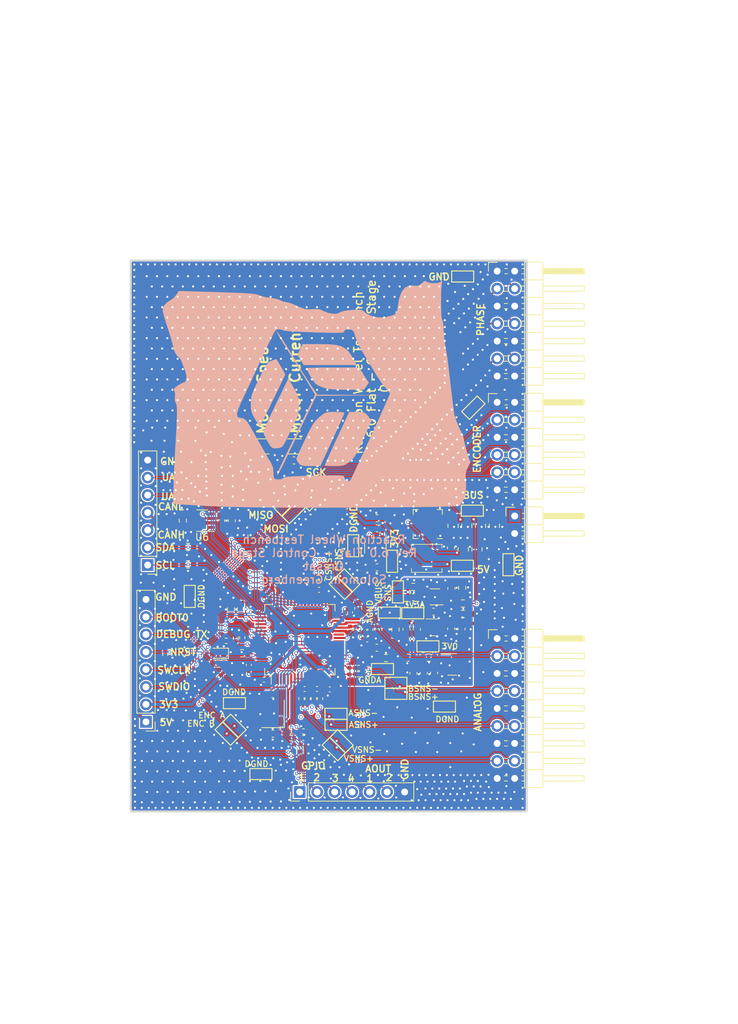
<source format=kicad_pcb>
(kicad_pcb (version 20211014) (generator pcbnew)
  (layers (0 "F.Cu" signal) (1 "In1.Cu" signal) (2 "In2.Cu" signal) (31 "B.Cu" signal) (34 "B.Paste" user) (35 "F.Paste" user) (36 "B.SilkS" user "B.Silkscreen") (37 "F.SilkS" user "F.Silkscreen") (38 "B.Mask" user) (39 "F.Mask" user) (44 "Edge.Cuts" user))
  (net 0 "")
  (net 1 "VBUS")
  (net 2 "GND")
  (net 3 "Net-(C5-Pad2)")
  (net 4 "+5V")
  (net 5 "/VREF+")
  (net 6 "/XTAL_IN")
  (net 7 "/XTAL_OUT")
  (net 8 "/VDDA")
  (net 9 "/NRST")
  (net 10 "+3V3")
  (net 11 "/ENC_A_FLT")
  (net 12 "/PHA_SNS-")
  (net 13 "/PHA_SNS+")
  (net 14 "/PHB_SNS-")
  (net 15 "/PHB_SNS+")
  (net 16 "+3V3A")
  (net 17 "/PHC_SNS-")
  (net 18 "/PHC_SNS+")
  (net 19 "+3V0")
  (net 20 "Net-(C43-Pad1)")
  (net 21 "/VBUS_SNS_RAW-")
  (net 22 "/VBUS_SNS_RAW+")
  (net 23 "/ENC_B_FLT")
  (net 24 "/SPI_MISO_FLT")
  (net 25 "GNDA")
  (net 26 "/STATUS_LED")
  (net 27 "Net-(D1-Pad2)")
  (net 28 "Net-(D2-Pad2)")
  (net 29 "Net-(D2-Pad3)")
  (net 30 "/LED_DATA")
  (net 31 "/LED_CLK")
  (net 32 "Net-(D3-Pad2)")
  (net 33 "Net-(D3-Pad3)")
  (net 34 "/LED_CLKOUT")
  (net 35 "/LED_DATAOUT")
  (net 36 "/SWDIO")
  (net 37 "/SWCLK")
  (net 38 "/DEBUG_TX")
  (net 39 "/BOOT0")
  (net 40 "/I2C_SCL")
  (net 41 "/I2C_SDA")
  (net 42 "/CAN_H")
  (net 43 "/CAN_L")
  (net 44 "/UART_TX")
  (net 45 "/UART_RX")
  (net 46 "/GPIO1")
  (net 47 "/GPIO2")
  (net 48 "/GPIO3")
  (net 49 "/GPIO4")
  (net 50 "/AOUT1")
  (net 51 "/AOUT2")
  (net 52 "/PHAH")
  (net 53 "/PHAL")
  (net 54 "/PHBH")
  (net 55 "/PHBL")
  (net 56 "/PHCH")
  (net 57 "/PHCL")
  (net 58 "/ENC_A")
  (net 59 "/ENC_B")
  (net 60 "/SPI_MOSI")
  (net 61 "/SPI_MISO")
  (net 62 "/SPI_SCK")
  (net 63 "/SPI_nCS")
  (net 64 "/PHA_SNS_RAW+")
  (net 65 "/PHA_SNS_RAW-")
  (net 66 "/PHB_SNS_RAW+")
  (net 67 "/PHB_SNS_RAW-")
  (net 68 "/PHC_SNS_RAW+")
  (net 69 "/PHC_SNS_RAW-")
  (net 70 "Net-(JP1-Pad2)")
  (net 71 "/SPI_NSS")
  (net 72 "/SPI_SOFTNSS")
  (net 73 "Net-(L1-Pad1)")
  (net 79 "/VBUS_SNS")
  (net 84 "/CAN_RX")
  (net 85 "/CAN_TX")
  (net 91 "/VBUS_SNS-")
  (net 92 "/VBUS_SNS+")
  (net 93 "Net-(R28-Pad1)")
  (footprint "Capacitor_SMD:C_0603_1608Metric" (layer "F.Cu") (at 223.25 123.125 -90)
    (fp_text reference "C36" hide)
    (fp_text value "100n")
  )
  (footprint "Connector_PinHeader_2.54mm:PinHeader_1x08_P2.54mm_Vertical" (layer "F.Cu") (at 181.4 130.225 180)
    (fp_text reference "J1" hide)
    (fp_text value "PROG")
  )
  (footprint "project-footprints:TestPoint_Keystone_5015_Micro-Minature_3DMODEL" (layer "F.Cu") (at 194.25 127.5)
    (fp_text reference "TP29" hide)
    (fp_text value "TestPoint_Small")
  )
  (footprint "Capacitor_SMD:C_0805_2012Metric" (layer "F.Cu") (at 226 101.75 -90)
    (fp_text reference "C4" hide)
    (fp_text value "22u")
  )
  (footprint "Connector_PinHeader_2.54mm:PinHeader_2x06_P2.54mm_Horizontal" (layer "F.Cu") (at 232.41 83.82)
    (fp_text reference "J5" hide)
    (fp_text value "ENC_SIG")
  )
  (footprint "Capacitor_SMD:C_0603_1608Metric" (layer "F.Cu") (at 198.4112 92.2528 180)
    (fp_text reference "C50" hide)
    (fp_text value "100n")
  )
  (footprint "project-footprints:TestPoint_Keystone_5015_Micro-Minature_3DMODEL" (layer "F.Cu") (at 228.8 99.55)
    (fp_text reference "TP1" hide)
    (fp_text value "TestPoint_Small")
  )
  (footprint "Resistor_SMD:R_0402_1005Metric" (layer "F.Cu") (at 204.264 131.61)
    (fp_text reference "R20" hide)
    (fp_text value "DNP")
  )
  (footprint "Capacitor_SMD:C_0603_1608Metric" (layer "F.Cu") (at 214.95 100.65 180)
    (fp_text reference "C19" hide)
    (fp_text value "4.7u")
  )
  (footprint "Capacitor_SMD:C_0603_1608Metric" (layer "F.Cu") (at 214.95 102.125 180)
    (fp_text reference "C21" hide)
    (fp_text value "100n")
  )
  (footprint "project-footprints:TestPoint_Keystone_5015_Micro-Minature_3DMODEL" (layer "F.Cu") (at 204.65 96.85 45)
    (fp_text reference "TP19" hide)
    (fp_text value "TestPoint_Small")
  )
  (footprint "Resistor_SMD:R_0402_1005Metric" (layer "F.Cu") (at 193.043 118.458 180)
    (fp_text reference "R22" hide)
    (fp_text value "0")
  )
  (footprint "project-footprints:TestPoint_Keystone_5015_Micro-Minature_3DMODEL" (layer "F.Cu") (at 217.7 126.15)
    (fp_text reference "TP17" hide)
    (fp_text value "TestPoint_Small")
  )
  (footprint "project-footprints:TestPoint_Keystone_5015_Micro-Minature_3DMODEL" (layer "F.Cu") (at 224.75 128)
    (fp_text reference "TP14" hide)
    (fp_text value "TestPoint_Small")
  )
  (footprint "project-footprints:TestPoint_Keystone_5015_Micro-Minature_3DMODEL" (layer "F.Cu") (at 218 111.35 90)
    (fp_text reference "TP13" hide)
    (fp_text value "TestPoint_Small")
  )
  (footprint "project-footprints:TestPoint_Keystone_5015_Micro-Minature_3DMODEL" (layer "F.Cu") (at 209.7 110.75 135)
    (fp_text reference "TP22" hide)
    (fp_text value "TestPoint_Small")
  )
  (footprint "Capacitor_SMD:C_0402_1005Metric" (layer "F.Cu") (at 211.04 116.85 -90)
    (fp_text reference "C17" hide)
    (fp_text value "10n")
  )
  (footprint "Capacitor_SMD:C_0402_1005Metric" (layer "F.Cu") (at 184.2008 120.4976 -90)
    (fp_text reference "C13" hide)
    (fp_text value "100n")
  )
  (footprint "project-footprints:TestPoint_Keystone_5015_Micro-Minature_3DMODEL" (layer "F.Cu") (at 209 130.65)
    (fp_text reference "TP15" hide)
    (fp_text value "TestPoint_Small")
  )
  (footprint "project-footprints:TestPoint_Keystone_5015_Micro-Minature_3DMODEL" (layer "F.Cu") (at 193.122183 131.927817 -45)
    (fp_text reference "TP6" hide)
    (fp_text value "TestPoint_Small")
  )
  (footprint "project-footprints:TestPoint_Keystone_5015_Micro-Minature_3DMODEL" (layer "F.Cu") (at 215.75 122.55)
    (fp_text reference "TP25" hide)
    (fp_text value "TestPoint_Small")
  )
  (footprint "Resistor_SMD:R_0603_1608Metric" (layer "F.Cu") (at 227.4316 113.03 180)
    (fp_text reference "R13" hide)
    (fp_text value "35.7k/0.1%")
  )
  (footprint "Capacitor_SMD:C_0603_1608Metric" (layer "F.Cu") (at 214.94 119.45)
    (fp_text reference "C8" hide)
    (fp_text value "4.7u")
  )
  (footprint "Resistor_SMD:R_0603_1608Metric" (layer "F.Cu") (at 222.475 120.9)
    (fp_text reference "R8" hide)
    (fp_text value "100")
  )
  (footprint "Capacitor_SMD:C_0402_1005Metric" (layer "F.Cu") (at 196.34 121.95 90)
    (fp_text reference "C23" hide)
    (fp_text value "100n")
  )
  (footprint "project-footprints:TestPoint_Keystone_5015_Micro-Minature_3DMODEL" (layer "F.Cu") (at 209.8 133.05 135)
    (fp_text reference "TP4" hide)
    (fp_text value "TestPoint_Small")
  )
  (footprint "Capacitor_SMD:C_0603_1608Metric" (layer "F.Cu") (at 192.338 101 -90)
    (fp_text reference "C41" hide)
    (fp_text value "100n")
  )
  (footprint "Capacitor_SMD:C_0603_1608Metric" (layer "F.Cu") (at 219.24 116.775 -90)
    (fp_text reference "C40" hide)
    (fp_text value "4.7u")
  )
  (footprint "project-footprints:TestPoint_Keystone_5015_Micro-Minature_3DMODEL" (layer "F.Cu") (at 209 129.05)
    (fp_text reference "TP16" hide)
    (fp_text value "TestPoint_Small")
  )
  (footprint "Capacitor_SMD:C_0603_1608Metric" (layer "F.Cu") (at 225.7 104.95 90)
    (fp_text reference "C6" hide)
    (fp_text value "4.7u")
  )
  (footprint "Capacitor_SMD:C_0402_1005Metric" (layer "F.Cu") (at 213.54 118.25)
    (fp_text reference "C12" hide)
    (fp_text value "1u")
  )
  (footprint "Capacitor_SMD:C_0402_1005Metric" (layer "F.Cu") (at 206.24 125.45 180)
    (fp_text reference "C31" hide)
    (fp_text value "DNP")
  )
  (footprint "Connector_PinHeader_2.54mm:PinHeader_1x07_P2.54mm_Vertical" (layer "F.Cu") (at 203.725 140.4 90)
    (fp_text reference "J3" hide)
    (fp_text value "OSCOPE")
  )
  (footprint "Capacitor_SMD:C_0603_1608Metric" (layer "F.Cu") (at 220.3 98.1 180)
    (fp_text reference "C5" hide)
    (fp_text value "1u")
  )
  (footprint "project-footprints:TestPoint_Keystone_5015_Micro-Minature_3DMODEL" (layer "F.Cu") (at 217.15 106.9 90)
    (fp_text reference "TP11" hide)
    (fp_text value "TestPoint_Small")
  )
  (footprint "Capacitor_SMD:C_0603_1608Metric" (layer "F.Cu") (at 216.19 116.8 -90)
    (fp_text reference "C29" hide)
    (fp_text value "4.7u")
  )
  (footprint "project-footprints:TestPoint_Keystone_5015_Micro-Minature_3DMODEL" (layer "F.Cu") (at 201.73934 98.68934 45)
    (fp_text reference "TP20" hide)
    (fp_text value "TestPoint_Small")
  )
  (footprint "Capacitor_SMD:C_0603_1608Metric" (layer "F.Cu") (at 220.25 123.175 -90)
    (fp_text reference "C39" hide)
    (fp_text value "4.7u")
  )
  (footprint "project-footprints:TestPoint_Keystone_5015_Micro-Minature_3DMODEL" (layer "F.Cu") (at 202.8 99.75 45)
    (fp_text reference "TP21" hide)
    (fp_text value "TestPoint_Small")
  )
  (footprint "Capacitor_SMD:C_0805_2012Metric" (layer "F.Cu") (at 228 101.75 -90)
    (fp_text reference "C3" hide)
    (fp_text value "22u")
  )
  (footprint "Capacitor_SMD:C_0603_1608Metric" (layer "F.Cu") (at 214.95 107.775 180)
    (fp_text reference "C24" hide)
    (fp_text value "100n")
  )
  (footprint "Capacitor_SMD:C_0603_1608Metric" (layer "F.Cu") (at 220.218 112.117)
    (fp_text reference "C52" hide)
    (fp_text value "DNP")
  )
  (footprint "Capacitor_SMD:C_0402_1005Metric" (layer "F.Cu") (at 206.54 111.05)
    (fp_text reference "C34" hide)
    (fp_text value "DNP")
  )
  (footprint "Connector_PinHeader_2.54mm:PinHeader_2x07_P2.54mm_Horizontal" (layer "F.Cu") (at 232.41 64.77)
    (fp_text reference "J4" hide)
    (fp_text value "PHASE_SIG")
  )
  (footprint "project-footprints:TestPoint_Keystone_5015_Micro-Minature_3DMODEL" (layer "F.Cu") (at 227.35 107.55)
    (fp_text reference "TP7" hide)
    (fp_text value "TestPoint_Small")
  )
  (footprint "project-footprints:TestPoint_Keystone_5015_Micro-Minature_3DMODEL" (layer "F.Cu") (at 198.1 137.8 180)
    (fp_text reference "TP27" hide)
    (fp_text value "TestPoint_Small")
  )
  (footprint "Resistor_SMD:R_0603_1608Metric" (layer "F.Cu") (at 227.33 110.744 90)
    (fp_text reference "R14" hide)
    (fp_text value "10.2k/0.1%")
  )
  (footprint "Resistor_SMD:R_0603_1608Metric" (layer "F.Cu") (at 217.64 116.8 90)
    (fp_text reference "R3" hide)
    (fp_text value "0")
  )
  (footprint "Capacitor_SMD:C_0603_1608Metric" (layer "F.Cu") (at 223.168 114.217)
    (fp_text reference "C47" hide)
    (fp_text value "100n")
  )
  (footprint "Package_TO_SOT_SMD:TSOT-23-5" (layer "F.Cu") (at 214.725 104.95 -90)
    (fp_text reference "U3" hide)
    (fp_text value "NCP115ASN330T2G")
  )
  (footprint "Capacitor_SMD:C_0603_1608Metric" (layer "F.Cu") (at 225.735 116.7 -90)
    (fp_text reference "C35" hide)
    (fp_text value "100n")
  )
  (footprint "Capacitor_SMD:C_0603_1608Metric" (layer "F.Cu") (at 220.74 116.775 -90)
    (fp_text reference "C37" hide)
    (fp_text value "100n")
  )
  (footprint "Resistor_SMD:R_0603_1608Metric" (layer "F.Cu") (at 187.512 104.81 180)
    (fp_text reference "R26" hide)
    (fp_text value "4.7k")
  )
  (footprint "project-footprints:TestPoint_Keystone_5015_Micro-Minature_3DMODEL" (layer "F.Cu") (at 228.95 84.6 45)
    (fp_text reference "TP28" hide)
    (fp_text value "TestPoint_Small")
  )
  (footprint "project-footprints:TestPoint_Keystone_5015_Micro-Minature_3DMODEL" (layer "F.Cu") (at 210.76066 109.68934 135)
    (fp_text reference "TP23" hide)
    (fp_text value "TestPoint_Small")
  )
  (footprint "Capacitor_SMD:C_0603_1608Metric" (layer "F.Cu") (at 193.8392 92.2528 180)
    (fp_text reference "C49" hide)
    (fp_text value "100n")
  )
  (footprint "Package_QFP:LQFP-64_10x10mm_P0.5mm" (layer "F.Cu") (at 203.75 118.292 90)
    (fp_text reference "U2" hide)
    (fp_text value "STM32G474RBTx")
  )
  (footprint "Capacitor_SMD:C_0402_1005Metric" (layer "F.Cu") (at 210.94 122.85 -90)
    (fp_text reference "C32" hide)
    (fp_text value "DNP")
  )
  (footprint "project-footprints:TestPoint_Keystone_5015_Micro-Minature_3DMODEL" (layer "F.Cu") (at 194.253553 130.796447 -45)
    (fp_text reference "TP5" hide)
    (fp_text value "TestPoint_Small")
  )
  (footprint "Capacitor_SMD:C_0402_1005Metric" (layer "F.Cu") (at 204.44 125.45 180)
    (fp_text reference "C44" hide)
    (fp_text value "DNP")
  )
  (footprint "project-footprints:TestPoint_Keystone_5015_Micro-Minature_3DMODEL" (layer "F.Cu") (at 211.5 104.65 90)
    (fp_text reference "TP2" hide)
    (fp_text value "TestPoint_Small")
  )
  (footprint "project-footprints:APA102_2020" (layer "F.Cu") (at 202.9832 90.2208 180)
    (fp_text reference "D4" hide)
    (fp_text value "APA102-2020")
  )
  (footprint "Capacitor_SMD:C_0402_1005Metric" (layer "F.Cu") (at 202.414 131.61)
    (fp_text reference "C45" hide)
    (fp_text value "DNP")
  )
  (footprint "Resistor_SMD:R_0603_1608Metric" (layer "F.Cu") (at 216.24 120.95 180)
    (fp_text reference "R1" hide)
    (fp_text value "0")
  )
  (footprint "Resistor_SMD:R_0402_1005Metric" (layer "F.Cu") (at 206.09 109.6 90)
    (fp_text reference "R10" hide)
    (fp_text value "0")
  )
  (footprint "Resistor_SMD:R_0603_1608Metric" (layer "F.Cu") (at 187.512 107.35 180)
    (fp_text reference "R25" hide)
    (fp_text value "4.7k")
  )
  (footprint "project-footprints:TestPoint_Keystone_5015_Micro-Minature_3DMODEL" (layer "F.Cu") (at 234.05 107.4 90)
    (fp_text reference "TP12" hide)
    (fp_text value "TestPoint_Small")
  )
  (footprint "project-footprints:ECS-MPI4040R4" (layer "F.Cu") (at 222.175 106.475)
    (fp_text reference "L1" hide)
    (fp_text value "6.8u")
  )
  (footprint "project-footprints:APA102_2020" (layer "F.Cu") (at 193.8392 90.2208 180)
    (fp_text reference "D2" hide)
    (fp_text value "APA102-2020")
  )
  (footprint "Resistor_SMD:R_0603_1608Metric" (layer "F.Cu") (at 227.4316 114.554 180)
    (fp_text reference "R27" hide)
    (fp_text value "0")
  )
  (footprint "project-footprints:TestPoint_Keystone_5015_Micro-Minature_3DMODEL" (layer "F.Cu") (at 222.35 119.25)
    (fp_text reference "TP9" hide)
    (fp_text value "TestPoint_Small")
  )
  (footprint "project-footprints:TestPoint_Keystone_5015_Micro-Minature_3DMODEL" (layer "F.Cu") (at 217.7 124.55)
    (fp_text reference "TP18" hide)
    (fp_text value "TestPoint_Small")
  )
  (footprint "Package_TO_SOT_SMD:SOT-353_SC-70-5" (layer "F.Cu") (at 223.368 112.067 180)
    (fp_text reference "U7" hide)
    (fp_text value "LMV831")
  )
  (footprint "Connector_PinHeader_2.54mm:PinHeader_1x07_P2.54mm_Vertical" (layer "F.Cu") (at 181.65 107.45 180)
    (fp_text reference "J2" hide)
    (fp_text value "COMM")
  )
  (footprint "Resistor_SMD:R_0402_1005Metric" (layer "F.Cu") (at 203.864 134 -90)
    (fp_text reference "R18" hide)
    (fp_text value "0")
  )
  (footprint "project-footprints:TestPoint_Keystone_5015_Micro-Minature_3DMODEL" (layer "F.Cu") (at 208.683274 134.166727 135)
    (fp_text reference "TP3" hide)
    (fp_text value "TestPoint_Small")
  )
  (footprint "Capacitor_SMD:C_0603_1608Metric" (layer "F.Cu") (at 199.837 131.933 180)
    (fp_text reference "C11" hide)
    (fp_text value "20p")
  )
  (footprint "project-footprints:SOT-23-8-Fixed" (layer "F.Cu") (at 189.544 101 180)
    (fp_text reference "U6")
    (fp_text value "TCAN330")
  )
  (footprint "Capacitor_SMD:C_0402_1005Metric" (layer "F.Cu") (at 213.99 116.85 -90)
    (fp_text reference "C27" hide)
    (fp_text value "100n")
  )
  (footprint "project-footprints:TestPoint_Keystone_5015_Micro-Minature_3DMODEL" (layer "F.Cu") (at 216.75 114.35)
    (fp_text reference "TP31" hide)
    (fp_text value "TestPoint_Small")
  )
  (footprint "project-footprints:TestPoint_Keystone_5015_Micro-Minature_3DMODEL" (layer "F.Cu") (at 205.71066 97.91066 45)
    (fp_text reference "TP26" hide)
    (fp_text value "TestPoint_Small")
  )
  (footprint "Capacitor_SMD:C_0805_2012Metric" (layer "F.Cu") (at 227.475 105.175 90)
    (fp_text reference "C10" hide)
    (fp_text value "47u")
  )
  (footprint "Capacitor_SMD:C_0603_1608Metric" (layer "F.Cu") (at 202.8952 92.2528 180)
    (fp_text reference "C51" hide)
    (fp_text value "100n")
  )
  (footprint "Connector_PinHeader_2.54mm:PinHeader_1x02_P2.54mm_Horizontal" (layer "F.Cu") (at 234.95 100.33)
    (fp_text reference "J7" hide)
    (fp_text value "POWER")
  )
  (footprint "Capacitor_SMD:C_0603_1608Metric" (layer "F.Cu") (at 212.24 113.75 -90)
    (fp_text reference "C15" hide)
    (fp_text value "4.7u")
  )
  (footprint "Resistor_SMD:R_0402_1005Metric" (layer "F.Cu") (at 202.414 132.56 180)
    (fp_text reference "R19" hide)
    (fp_text value "DNP")
  )
  (footprint "Resistor_SMD:R_0603_1608Metric" (layer "F.Cu") (at 186.75 101 90)
    (fp_text reference "R12" hide)
    (fp_text value "120")
  )
  (footprint "Resistor_SMD:R_0402_1005Metric" (layer "F.Cu") (at 205.79 126.85 -90)
    (fp_text reference "R4" hide)
    (fp_text value "0")
  )
  (footprint "Jumper:SolderJumper-3_P1.3mm_Bridged12_Pad1.0x1.5mm" (layer "F.Cu") (at 224.1 97.6 180)
    (fp_text reference "JP1" hide)
    (fp_text value "SolderJumper_3_Bridged12")
  )
  (footprint "Capacitor_SMD:C_0603_1608Metric" (layer "F.Cu") (at 221.75 123.15 -90)
    (fp_text reference "C38" hide)
    (fp_text value "4.7u")
  )
  (footprint "Resistor_SMD:R_0603_1608Metric" (layer "F.Cu") (at 190.8824 89.2556 -90)
    (fp_text reference "R24" hide)
    (fp_text value "1k")
  )
  (footprint "Capacitor_SMD:C_0402_1005Metric" (layer "F.Cu") (at 194.443 118.008 -90)
    (fp_text reference "C48" hide)
    (fp_text value "DNP")
  )
  (footprint "Resistor_SMD:R_0603_1608Metric" (layer "F.Cu") (at 220.218 110.617 180)
    (fp_text reference "R28" hide)
    (fp_text value "0")
  )
  (footprint "Crystal:Crystal_SMD_3225-4Pin_3.2x2.5mm" (layer "F.Cu") (at 199.837 129.058 90)
    (fp_text reference "Y1" hide)
    (fp_text value "Crystal_GND24")
  )
  (footprint "Capacitor_SMD:C_0805_2012Metric" (layer "F.Cu") (at 232 101.75 -90)
    (fp_text reference "C1" hide)
    (fp_text value "22u")
  )
  (footprint "Capacitor_SMD:C_0603_1608Metric" (layer "F.Cu") (at 227.235 116.725 -90)
    (fp_text reference "C30" hide)
    (fp_text value "4.7u")
  )
  (footprint "LED_SMD:LED_0603_1608Metric" (layer "F.Cu") (at 191.903 120.258 180)
    (fp_text reference "D1" hide)
    (fp_text value "LED")
  )
  (footprint "Capacitor_SMD:C_0603_1608Metric" (layer "F.Cu") (at 219.5 120.9 180)
    (fp_text reference "C33" hide)
    (fp_text value "100n")
  )
  (footprint "Resistor_SMD:R_0402_1005Metric" (layer "F.Cu") (at 212.29 123.3)
    (fp_text reference "R6" hide)
    (fp_text value "0")
  )
  (footprint "NetTie:NetTie-2_SMD_Pad0.5mm" (layer "F.Cu") (at 220.9 100.525 180)
    (fp_text reference "NT1" hide)
    (fp_text value "NetTie_2")
  )
  (footprint "Package_DFN_QFN:QFN-16-1EP_4x4mm_P0.65mm_EP2.7x2.7mm" (layer "F.Cu") (at 222.325 101.5 180)
    (fp_text reference "U1" hide)
    (fp_text value "TPS62112")
  )
  (footprint "Capacitor_SMD:C_0402_1005Metric" (layer "F.Cu") (at 213.09 116.85 -90)
    (fp_text reference "C25" hide)
    (fp_text value "10n")
  )
  (footprint "Resistor_SMD:R_0402_1005Metric" (layer "F.Cu") (at 203.99 126.85 -90)
    (fp_text reference "R15" hide)
    (fp_text value "0")
  )
  (footprint "Capacitor_SMD:C_0603_1608Metric" (layer "F.Cu") (at 214.95 109.275 180)
    (fp_text reference "C26" hide)
    (fp_text value "4.7u")
  )
  (footprint "Resistor_SMD:R_0402_1005Metric" (layer "F.Cu") (at 206.99 109.6 90)
    (fp_text reference "R9" hide)
    (fp_text value "0")
  )
  (footprint "Capacitor_SMD:C_0402_1005Metric" (layer "F.Cu") (at 211.04 114.32 -90)
    (fp_text reference "C20" hide)
    (fp_text value "100n")
  )
  (footprint "project-footprints:TestPoint_Keystone_5015_Micro-Minature_3DMODEL" (layer "F.Cu") (at 220.15 114.45)
    (fp_text reference "TP24" hide)
    (fp_text value "TestPoint_Small")
  )
  (footprint "Capacitor_SMD:C_0402_1005Metric" (layer "F.Cu") (at 200.25 110.9)
    (fp_text reference "C22" hide)
    (fp_text value "100n")
  )
  (footprint "project-footprints:APA102_2020" (layer "F.Cu") (at 198.2952 90.2208 180)
    (fp_text reference "D3" hide)
    (fp_text value "APA102-2020")
  )
  (footprint "Capacitor_SMD:C_0603_1608Metric" (layer "F.Cu") (at 193.862 101 -90)
    (fp_text reference "C42" hide)
    (fp_text value "4.7u")
  )
  (footprint "Resistor_SMD:R_0603_1608Metric" (layer "F.Cu") (at 195.353 120.258 180)
    (fp_text reference "R2" hide)
    (fp_text value "10k")
  )
  (footprint "Resistor_SMD:R_0603_1608Metric" (layer "F.Cu") (at 193.74 113.875 90)
    (fp_text reference "JP3" hide)
    (fp_text value "Jumper_2_Bridged")
  )
  (footprint "project-footprints:TestPoint_Keystone_5015_Micro-Minature_3DMODEL" (layer "F.Cu") (at 227.4 65.55)
    (fp_text reference "TP10" hide)
    (fp_text value "TestPoint_Small")
  )
  (footprint "Resistor_SMD:R_0402_1005Metric" (layer "F.Cu") (at 204.89 126.85 -90)
    (fp_text reference "R16" hide)
    (fp_text value "0")
  )
  (footprint "Resistor_SMD:R_0603_1608Metric" (layer "F.Cu") (at 189.3824 89.2556 -90)
    (fp_text reference "R23" hide)
    (fp_text value "1k")
  )
  (footprint "Capacitor_SMD:C_0603_1608Metric" (layer "F.Cu") (at 199.812 126.183)
    (fp_text reference "C9" hide)
    (fp_text value "20p")
  )
  (footprint "Capacitor_SMD:C_0402_1005Metric" (layer "F.Cu") (at 214.94 116.85 -90)
    (fp_text reference "C28" hide)
    (fp_text value "1u")
  )
  (footprint "Capacitor_SMD:C_0402_1005Metric" (layer "F.Cu") (at 211.9376 116.85 -90)
    (fp_text reference "C14" hide)
    (fp_text value "100n")
  )
  (footprint "project-footprints:TI-WSON-6-2.2x2.5" (layer "F.Cu") (at 223.31 116.5 90)
    (fp_text reference "U5" hide)
    (fp_text value "LP5900SD-3.3/NOPB")
  )
  (footprint "Capacitor_SMD:C_0402_1005Metric" (layer "F.Cu") (at 204.264 132.56 180)
    (fp_text reference "C46" hide)
    (fp_text value "DNP")
  )
  (footprint "Resistor_SMD:R_0402_1005Metric" (layer "F.Cu") (at 212.29 122.4)
    (fp_text reference "R7" hide)
    (fp_text value "0")
  )
  (footprint "project-footprints:TestPoint_Keystone_5015_Micro-Minature_3DMODEL" (layer "F.Cu") (at 187.75 112 90)
    (fp_text reference "TP8" hide)
    (fp_text value "TestPoint_Small")
  )
  (footprint "Resistor_SMD:R_0402_1005Metric" (layer "F.Cu") (at 202.89 134 -90)
    (fp_text reference "R17" hide)
    (fp_text value "0")
  )
  (footprint "Resistor_SMD:R_0402_1005Metric" (layer "F.Cu") (at 195.393 118.008 90)
    (fp_text reference "R21" hide)
    (fp_text value "DNP")
  )
  (footprint "Capacitor_SMD:C_0603_1608Metric" (layer "F.Cu") (at 225.7552 110.8456 90)
    (fp_text reference "C43" hide)
    (fp_text value "DNP")
  )
  (footprint "Resistor_SMD:R_0603_1608Metric" (layer "F.Cu") (at 191.903 121.758)
    (fp_text reference "R11" hide)
    (fp_text value "330")
  )
  (footprint "Resistor_SMD:R_0402_1005Metric" (layer "F.Cu") (at 206.69 126.85 -90)
    (fp_text reference "R5" hide)
    (fp_text value "0")
  )
  (footprint "project-footprints:TestPoint_Keystone_5015_Micro-Minature_3DMODEL" (layer "F.Cu") (at 197.7 96.55)
    (fp_text reference "TP30" hide)
    (fp_text value "TestPoint_Small")
  )
  (footprint "Capacitor_SMD:C_0805_2012Metric" (layer "F.Cu") (at 230 101.75 -90)
    (fp_text reference "C2" hide)
    (fp_text value "22u")
  )
  (footprint "Resistor_SMD:R_0603_1608Metric" (layer "F.Cu") (at 195.19 113.875 90)
    (fp_text reference "JP2" hide)
    (fp_text value "Jumper_2_Bridged")
  )
  (footprint "Connector_PinHeader_2.54mm:PinHeader_2x09_P2.54mm_Horizontal" (layer "F.Cu") (at 232.41 118.11)
    (fp_text reference "J6" hide)
    (fp_text value "ANALOG_SIG")
  )
  (footprint "Package_TO_SOT_SMD:SOT-23" (layer "F.Cu") (at 225.9 121.875)
    (fp_text reference "U4" hide)
    (fp_text value "LM4040C30FTA")
  )
  (footprint "Capacitor_SMD:C_0402_1005Metric" (layer "F.Cu") (at 198.54 124.1 180)
    (fp_text reference "C16" hide)
    (fp_text value "100n")
  )
  (footprint "Capacitor_SMD:C_0805_2012Metric" (layer "F.Cu") (at 229.475 105.175 90)
    (fp_text reference "C7" hide)
    (fp_text value "47u")
  )
  (footprint "Capacitor_SMD:C_0402_1005Metric" (layer "F.Cu") (at 208.09 125.5 180)
    (fp_text reference "C18" hide)
    (fp_text value "100n")
  )
  (footprint "LOGO" (layer "B.Cu") (at 206.1 82.7 180)
    (fp_text reference "G***" hide)
    (fp_text value "LOGO" hide)
  )
  (gr_rect (start 179.15 63.2) (end 236.728 143.256) (layer "Edge.Cuts") (width 0.2) (fill none))
  (gr_text "Reaction Wheel Testbench\nRev 6.0 Flat - Control Stage\nOresat\nSolomon. Greenberg\n" (at 207.25 106.65) (layer "B.SilkS") (effects (font (size 1.2 1.2) (thickness 0.2)) (justify mirror)))
  (gr_text "SCL" (at 184.2 107.5) (layer "F.SilkS") (effects (font (size 1 1) (thickness 0.2))))
  (gr_text "DGND" (at 225.175 129.85) (layer "F.SilkS") (effects (font (size 0.85 0.85))))
  (gr_text "DGND" (at 189.45 111.975 90) (layer "F.SilkS") (effects (font (size 0.85 0.85))))
  (gr_text "Motor Current" (at 203.0476 80.5688 90) (layer "F.SilkS") (effects (font (size 1.5 1.5) (thickness 0.3))))
  (gr_text "ENC B" (at 189.4 130.475) (layer "F.SilkS") (effects (font (size 0.85 0.85))))
  (gr_text "Reaction Wheel Testbench\nRev 6.0 Flat - Control Stage\nOresat\nSolomon. Greenberg\n" (at 215.125 79.525 90) (layer "F.SilkS") (effects (font (size 1.2 1.2) (thickness 0.2))))
  (gr_text "NRST" (at 186.8 120.1) (layer "F.SilkS") (effects (font (size 1 1) (thickness 0.2))))
  (gr_text "3" (at 208.9 138.4) (layer "F.SilkS") (effects (font (size 1 1) (thickness 0.2))))
  (gr_text "CANH" (at 185.075 103.075) (layer "F.SilkS") (effects (font (size 1 1) (thickness 0.2))))
  (gr_text "3V0" (at 225.525 119.25) (layer "F.SilkS") (effects (font (size 0.85 0.85))))
  (gr_text "1" (at 213.9 138.4) (layer "F.SilkS") (effects (font (size 1 1) (thickness 0.2))))
  (gr_text "VSNS+" (at 212.3 135.55) (layer "F.SilkS") (effects (font (size 0.85 0.85))))
  (gr_text "CSNS-" (at 209.35 106.175 90) (layer "F.SilkS") (effects (font (size 0.85 0.85))))
  (gr_text "2" (at 206.2 138.3) (layer "F.SilkS") (effects (font (size 1 1) (thickness 0.2))))
  (gr_text "AOUT" (at 215.125 137.025) (layer "F.SilkS") (effects (font (size 1 1) (thickness 0.2))))
  (gr_text "2" (at 216.7 138.3) (layer "F.SilkS") (effects (font (size 1 1) (thickness 0.2))))
  (gr_text "3V3" (at 184.7 127.7) (layer "F.SilkS") (effects (font (size 1 1) (thickness 0.2))))
  (gr_text "nCS" (at 208.8 96.3) (layer "F.SilkS") (effects (font (size 1 1) (thickness 0.2))))
  (gr_text "BSNS-" (at 221.675 125.4) (layer "F.SilkS") (effects (font (size 0.85 0.85))))
  (gr_text "MOSI" (at 200.3 102.2) (layer "F.SilkS") (effects (font (size 1 1) (thickness 0.2))))
  (gr_text "DGND" (at 211.575 100.725 90) (layer "F.SilkS") (effects (font (size 1 1) (thickness 0.2))))
  (gr_text "DGND" (at 197.9 95) (layer "F.SilkS") (effects (font (size 1 1) (thickness 0.2))))
  (gr_text "CSNS+" (at 207.95 107.525 90) (layer "F.SilkS") (effects (font (size 0.85 0.85))))
  (gr_text "5V" (at 184.3 130.3) (layer "F.SilkS") (effects (font (size 1 1) (thickness 0.2))))
  (gr_text "GND" (at 184.3 112.1) (layer "F.SilkS") (effects (font (size 1 1) (thickness 0.2))))
  (gr_text "VBUS" (at 228.5 97.3) (layer "F.SilkS") (effects (font (size 1 1) (thickness 0.2))))
  (gr_text "3V3" (at 217.5 103.6 90) (layer "F.SilkS") (effects (font (size 1 1) (thickness 0.2))))
  (gr_text "PHASE" (at 230 71.8 90) (layer "F.SilkS") (effects (font (size 1 1) (thickness 0.2))))
  (gr_text "ENC A" (at 190.95 129.275) (layer "F.SilkS") (effects (font (size 0.85 0.85))))
  (gr_text "AGND" (at 213.925 114.175 90) (layer "F.SilkS") (effects (font (size 0.85 0.85))))
  (gr_text "DGND" (at 194.2 125.9) (layer "F.SilkS") (effects (font (size 0.85 0.85))))
  (gr_text "Status" (at 193.7512 84.9376 90) (layer "F.SilkS") (effects (font (size 1.5 1.5) (thickness 0.3))))
  (gr_text "GNDA" (at 213.925 124.15) (layer "F.SilkS") (effects (font (size 0.85 0.85))))
  (gr_text "SCK" (at 206.1 94) (layer "F.SilkS") (effects (font (size 1 1) (thickness 0.2))))
  (gr_text "DGND" (at 197.45 136.325) (layer "F.SilkS") (effects (font (size 0.85 0.85))))
  (gr_text "3V3A" (at 220.35 113.2) (layer "F.SilkS") (effects (font (size 0.85 0.85))))
  (gr_text "GND" (at 219 137.1 90) (layer "F.SilkS") (effects (font (size 1 1) (thickness 0.2))))
  (gr_text "SWCLK" (at 185.5 122.7) (layer "F.SilkS") (effects (font (size 1 1) (thickness 0.2))))
  (gr_text "UART RX" (at 186.9 94.7) (layer "F.SilkS") (effects (font (size 1 1) (thickness 0.2))))
  (gr_text "Motor Speed" (at 198.374 81.3816 90) (layer "F.SilkS") (effects (font (size 1.5 1.5) (thickness 0.3))))
  (gr_text "BSNS+" (at 221.675 126.575) (layer "F.SilkS") (effects (font (size 0.85 0.85))))
  (gr_text "VSNS-" (at 213.5 134.275) (layer "F.SilkS") (effects (font (size 0.85 0.85))))
  (gr_text "5V" (at 230.4 108.1) (layer "F.SilkS") (effects (font (size 1 1) (thickness 0.2))))
  (gr_text "ANALOG" (at 229.6 128.8 90) (layer "F.SilkS") (effects (font (size 1 1) (thickness 0.2))))
  (gr_text "ASNS+" (at 213.025 130.625) (layer "F.SilkS") (effects (font (size 0.85 0.85))))
  (gr_text "SWDIO" (at 185.5 125.1) (layer "F.SilkS") (effects (font (size 1 1) (thickness 0.2))))
  (gr_text "GND" (at 223.975 65.6) (layer "F.SilkS") (effects (font (size 1 1) (thickness 0.2))))
  (gr_text "UART TX" (at 186.7 97.5) (layer "F.SilkS") (effects (font (size 1 1) (thickness 0.2))))
  (gr_text "ENCODER" (at 229.5 90.6 90) (layer "F.SilkS") (effects (font (size 1 1) (thickness 0.2))))
  (gr_text "DEBUG TX" (at 186.6 117.5) (layer "F.SilkS") (effects (font (size 1 1) (thickness 0.2))))
  (gr_text "GPIO" (at 205.7 136.6) (layer "F.SilkS") (effects (font (size 1 1) (thickness 0.2))))
  (gr_text "SDA" (at 184.2 104.9) (layer "F.SilkS") (effects (font (size 1 1) (thickness 0.2))))
  (gr_text "GND" (at 235.6 107.5 90) (layer "F.SilkS") (effects (font (size 1 1) (thickness 0.2))))
  (gr_text "VBUS\nSNS" (at 215.875 111.475 90) (layer "F.SilkS") (effects (font (size 0.85 0.85))))
  (gr_text "ASNS-" (at 212.95 128.925) (layer "F.SilkS") (effects (font (size 0.85 0.85))))
  (gr_text "MISO" (at 198.1 100.2) (layer "F.SilkS") (effects (font (size 1 1) (thickness 0.2))))
  (gr_text "4" (at 211.2 138.4) (layer "F.SilkS") (effects (font (size 1 1) (thickness 0.2))))
  (gr_text "GND" (at 185 92.4) (layer "F.SilkS") (effects (font (size 1 1) (thickness 0.2))))
  (gr_text "BOOT0" (at 185.2 115.1) (layer "F.SilkS") (effects (font (size 1 1) (thickness 0.2))))
  (gr_text "CANL" (at 185.025 98.975) (layer "F.SilkS") (effects (font (size 1 1) (thickness 0.2))))
  (gr_text "1" (at 204 138.3) (layer "F.SilkS") (effects (font (size 1 1) (thickness 0.2))))
  (segment (start 226 100.8) (end 228.9936 100.8) (width 1) (layer "F.Cu") (net 1))
  (segment (start 234.48 100.8) (end 234.95 100.33) (width 1) (layer "F.Cu") (net 1))
  (segment (start 228.9936 100.8) (end 232 100.8) (width 1) (layer "F.Cu") (net 1))
  (segment (start 226 100.8) (end 227.038 100.8) (width 0.1524) (layer "F.Cu") (net 1))
  (segment (start 225.425 98.552) (end 225.425 97.625) (width 0.1524) (layer "F.Cu") (net 1))
  (segment (start 228.8 100.6064) (end 228.9936 100.8) (width 0.1524) (layer "F.Cu") (net 1))
  (segment (start 225.425 97.625) (end 225.4 97.6) (width 0.1524) (layer "F.Cu") (net 1))
  (segment (start 224.2875 100.525) (end 225.725 100.525) (width 0.35) (layer "F.Cu") (net 1))
  (segment (start 228.2566 113.03) (end 229.4128 113.03) (width 0.1524) (layer "F.Cu") (net 1))
  (segment (start 221.35 99.5375) (end 221.35 98.375) (width 0.35) (layer "F.Cu") (net 1))
  (segment (start 221.004 98.171) (end 221.075 98.1) (width 0.1524) (layer "F.Cu") (net 1))
  (segment (start 224.2875 101.175) (end 225.625 101.175) (width 0.35) (layer "F.Cu") (net 1))
  (segment (start 221.35 98.375) (end 221.075 98.1) (width 0.35) (layer "F.Cu") (net 1))
  (segment (start 227.038 100.8) (end 227.076 100.838) (width 0.1524) (layer "F.Cu") (net 1))
  (segment (start 228.8 99.55) (end 228.8 100.6064) (width 0.1524) (layer "F.Cu") (net 1))
  (segment (start 224.2875 101.825) (end 224.975 101.825) (width 0.35) (layer "F.Cu") (net 1))
  (segment (start 225.725 100.525) (end 226 100.8) (width 0.35) (layer "F.Cu") (net 1))
  (segment (start 232 100.8) (end 234.48 100.8) (width 1) (layer "F.Cu") (net 1))
  (segment (start 224.975 101.825) (end 226 100.8) (width 0.35) (layer "F.Cu") (net 1))
  (segment (start 225.625 101.175) (end 226 100.8) (width 0.35) (layer "F.Cu") (net 1))
  (segment (start 220.3769 98.171) (end 221.004 98.171) (width 0.1524) (layer "F.Cu") (net 1))
  (via (at 229.4128 113.03) (size 0.5) (drill 0.3) (layers "F.Cu" "B.Cu") (net 1))
  (via (at 225.425 98.552) (size 0.5) (drill 0.3) (layers "F.Cu" "B.Cu") (net 1))
  (via (at 227.076 100.838) (size 0.5) (drill 0.3) (layers "F.Cu" "B.Cu") (net 1))
  (via (at 220.3769 98.171) (size 0.5) (drill 0.3) (layers "F.Cu" "B.Cu") (net 1))
  (via (at 228.9936 100.8) (size 0.5) (drill 0.3) (layers "F.Cu" "B.Cu") (net 1))
  (segment (start 229.4128 113.03) (end 229.2096 112.8268) (width 0.1524) (layer "B.Cu") (net 1))
  (segment (start 227.076 100.838) (end 227.076 100.203) (width 0.1524) (layer "B.Cu") (net 1))
  (segment (start 220.7579 98.552) (end 220.3769 98.171) (width 0.1524) (layer "B.Cu") (net 1))
  (segment (start 227.076 100.203) (end 225.425 98.552) (width 0.1524) (layer "B.Cu") (net 1))
  (segment (start 225.425 98.552) (end 220.7579 98.552) (width 0.1524) (layer "B.Cu") (net 1))
  (segment (start 229.2096 101.016) (end 228.9936 100.8) (width 0.2) (layer "B.Cu") (net 1))
  (segment (start 229.2096 112.8268) (end 229.2096 107.95) (width 0.1524) (layer "B.Cu") (net 1))
  (segment (start 229.2096 107.95) (end 229.2096 101.016) (width 0.2) (layer "B.Cu") (net 1))
  (segment (start 210.798 115.042) (end 211.04 114.8) (width 0.1524) (layer "F.Cu") (net 2))
  (segment (start 211.04 114.8) (end 211.965 114.8) (width 0.1524) (layer "F.Cu") (net 2))
  (segment (start 222 99.5375) (end 222 98.4) (width 0.35) (layer "F.Cu") (net 2))
  (segment (start 222 99.5375) (end 222 101.175) (width 0.35) (layer "F.Cu") (net 2))
  (segment (start 207.61 125.5) (end 207.6006 125.5) (width 0.1524) (layer "F.Cu") (net 2))
  (segment (start 207 124.8994) (end 207 123.967) (width 0.1524) (layer "F.Cu") (net 2))
  (segment (start 200.5 112.617) (end 200.5 111.13) (width 0.25) (layer "F.Cu") (net 2))
  (segment (start 211.965 114.8) (end 212.24 114.525) (width 0.1524) (layer "F.Cu") (net 2))
  (segment (start 224.1 99.725) (end 222.325 101.5) (width 0.1524) (layer "F.Cu") (net 2))
  (segment (start 198.075 121.542) (end 196.412 121.542) (width 0.25) (layer "F.Cu") (net 2))
  (segment (start 228.2566 114.554) (end 229.4128 114.554) (width 0.5) (layer "F.Cu") (net 2))
  (segment (start 200.5 111.13) (end 200.73 110.9) (width 0.25) (layer "F.Cu") (net 2))
  (segment (start 229.4128 114.554) (end 229.4636 114.5032) (width 0.5) (layer "F.Cu") (net 2))
  (segment (start 209.425 115.042) (end 210.798 115.042) (width 0.1524) (layer "F.Cu") (net 2))
  (segment (start 207.6006 125.5) (end 207 124.8994) (width 0.1524) (layer "F.Cu") (net 2))
  (segment (start 224.1 99.15) (end 224.1 99.725) (width 0.1524) (layer "F.Cu") (net 2))
  (segment (start 196.412 121.542) (end 196.34 121.47) (width 0.25) (layer "F.Cu") (net 2))
  (segment (start 222 98.4) (end 222.8 97.6) (width 0.35) (layer "F.Cu") (net 2))
  (via (at 189.8 115.7) (size 0.5) (drill 0.3) (layers "F.Cu" "B.Cu") (net 2))
  (via (at 186.8 133.008402) (size 0.5) (drill 0.3) (layers "F.Cu" "B.Cu") (net 2))
  (via (at 218.9 97.05) (size 0.5) (drill 0.3) (layers "F.Cu" "B.Cu") (net 2))
  (via (at 201 77.5) (size 0.5) (drill 0.3) (layers "F.Cu" "B.Cu") (net 2))
  (via (at 216.75 70) (size 0.5) (drill 0.3) (layers "F.Cu" "B.Cu") (net 2))
  (via (at 205.1 88.9) (size 0.5) (drill 0.3) (layers "F.Cu" "B.Cu") (net 2))
  (via (at 226.778679 69.521321) (size 0.5) (drill 0.3) (layers "F.Cu" "B.Cu") (net 2))
  (via (at 236.1 137.3) (size 0.5) (drill 0.3) (layers "F.Cu" "B.Cu") (net 2))
  (via (at 192 80.5) (size 0.5) (drill 0.3) (layers "F.Cu" "B.Cu") (net 2))
  (via (at 228.878679 75.321321) (size 0.5) (drill 0.3) (layers "F.Cu" "B.Cu") (net 2))
  (via (at 225.1 137.95) (size 0.5) (drill 0.3) (layers "F.Cu" "B.Cu") (net 2))
  (via (at 197.25 67) (size 0.5) (drill 0.3) (layers "F.Cu" "B.Cu") (net 2))
  (via (at 236.1 104.4) (size 0.5) (drill 0.3) (layers "F.Cu" "B.Cu") (net 2))
  (via (at 227.7 66.9) (size 0.5) (drill 0.3) (layers "F.Cu" "B.Cu") (net 2))
  (via (at 223.25 77.5) (size 0.5) (drill 0.3) (layers "F.Cu" "B.Cu") (net 2))
  (via (at 219.8 96.2) (size 0.5) (drill 0.3) (layers "F.Cu" "B.Cu") (net 2))
  (via (at 200.2 117.1) (size 0.5) (drill 0.3) (layers "F.Cu" "B.Cu") (net 2))
  (via (at 183.65 116.9) (size 0.5) (drill 0.3) (layers "F.Cu" "B.Cu") (net 2))
  (via (at 209.907107 100.792893) (size 0.5) (drill 0.3) (layers "F.Cu" "B.Cu") (net 2))
  (via (at 222.8 95.1) (size 0.5) (drill 0.3) (layers "F.Cu" "B.Cu") (net 2))
  (via (at 180.8 133.008402) (size 0.5) (drill 0.3) (layers "F.Cu" "B.Cu") (net 2))
  (via (at 198.75 85) (size 0.5) (drill 0.3) (layers "F.Cu" "B.Cu") (net 2))
  (via (at 205.05 141.2) (size 0.5) (drill 0.3) (layers "F.Cu" "B.Cu") (net 2))
  (via (at 220 141.6) (size 0.5) (drill 0.3) (layers "F.Cu" "B.Cu") (net 2))
  (via (at 198.7 135.5) (size 0.5) (drill 0.3) (layers "F.Cu" "B.Cu") (net 2))
  (via (at 204 65.5) (size 0.5) (drill 0.3) (layers "F.Cu" "B.Cu") (net 2))
  (via (at 208.1 120.7) (size 0.5) (drill 0.3) (layers "F.Cu" "B.Cu") (net 2))
  (via (at 195 80.5) (size 0.5) (drill 0.3) (layers "F.Cu" "B.Cu") (net 2))
  (via (at 199.5 86.5) (size 0.5) (drill 0.3) (layers "F.Cu" "B.Cu") (net 2))
  (via (at 191.79331 142.7) (size 0.5) (drill 0.3) (layers "F.Cu" "B.Cu") (net 2))
  (via (at 213 68.5) (size 0.5) (drill 0.3) (layers "F.Cu" "B.Cu") (net 2))
  (via (at 215.25 76) (size 0.5) (drill 0.3) (layers "F.Cu" "B.Cu") (net 2))
  (via (at 199.5 65.5) (size 0.5) (drill 0.3) (layers "F.Cu" "B.Cu") (net 2))
  (via (at 188.5 124) (size 0.5) (drill 0.3) (layers "F.Cu" "B.Cu") (net 2))
  (via (at 207.75 85) (size 0.5) (drill 0.3) (layers "F.Cu" "B.Cu") (net 2))
  (via (at 205.4 114.5) (size 0.5) (drill 0.3) (layers "F.Cu" "B.Cu") (net 2))
  (via (at 224.12132 87.87868) (size 0.5) (drill 0.3) (layers "F.Cu" "B.Cu") (net 2))
  (via (at 215.7 63.8) (size 0.5) (drill 0.3) (layers "F.Cu" "B.Cu") (net 2))
  (via (at 199.79331 142.7) (size 0.5) (drill 0.3) (layers "F.Cu" "B.Cu") (net 2))
  (via (at 209.25 73) (size 0.5) (drill 0.3) (layers "F.Cu" "B.Cu") (net 2))
  (via (at 217.5 86.5) (size 0.5) (drill 0.3) (layers "F.Cu" "B.Cu") (net 2))
  (via (at 233.2 109.8) (size 0.5) (drill 0.3) (layers "F.Cu" "B.Cu") (net 2))
  (via (at 222.1 137.95) (size 0.5) (drill 0.3) (layers "F.Cu" "B.Cu") (net 2))
  (via (at 204.75 67) (size 0.5) (drill 0.3) (layers "F.Cu" "B.Cu") (net 2))
  (via (at 215.25 73) (size 0.5) (drill 0.3) (layers "F.Cu" "B.Cu") (net 2))
  (via (at 216.2 98.8) (size 0.5) (drill 0.3) (layers "F.Cu" "B.Cu") (net 2))
  (via (at 231.2 139.7) (size 0.5) (drill 0.3) (layers "F.Cu" "B.Cu") (net 2))
  (via (at 223.79331 142.7) (size 0.5) (drill 0.3) (layers "F.Cu" "B.Cu") (net 2))
  (via (at 184.5 74.5) (size 0.5) (drill 0.3) (layers "F.Cu" "B.Cu") (net 2))
  (via (at 222.5 70) (size 0.5) (drill 0.3) (layers "F.Cu" "B.Cu") (net 2))
  (via (at 219.142641 86.657359) (size 0.5) (drill 0.3) (layers "F.Cu" "B.Cu") (net 2))
  (via (at 228 139.6) (size 0.5) (drill 0.3) (layers "F.Cu" "B.Cu") (net 2))
  (via (at 192.75 76) (size 0.5) (drill 0.3) (layers "F.Cu" "B.Cu") (net 2))
  (via (at 209.9 106.45) (size 0.5) (drill 0.3) (layers "F.Cu" "B.Cu") (net 2))
  (via (at 186 77.5) (size 0.5) (drill 0.3) (layers "F.Cu" "B.Cu") (net 2))
  (via (at 189.5 121.4) (size 0.5) (drill 0.3) (layers "F.Cu" "B.Cu") (net 2))
  (via (at 204 86.5) (size 0.5) (drill 0.3) (layers "F.Cu" "B.Cu") (net 2))
  (via (at 219.75 76) (size 0.5) (drill 0.3) (layers "F.Cu" "B.Cu") (net 2))
  (via (at 236.1 105.4) (size 0.5) (drill 0.3) (layers "F.Cu" "B.Cu") (net 2))
  (via (at 189.75 67) (size 0.5) (drill 0.3) (layers "F.Cu" "B.Cu") (net 2))
  (via (at 179.7 88.60669) (size 0.5) (drill 0.3) (layers "F.Cu" "B.Cu") (net 2))
  (via (at 208.5 80.5) (size 0.5) (drill 0.3) (layers "F.Cu" "B.Cu") (net 2))
  (via (at 213.75 73) (size 0.5) (drill 0.3) (layers "F.Cu" "B.Cu") (net 2))
  (via (at 186.85 126.85) (size 0.5) (drill 0.3) (layers "F.Cu" "B.Cu") (net 2))
  (via (at 216 68.5) (size 0.5) (drill 0.3) (layers "F.Cu" "B.Cu") (net 2))
  (via (at 190.4 118.1) (size 0.5) (drill 0.3) (layers "F.Cu" "B.Cu") (net 2))
  (via (at 179.7 66.60669) (size 0.5) (drill 0.3) (layers "F.Cu" "B.Cu") (net 2))
  (via (at 210.614214 100.085786) (size 0.5) (drill 0.3) (layers "F.Cu" "B.Cu") (net 2))
  (via (at 184.800001 97.9) (size 0.5) (drill 0.3) (layers "F.Cu" "B.Cu") (net 2))
  (via (at 194.25 70) (size 0.5) (drill 0.3) (layers "F.Cu" "B.Cu") (net 2))
  (via (at 209 90.5) (size 0.5) (drill 0.3) (layers "F.Cu" "B.Cu") (net 2))
  (via (at 184.5 113) (size 0.5) (drill 0.3) (layers "F.Cu" "B.Cu") (net 2))
  (via (at 236.1 107.2) (size 0.5) (drill 0.3) (layers "F.Cu" "B.Cu") (net 2))
  (via (at 201 141.771593) (size 0.5) (drill 0.3) (layers "F.Cu" "B.Cu") (net 2))
  (via (at 211 108.05) (size 0.5) (drill 0.3) (layers "F.Cu" "B.Cu") (net 2))
  (via (at 182.7 113.8) (size 0.5) (drill 0.3) (layers "F.Cu" "B.Cu") (net 2))
  (via (at 207.79331 142.7) (size 0.5) (drill 0.3) (layers "F.Cu" "B.Cu") (net 2))
  (via (at 219 65.5) (size 0.5) (drill 0.3) (layers "F.Cu" "B.Cu") (net 2))
  (via (at 183.8 138.9) (size 0.5) (drill 0.3) (layers "F.Cu" "B.Cu") (net 2))
  (via (at 194.25 137.357311) (size 0.5) (drill 0.3) (layers "F.Cu" "B.Cu") (net 2))
  (via (at 227.1 103.5) (size 0.5) (drill 0.3) (layers "F.Cu" "B.Cu") (net 2))
  (via (at 182.8 93.4) (size 0.5) (drill 0.3) (layers "F.Cu" "B.Cu") (net 2))
  (via (at 192.7 63.8) (size 0.5) (drill 0.3) (layers "F.Cu" "B.Cu") (net 2))
  (via (at 183.65 95.3) (size 0.5) (drill 0.3) (layers "F.Cu" "B.Cu") (net 2))
  (via (at 227.1 137.95) (size 0.5) (drill 0.3) (layers "F.Cu" "B.Cu") (net 2))
  (via (at 197.55 100.85) (size 0.5) (drill 0.3) (layers "F.Cu" "B.Cu") (net 2))
  (via (at 183.75 85) (size 0.5) (drill 0.3) (layers "F.Cu" "B.Cu") (net 2))
  (via (at 204.75 85) (size 0.5) (drill 0.3) (layers "F.Cu" "B.Cu") (net 2))
  (via (at 230.05 113.9) (size 0.5) (drill 0.3) (layers "F.Cu" "B.Cu") (net 2))
  (via (at 227.464466 90.435534) (size 0.5) (drill 0.3) (layers "F.Cu" "B.Cu") (net 2))
  (via (at 213.8 110.25) (size 0.5) (drill 0.3) (layers "F.Cu" "B.Cu") (net 2))
  (via (at 236.1 119.3) (size 0.5) (drill 0.3) (layers "F.Cu" "B.Cu") (net 2))
  (via (at 187.270962 94.862385) (size 0.5) (drill 0.3) (layers "F.Cu" "B.Cu") (net 2))
  (via (at 230.607107 70.092893) (size 0.5) (drill 0.3) (layers "F.Cu" "B.Cu") (net 2))
  (via (at 206 99.4) (size 0.5) (drill 0.3) (layers "F.Cu" "B.Cu") (net 2))
  (via (at 206.6 120.6) (size 0.5) (drill 0.3) (layers "F.Cu" "B.Cu") (net 2))
  (via (at 183.8 133.008402) (size 0.5) (drill 0.3) (layers "F.Cu" "B.Cu") (net 2))
  (via (at 212.6 99.7) (size 0.5) (drill 0.3) (layers "F.Cu" "B.Cu") (net 2))
  (via (at 234.5 66) (size 0.5) (drill 0.3) (layers "F.Cu" "B.Cu") (net 2))
  (via (at 195.75 137.340167) (size 0.5) (drill 0.3) (layers "F.Cu" "B.Cu") (net 2))
  (via (at 213.3 107.4) (size 0.5) (drill 0.3) (layers "F.Cu" "B.Cu") (net 2))
  (via (at 181.5 80.5) (size 0.5) (drill 0.3) (layers "F.Cu" "B.Cu") (net 2))
  (via (at 222.9 96.35) (size 0.5) (drill 0.3) (layers "F.Cu" "B.Cu") (net 2))
  (via (at 220.6 134.6) (size 0.5) (drill 0.3) (layers "F.Cu" "B.Cu") (net 2))
  (via (at 182.3 138.9) (size 0.5) (drill 0.3) (layers "F.Cu" "B.Cu") (net 2))
  (via (at 205 117.9) (size 0.5) (drill 0.3) (layers "F.Cu" "B.Cu") (net 2))
  (via (at 210.75 87.5) (size 0.5) (drill 0.3) (layers "F.Cu" "B.Cu") (net 2))
  (via (at 228.278679 91.421321) (size 0.5) (drill 0.3) (layers "F.Cu" "B.Cu") (net 2))
  (via (at 204.75 82) (size 0.5) (drill 0.3) (layers "F.Cu" "B.Cu") (net 2))
  (via (at 193.5 83.5) (size 0.5) (drill 0.3) (layers "F.Cu" "B.Cu") (net 2))
  (via (at 228.79331 142.7) (size 0.5) (drill 0.3) (layers "F.Cu" "B.Cu") (net 2))
  (via (at 187.9 126.6) (size 0.5) (drill 0.3) (layers "F.Cu" "B.Cu") (net 2))
  (via (at 227.45 96.9) (size 0.5) (drill 0.3) (layers "F.Cu" "B.Cu") (net 2))
  (via (at 194 97.5) (size 0.5) (drill 0.3) (layers "F.Cu" "B.Cu") (net 2))
  (via (at 216.4 134.5) (size 0.5) (drill 0.3) (layers "F.Cu" "B.Cu") (net 2))
  (via (at 195.3 134) (size 0.5) (drill 0.3) (layers "F.Cu" "B.Cu") (net 2))
  (via (at 216.75 85) (size 0.5) (drill 0.3) (layers "F.Cu" "B.Cu") (net 2))
  (via (at 199.5 83.5) (size 0.5) (drill 0.3) (layers "F.Cu" "B.Cu") (net 2))
  (via (at 215.6 111.75) (size 0.5) (drill 0.3) (layers "F.Cu" "B.Cu") (net 2))
  (via (at 221.25 70) (size 0.5) (drill 0.3) (layers "F.Cu" "B.Cu") (net 2))
  (via (at 201.5 96) (size 0.5) (drill 0.3) (layers "F.Cu" "B.Cu") (net 2))
  (via (at 230.6 140.5) (size 0.5) (drill 0.3) (layers "F.Cu" "B.Cu") (net 2))
  (via (at 194.25 140.357311) (size 0.5) (drill 0.3) (layers "F.Cu" "B.Cu") (net 2))
  (via (at 206.55 134.95) (size 0.5) (drill 0.3) (layers "F.Cu" "B.Cu") (net 2))
  (via (at 222 141.6) (size 0.5) (drill 0.3) (layers "F.Cu" "B.Cu") (net 2))
  (via (at 225.871572 89.928428) (size 0.5) (drill 0.3) (layers "F.Cu" "B.Cu") (net 2))
  (via (at 179.7 81.60669) (size 0.5) (drill 0.3) (layers "F.Cu" "B.Cu") (net 2))
  (via (at 231.9 99.45) (size 0.5) (drill 0.3) (layers "F.Cu" "B.Cu") (net 2))
  (via (at 179.7 67.60669) (size 0.5) (drill 0.3) (layers "F.Cu" "B.Cu") (net 2))
  (via (at 195.75 140.340167) (size 0.5) (drill 0.3) (layers "F.Cu" "B.Cu") (net 2))
  (via (at 218.45 108) (size 0.5) (drill 0.3) (layers "F.Cu" "B.Cu") (net 2))
  (via (at 209.5 95.1) (size 0.5) (drill 0.3) (layers "F.Cu" "B.Cu") (net 2))
  (via (at 193.65 93.1) (size 0.5) (drill 0.3) (layers "F.Cu" "B.Cu") (net 2))
  (via (at 183 71.5) (size 0.5) (drill 0.3) (layers "F.Cu" "B.Cu") (net 2))
  (via (at 201.3 111.4) (size 0.5) (drill 0.3) (layers "F.Cu" "B.Cu") (net 2))
  (via (at 196.5 141.823024) (size 0.5) (drill 0.3) (layers "F.Cu" "B.Cu") (net 2))
  (via (at 236.1 106.6) (size 0.5) (drill 0.3) (layers "F.Cu" "B.Cu") (net 2))
  (via (at 189.79331 142.7) (size 0.5) (drill 0.3) (layers "F.Cu" "B.Cu") (net 2))
  (via (at 224.914213 89.085787) (size 0.5) (drill 0.3) (layers "F.Cu" "B.Cu") (net 2))
  (via (at 228 126.7) (size 0.5) (drill 0.3) (layers "F.Cu" "B.Cu") (net 2))
  (via (at 184.5 124.45) (size 0.5) (drill 0.3) (layers "F.Cu" "B.Cu") (net 2))
  (via (at 196.5 83.5) (size 0.5) (drill 0.3) (layers "F.Cu" "B.Cu") (net 2))
  (via (at 201.1 134) (size 0.5) (drill 0.3) (layers "F.Cu" "B.Cu") (net 2))
  (via (at 213.25 109.3) (size 0.5) (drill 0.3) (layers "F.Cu" "B.Cu") (net 2))
  (via (at 206.4 105.8) (size 0.5) (drill 0.3) (layers "F.Cu" "B.Cu") (net 2))
  (via (at 208.8 112.05) (size 0.5) (drill 0.3) (layers "F.Cu" "B.Cu") (net 2))
  (via (at 179.7 74.60669) (size 0.5) (drill 0.3) (layers "F.Cu" "B.Cu") (net 2))
  (via (at 233.8 68.7) (size 0.5) (drill 0.3) (layers "F.Cu" "B.Cu") (net 2))
  (via (at 212.692893 98.007107) (size 0.5) (drill 0.3) (layers "F.Cu" "B.Cu") (net 2))
  (via (at 214.5 98.1) (size 0.5) (drill 0.3) (layers "F.Cu" "B.Cu") (net 2))
  (via (at 186 68.5) (size 0.5) (drill 0.3) (layers "F.Cu" "B.Cu") (net 2))
  (via (at 182.7 63.8) (size 0.5) (drill 0.3) (layers "F.Cu" "B.Cu") (net 2))
  (via (at 217.3 96.3) (size 0.5) (drill 0.3) (layers "F.Cu" "B.Cu") (net 2))
  (via (at 202.5 86.5) (size 0.5) (drill 0.3) (layers "F.Cu" "B.Cu") (net 2))
  (via (at 190.07929 91.529543) (size 0.5) (drill 0.3) (layers "F.Cu" "B.Cu") (net 2))
  (via (at 192 141.874454) (size 0.5) (drill 0.3) (layers "F.Cu" "B.Cu") (net 2))
  (via (at 227.2 134.5) (size 0.5) (drill 0.3) (layers "F.Cu" "B.Cu") (net 2))
  (via (at 183.8 130.008402) (size 0.5) (drill 0.3) (layers "F.Cu" "B.Cu") (net 2))
  (via (at 215.607107 90.192893) (size 0.5) (drill 0.3) (layers "F.Cu" "B.Cu") (net 2))
  (via (at 214.75 106.8) (size 0.5) (drill 0.3) (layers "F.Cu" "B.Cu") (net 2))
  (via (at 192 107) (size 0.5) (drill 0.3) (layers "F.Cu" "B.Cu") (net 2))
  (via (at 210.6 101.5) (size 0.5) (drill 0.3) (layers "F.Cu" "B.Cu") (net 2))
  (via (at 189.3 103.5) (size 0.5) (drill 0.3) (layers "F.Cu" "B.Cu") (net 2))
  (via (at 203 88.5) (size 0.5) (drill 0.3) (layers "F.Cu" "B.Cu") (net 2))
  (via (at 221.3 126.8) (size 0.5) (drill 0.3) (layers "F.Cu" "B.Cu") (net 2))
  (via (at 228.171573 89.728427) (size 0.5) (drill 0.3) (layers "F.Cu" "B.Cu") (net 2))
  (via (at 230.7 79.9) (size 0.5) (drill 0.3) (layers "F.Cu" "B.Cu") (net 2))
  (via (at 183.8 141.9) (size 0.5) (drill 0.3) (layers "F.Cu" "B.Cu") (net 2))
  (via (at 181.79331 142.7) (size 0.5) (drill 0.3) (layers "F.Cu" "B.Cu") (net 2))
  (via (at 190.9 127.3) (size 0.5) (drill 0.3) (layers "F.Cu" "B.Cu") (net 2))
  (via (at 217.02132 88.77868) (size 0.5) (drill 0.3) (layers "F.Cu" "B.Cu") (net 2))
  (via (at 183.75 82) (size 0.5) (drill 0.3) (layers "F.Cu" "B.Cu") (net 2))
  (via (at 202.8 137.1) (size 0.5) (drill 0.3) (layers "F.Cu" "B.Cu") (net 2))
  (via (at 230 139.6) (size 0.5) (drill 0.3) (layers "F.Cu" "B.Cu") (net 2))
  (via (at 184.35 126.9) (size 0.5) (drill 0.3) (layers "F.Cu" "B.Cu") (net 2))
  (via (at 182.79331 142.7) (size 0.5) (drill 0.3) (layers "F.Cu" "B.Cu") (net 2))
  (via (at 233.7 93.5) (size 0.5) (drill 0.3) (layers "F.Cu" "B.Cu") (net 2))
  (via (at 189.1 106.2) (size 0.5) (drill 0.3) (layers "F.Cu" "B.Cu") (net 2))
  (via (at 182.5 110) (size 0.5) (drill 0.3) (layers "F.Cu" "B.Cu") (net 2))
  (via (at 219.849748 85.950252) (size 0.5) (drill 0.3) (layers "F.Cu" "B.Cu") (net 2))
  (via (at 191.25 123) (size 0.5) (drill 0.3) (layers "F.Cu" "B.Cu") (net 2))
  (via (at 221.25 67) (size 0.5) (drill 0.3) (layers "F.Cu" "B.Cu") (net 2))
  (via (at 205.2 94.6) (size 0.5) (drill 0.3) (layers "F.Cu" "B.Cu") (net 2))
  (via (at 198.75 79) (size 0.5) (drill 0.3) (layers "F.Cu" "B.Cu") (net 2))
  (via (at 194.8 109.8) (size 0.5) (drill 0.3) (layers "F.Cu" "B.Cu") (net 2))
  (via (at 200.1 91.5) (size 0.5) (drill 0.3) (layers "F.Cu" "B.Cu") (net 2))
  (via (at 212.6 138) (size 0.5) (drill 0.3) (layers "F.Cu" "B.Cu") (net 2))
  (via (at 213.75 85) (size 0.5) (drill 0.3) (layers "F.Cu" "B.Cu") (net 2))
  (via (at 200.8 120.4) (size 0.5) (drill 0.3) (layers "F.Cu" "B.Cu") (net 2))
  (via (at 184.85 95.35) (size 0.5) (drill 0.3) (layers "F.Cu" "B.Cu") (net 2))
  (via (at 228.171572 76.028428) (size 0.5) (drill 0.3) (layers "F.Cu" "B.Cu") (net 2))
  (via (at 179.7 77.60669) (size 0.5) (drill 0.3) (layers "F.Cu" "B.Cu") (net 2))
  (via (at 208.9 92.3) (size 0.5) (drill 0.3) (layers "F.Cu" "B.Cu") (net 2))
  (via (at 198.3 91.7) (size 0.5) (drill 0.3) (layers "F.Cu" "B.Cu") (net 2))
  (via (at 194.9 116.9) (size 0.5) (drill 0.3) (layers "F.Cu" "B.Cu") (net 2))
  (via (at 188.5 133.008402) (size 0.5) (drill 0.3) (layers "F.Cu" "B.Cu") (net 2))
  (via (at 226.3 67.8) (size 0.5) (drill 0.3) (layers "F.Cu" "B.Cu") (net 2))
  (via (at 227.79331 142.7) (size 0.5) (drill 0.3) (layers "F.Cu" "B.Cu") (net 2))
  (via (at 198 86.5) (size 0.5) (drill 0.3) (layers "F.Cu" "B.Cu") (net 2))
  (via (at 184.5 83.5) (size 0.5) (drill 0.3) (layers "F.Cu" "B.Cu") (net 2))
  (via (at 188 92.5) (size 0.5) (drill 0.3) (layers "F.Cu" "B.Cu") (net 2))
  (via (at 181 87.9) (size 0.5) (drill 0.3) (layers "F.Cu" "B.Cu") (net 2))
  (via (at 225.2 141.6) (size 0.5) (drill 0.3) (layers "F.Cu" "B.Cu") (net 2))
  (via (at 231.4 141.4) (size 0.5) (drill 0.3) (layers "F.Cu" "B.Cu") (net 2))
  (via (at 192.3 128.7) (size 0.5) (drill 0.3) (layers "F.Cu" "B.Cu") (net 2))
  (via (at 189.75 76) (size 0.5) (drill 0.3) (layers "F.Cu" "B.Cu") (net 2))
  (via (at 226.5 97.6) (size 0.5) (drill 0.3) (layers "F.Cu" "B.Cu") (net 2))
  (via (at 218.4 105.2) (size 0.5) (drill 0.3) (layers "F.Cu" "B.Cu") (net 2))
  (via (at 189.75 73) (size 0.5) (drill 0.3) (layers "F.Cu" "B.Cu") (net 2))
  (via (at 230.292893 73.907107) (size 0.5) (drill 0.3) (layers "F.Cu" "B.Cu") (net 2))
  (via (at 220.5 65.5) (size 0.5) (drill 0.3) (layers "F.Cu" "B.Cu") (net 2))
  (via (at 187.5 83.5) (size 0.5) (drill 0.3) (layers "F.Cu" "B.Cu") (net 2))
  (via (at 198 98) (size 0.5) (drill 0.3) (layers "F.Cu" "B.Cu") (net 2))
  (via (at 183.15 128.5) (size 0.5) (drill 0.3) (layers "F.Cu" "B.Cu") (net 2))
  (via (at 227.45 98.4) (size 0.5) (drill 0.3) (layers "F.Cu" "B.Cu") (net 2))
  (via (at 195 135.840167) (size 0.5) (drill 0.3) (layers "F.Cu" "B.Cu") (net 2))
  (via (at 186 65.5) (size 0.5) (drill 0.3) (layers "F.Cu" "B.Cu") (net 2))
  (via (at 198 74.5) (size 0.5) (drill 0.3) (layers "F.Cu" "B.Cu") (net 2))
  (via (at 190.507107 129.207107) (size 0.5) (drill 0.3) (layers "F.Cu" "B.Cu") (net 2))
  (via (at 226.4 96.4) (size 0.5) (drill 0.3) (layers "F.Cu" "B.Cu") (net 2))
  (via (at 231.02132 65.27868) (size 0.5) (drill 0.3) (layers "F.Cu" "B.Cu") (net 2))
  (via (at 217.3 98) (size 0.5) (drill 0.3) (layers "F.Cu" "B.Cu") (net 2))
  (via (at 220.25 98.95) (size 0.5) (drill 0.3) (layers "F.Cu" "B.Cu") (net 2))
  (via (at 233.7 70.4) (size 0.5) (drill 0.3) (layers "F.Cu" "B.Cu") (net 2))
  (via (at 201 108.1) (size 0.5) (drill 0.3) (layers "F.Cu" "B.Cu") (net 2))
  (via (at 186.559442 97.87071) (size 0.5) (drill 0.3) (layers "F.Cu" "B.Cu") (net 2))
  (via (at 217.85 109.25) (size 0.5) (drill 0.3) (layers "F.Cu" "B.Cu") (net 2))
  (via (at 225.6 136.8) (size 0.5) (drill 0.3) (layers "F.Cu" "B.Cu") (net 2))
  (via (at 226.85 108.7) (size 0.5) (drill 0.3) (layers "F.Cu" "B.Cu") (net 2))
  (via (at 210.7 63.8) (size 0.5) (drill 0.3) (layers "F.Cu" "B.Cu") (net 2))
  (via (at 224.7 63.8) (size 0.5) (drill 0.3) (layers "F.Cu" "B.Cu") (net 2))
  (via (at 220.5 77.5) (size 0.5) (drill 0.3) (layers "F.Cu" "B.Cu") (net 2))
  (via (at 201.75 73) (size 0.5) (drill 0.3) (layers "F.Cu" "B.Cu") (net 2))
  (via (at 216 132) (size 0.5) (drill 0.3) (layers "F.Cu" "B.Cu") (net 2))
  (via (at 227 139.9) (size 0.5) (drill 0.3) (layers "F.Cu" "B.Cu") (net 2))
  (via (at 212.25 70) (size 0.5) (drill 0.3) (layers "F.Cu" "B.Cu") (net 2))
  (via (at 199.5 68.5) (size 0.5) (drill 0.3) (layers "F.Cu" "B.Cu") (net 2))
  (via (at 185.5 128.55) (size 0.5) (drill 0.3) (layers "F.Cu" "B.Cu") (net 2))
  (via (at 215.25 70) (size 0.5) (drill 0.3) (layers "F.Cu" "B.Cu") (net 2))
  (via (at 218.85 100.1) (size 0.5) (drill 0.3) (layers "F.Cu" "B.Cu") (net 2))
  (via (at 210 86.5) (size 0.5) (drill 0.3) (layers "F.Cu" "B.Cu") (net 2))
  (via (at 199.8 88.6) (size 0.5) (drill 0.3) (layers "F.Cu" "B.Cu") (net 2))
  (via (at 193.79331 142.7) (size 0.5) (drill 0.3) (layers "F.Cu" "B.Cu") (net 2))
  (via (at 182.35 128.85) (size 0.5) (drill 0.3) (layers "F.Cu" "B.Cu") (net 2))
  (via (at 193.7 120.1) (size 0.5) (drill 0.3) (layers "F.Cu" "B.Cu") (net 2))
  (via (at 208.5 77.5) (size 0.5) (drill 0.3) (layers "F.Cu" "B.Cu") (net 2))
  (via (at 205.882279 134.314861) (size 0.5) (drill 0.3) (layers "F.Cu" "B.Cu") (net 2))
  (via (at 208.4 95.3) (size 0.5) (drill 0.3) (layers "F.Cu" "B.Cu") (net 2))
  (via (at 193.5 80.5) (size 0.5) (drill 0.3) (layers "F.Cu" "B.Cu") (net 2))
  (via (at 194.25 67) (size 0.5) (drill 0.3) (layers "F.Cu" "B.Cu") (net 2))
  (via (at 183.75 79) (size 0.5) (drill 0.3) (layers "F.Cu" "B.Cu") (net 2))
  (via (at 186.7 96.55) (size 0.5) (drill 0.3) (layers "F.Cu" "B.Cu") (net 2))
  (via (at 191.25 79) (size 0.5) (drill 0.3) (layers "F.Cu" "B.Cu") (net 2))
  (via (at 220.15 104.5) (size 0.5) (drill 0.3) (layers "F.Cu" "B.Cu") (net 2))
  (via (at 233.7 79.1) (size 0.5) (drill 0.3) (layers "F.Cu" "B.Cu") (net 2))
  (via (at 228.85 96.85) (size 0.5) (drill 0.3) (layers "F.Cu" "B.Cu") (net 2))
  (via (at 232.6 140.5) (size 0.5) (drill 0.3) (layers "F.Cu" "B.Cu") (net 2))
  (via (at 209.25 85) (size 0.5) (drill 0.3) (layers "F.Cu" "B.Cu") (net 2))
  (via (at 233.7 97.7) (size 0.5) (drill 0.3) (layers "F.Cu" "B.Cu") (net 2))
  (via (at 188.79331 142.7) (size 0.5) (drill 0.3) (layers "F.Cu" "B.Cu") (net 2))
  (via (at 215.25 67) (size 0.5) (drill 0.3) (layers "F.Cu" "B.Cu") (net 2))
  (via (at 220.79331 142.7) (size 0.5) (drill 0.3) (layers "F.Cu" "B.Cu") (net 2))
  (via (at 203.25 70) (size 0.5) (drill 0.3) (layers "F.Cu" "B.Cu") (net 2))
  (via (at 187.5 71.5) (size 0.5) (drill 0.3) (layers "F.Cu" "B.Cu") (net 2))
  (via (at 212.7 105) (size 0.5) (drill 0.3) (layers "F.Cu" "B.Cu") (net 2))
  (via (at 229 69.5) (size 0.5) (drill 0.3) (layers "F.Cu" "B.Cu") (net 2))
  (via (at 179.7 86.60669) (size 0.5) (drill 0.3) (layers "F.Cu" "B.Cu") (net 2))
  (via (at 225.807106 84.892894) (size 0.5) (drill 0.3) (layers "F.Cu" "B.Cu") (net 2))
  (via (at 223.25 71.5) (size 0.5) (drill 0.3) (layers "F.Cu" "B.Cu") (net 2))
  (via (at 206.25 70) (size 0.5) (drill 0.3) (layers "F.Cu" "B.Cu") (net 2))
  (via (at 191.4 87.4) (size 0.5) (drill 0.3) (layers "F.Cu" "B.Cu") (net 2))
  (via (at 199.7 63.8) (size 0.5) (drill 0.3) (layers "F.Cu" "B.Cu") (net 2))
  (via (at 188.5 141.9) (size 0.5) (drill 0.3) (layers "F.Cu" "B.Cu") (net 2))
  (via (at 184.7 63.8) (size 0.5) (drill 0.3) (layers "F.Cu" "B.Cu") (net 2))
  (via (at 224.8 76.9) (size 0.5) (drill 0.3) (layers "F.Cu" "B.Cu") (net 2))
  (via (at 210 68.5) (size 0.5) (drill 0.3) (layers "F.Cu" "B.Cu") (net 2))
  (via (at 225.1 85.6) (size 0.5) (drill 0.3) (layers "F.Cu" "B.Cu") (net 2))
  (via (at 232.7 107.1) (size 0.5) (drill 0.3) (layers "F.Cu" "B.Cu") (net 2))
  (via (at 226.171573 72.328427) (size 0.5) (drill 0.3) (layers "F.Cu" "B.Cu") (net 2))
  (via (at 195.3 120.1) (size 0.5) (drill 0.3) (layers "F.Cu" "B.Cu") (net 2))
  (via (at 183.7 63.8) (size 0.5) (drill 0.3) (layers "F.Cu" "B.Cu") (net 2))
  (via (at 208.2 136.8) (size 0.5) (drill 0.3) (layers "F.Cu" "B.Cu") (net 2))
  (via (at 205.9 139.05) (size 0.5) (drill 0.3) (layers "F.Cu" "B.Cu") (net 2))
  (via (at 188.25 82) (size 0.5) (drill 0.3) (layers "F.Cu" "B.Cu") (net 2))
  (via (at 179.8 138.8) (size 0.5) (drill 0.3) (layers "F.Cu" "B.Cu") (net 2))
  (via (at 193.7 63.8) (size 0.5) (drill 0.3) (layers "F.Cu" "B.Cu") (net 2))
  (via (at 219 77.5) (size 0.5) (drill 0.3) (layers "F.Cu" "B.Cu") (net 2))
  (via (at 215.1 137.95) (size 0.5) (drill 0.3) (layers "F.Cu" "B.Cu") (net 2))
  (via (at 190.9 106) (size 0.5) (drill 0.3) (layers "F.Cu" "B.Cu") (net 2))
  (via (at 186.75 85) (size 0.5) (drill 0.3) (layers "F.Cu" "B.Cu") (net 2))
  (via (at 188.7 63.8) (size 0.5) (drill 0.3) (layers "F.Cu" "B.Cu") (net 2))
  (via (at 185.3 130.008402) (size 0.5) (drill 0.3) (layers "F.Cu" "B.Cu") (net 2))
  (via (at 228.485786 72.214214) (size 0.5) (drill 0.3) (layers "F.Cu" "B.Cu") (net 2))
  (via (at 209.79331 142.7) (size 0.5) (drill 0.3) (layers "F.Cu" "B.Cu") (net 2))
  (via (at 230.8 95.1) (size 0.5) (drill 0.3) (layers "F.Cu" "B.Cu") (net 2))
  (via (at 193 115.5) (size 0.5) (drill 0.3) (layers "F.Cu" "B.Cu") (net 2))
  (via (at 225.6 140.7) (size 0.5) (drill 0.3) (layers "F.Cu" "B.Cu") (net 2))
  (via (at 223.2 141.6) (size 0.5) (drill 0.3) (layers "F.Cu" "B.Cu") (net 2))
  (via (at 232.05 108.2) (size 0.5) (drill 0.3) (layers "F.Cu" "B.Cu") (net 2))
  (via (at 201.79331 142.7) (size 0.5) (drill 0.3) (layers "F.Cu" "B.Cu") (net 2))
  (via (at 184.5 71.5) (size 0.5) (drill 0.3) (layers "F.Cu" "B.Cu") (net 2))
  (via (at 179.8 139.8) (size 0.5) (drill 0.3) (layers "F.Cu" "B.Cu") (net 2))
  (via (at 222.7 63.8) (size 0.5) (drill 0.3) (layers "F.Cu" "B.Cu") (net 2))
  (via (at 231.9 142.7) (size 0.5) (drill 0.3) (layers "F.Cu" "B.Cu") (net 2))
  (via (at 185.5 111) (size 0.5) (drill 0.3) (layers "F.Cu" "B.Cu") (net 2))
  (via (at 184.1 89.4) (size 0.5) (drill 0.3) (layers "F.Cu" "B.Cu") (net 2))
  (via (at 192 83.5) (size 0.5) (drill 0.3) (layers "F.Cu" "B.Cu") (net 2))
  (via (at 203.207107 102.292893) (size 0.5) (drill 0.3) (layers "F.Cu" "B.Cu") (net 2))
  (via (at 226 139.9) (size 0.5) (drill 0.3) (layers "F.Cu" "B.Cu") (net 2))
  (via (at 189 68.5) (size 0.5) (drill 0.3) (layers "F.Cu" "B.Cu") (net 2))
  (via (at 203.25 76) (size 0.5) (drill 0.3) (layers "F.Cu" "B.Cu") (net 2))
  (via (at 189 94.5) (size 0.5) (drill 0.3) (layers "F.Cu" "B.Cu") (net 2))
  (via (at 210.6 95.1) (size 0.5) (drill 0.3) (layers "F.Cu" "B.Cu") (net 2))
  (via (at 201.75 79) (size 0.5) (drill 0.3) (layers "F.Cu" "B.Cu") (net 2))
  (via (at 227.2 141.6) (size 0.5) (drill 0.3) (layers "F.Cu" "B.Cu") (net 2))
  (via (at 218.25 79) (size 0.5) (drill 0.3) (layers "F.Cu" "B.Cu") (net 2))
  (via (at 236.1 142.7) (size 0.5) (drill 0.3) (layers "F.Cu" "B.Cu") (net 2))
  (via (at 214.5 83.5) (size 0.5) (drill 0.3) (layers "F.Cu" "B.Cu") (net 2))
  (via (at 214.5 65.5) (size 0.5) (drill 0.3) (layers "F.Cu" "B.Cu") (net 2))
  (via (at 234.4 142.7) (size 0.5) (drill 0.3) (layers "F.Cu" "B.Cu") (net 2))
  (via (at 217.728427 88.071573) (size 0.5) (drill 0.3) (layers "F.Cu" "B.Cu") (net 2))
  (via (at 219.75 73) (size 0.5) (drill 0.3) (layers "F.Cu" "B.Cu") (net 2))
  (via (at 212.25 76) (size 0.5) (drill 0.3) (layers "F.Cu" "B.Cu") (net 2))
  (via (at 186 80.5) (size 0.5) (drill 0.3) (layers "F.Cu" "B.Cu") (net 2))
  (via (at 185.5 105.45) (size 0.5) (drill 0.3) (layers "F.Cu" "B.Cu") (net 2))
  (via (at 226.1 103.5) (size 0.5) (drill 0.3) (layers "F.Cu" "B.Cu") (net 2))
  (via (at 230.1 119.1) (size 0.5) (drill 0.3) (layers "F.Cu" "B.Cu") (net 2))
  (via (at 218.25 76) (size 0.5) (drill 0.3) (layers "F.Cu" "B.Cu") (net 2))
  (via (at 236.1 109.9) (size 0.5) (drill 0.3) (layers "F.Cu" "B.Cu") (net 2))
  (via (at 182.3 87.5) (size 0.5) (drill 0.3) (layers "F.Cu" "B.Cu") (net 2))
  (via (at 216.79331 142.7) (size 0.5) (drill 0.3) (layers "F.Cu" "B.Cu") (net 2))
  (via (at 209.25 82) (size 0.5) (drill 0.3) (layers "F.Cu" "B.Cu") (net 2))
  (via (at 223.25 65.5) (size 0.5) (drill 0.3) (layers "F.Cu" "B.Cu") (net 2))
  (via (at 227.22132 83.47868) (size 0.5) (drill 0.3) (layers "F.Cu" "B.Cu") (net 2))
  (via (at 203.8 121.9) (size 0.5) (drill 0.3) (layers "F.Cu" "B.Cu") (net 2))
  (via (at 187.55 134.508402) (size 0.5) (drill 0.3) (layers "F.Cu" "B.Cu") (net 2))
  (via (at 179.8 133.8) (size 0.5) (drill 0.3) (layers "F.Cu" "B.Cu") (net 2))
  (via (at 224.1 81.7) (size 0.5) (drill 0.3) (layers "F.Cu" "B.Cu") (net 2))
  (via (at 198.7 134) (size 0.5) (drill 0.3) (layers "F.Cu" "B.Cu") (net 2))
  (via (at 195 68.5) (size 0.5) (drill 0.3) (layers "F.Cu" "B.Cu") (net 2))
  (via (at 179.7 69.60669) (size 0.5) (drill 0.3) (layers "F.Cu" "B.Cu") (net 2))
  (via (at 189.1 125.6) (size 0.5) (drill 0.3) (layers "F.Cu" "B.Cu") (net 2))
  (via (at 214.725 104.95) (size 0.5) (drill 0.3) (layers "F.Cu" "B.Cu") (net 2))
  (via (at 233.6 104.1) (size 0.5) (drill 0.3) (layers "F.Cu" "B.Cu") (net 2))
  (via (at 194.75 99.35) (size 0.5) (drill 0.3) (layers "F.Cu" "B.Cu") (net 2))
  (via (at 207 77.5) (size 0.5) (drill 0.3) (layers "F.Cu" "B.Cu") (net 2))
  (via (at 235.1 115.4) (size 0.5) (drill 0.3) (layers "F.Cu" "B.Cu") (net 2))
  (via (at 223.6 140.7) (size 0.5) (drill 0.3) (layers "F.Cu" "B.Cu") (net 2))
  (via (at 184.940559 96.57929) (size 0.5) (drill 0.3) (layers "F.Cu" "B.Cu") (net 2))
  (via (at 214.79331 142.7) (size 0.5) (drill 0.3) (layers "F.Cu" "B.Cu") (net 2))
  (via (at 224.807107 80.992893) (size 0.5) (drill 0.3) (layers "F.Cu" "B.Cu") (net 2))
  (via (at 220.5 80.5) (size 0.5) (drill 0.3) (layers "F.Cu" "B.Cu") (net 2))
  (via (at 212.1 108.2) (size 0.5) (drill 0.3) (layers "F.Cu" "B.Cu") (net 2))
  (via (at 196.5 111.5) (size 0.5) (drill 0.3) (layers "F.Cu" "B.Cu") (net 2))
  (via (at 211.5 71.5) (size 0.5) (drill 0.3) (layers "F.Cu" "B.Cu") (net 2))
  (via (at 182.3 133.008402) (size 0.5) (drill 0.3) (layers "F.Cu" "B.Cu") (net 2))
  (via (at 192.75 79) (size 0.5) (drill 0.3) (layers "F.Cu" "B.Cu") (net 2))
  (via (at 191.25 82) (size 0.5) (drill 0.3) (layers "F.Cu" "B.Cu") (net 2))
  (via (at 198.75 73) (size 0.5) (drill 0.3) (layers "F.Cu" "B.Cu") (net 2))
  (via (at 196.5 138.823024) (size 0.5) (drill 0.3) (layers "F.Cu" "B.Cu") (net 2))
  (via (at 200 97) (size 0.5) (drill 0.3) (layers "F.Cu" "B.Cu") (net 2))
  (via (at 226.1 137.95) (size 0.5) (drill 0.3) (layers "F.Cu" "B.Cu") (net 2))
  (via (at 220 129.6) (size 0.5) (drill 0.3) (layers "F.Cu" "B.Cu") (net 2))
  (via (at 200.9 135.7) (size 0.5) (drill 0.3) (layers "F.Cu" "B.Cu") (net 2))
  (via (at 183.75 70) (size 0.5) (drill 0.3) (layers "F.Cu" "B.Cu") (net 2))
  (via (at 188.4 117.2) (size 0.5) (drill 0.3) (layers "F.Cu" "B.Cu") (net 2))
  (via (at 203.65 100.75) (size 0.5) (drill 0.3) (layers "F.Cu" "B.Cu") (net 2))
  (via (at 210.75 67) (size 0.5) (drill 0.3) (layers "F.Cu" "B.Cu") (net 2))
  (via (at 218.5 136.7) (size 0.5) (drill 0.3) (layers "F.Cu" "B.Cu") (net 2))
  (via (at 206.79331 142.7) (size 0.5) (drill 0.3) (layers "F.Cu" "B.Cu") (net 2))
  (via (at 180.65 110) (size 0.5) (drill 0.3) (layers "F.Cu" "B.Cu") (net 2))
  (via (at 230.5 112.8) (size 0.5) (drill 0.3) (layers "F.Cu" "B.Cu") (net 2))
  (via (at 229.9 70.8) (size 0.5) (drill 0.3) (layers "F.Cu" "B.Cu") (net 2))
  (via (at 229.2 128.1) (size 0.5) (drill 0.3) (layers "F.Cu" "B.Cu") (net 2))
  (via (at 211.2 132.2) (size 0.5) (drill 0.3) (layers "F.Cu" "B.Cu") (net 2))
  (via (at 186.75 73) (size 0.5) (drill 0.3) (layers "F.Cu" "B.Cu") (net 2))
  (via (at 213 74.5) (size 0.5) (drill 0.3) (layers "F.Cu" "B.Cu") (net 2))
  (via (at 198.9 104.8) (size 0.5) (drill 0.3) (layers "F.Cu" "B.Cu") (net 2))
  (via (at 220.8 95.1) (size 0.5) (drill 0.3) (layers "F.Cu" "B.Cu") (net 2))
  (via (at 204.3 109.6) (size 0.5) (drill 0.3) (layers "F.Cu" "B.Cu") (net 2))
  (via (at 221.79331 142.7) (size 0.5) (drill 0.3) (layers "F.Cu" "B.Cu") (net 2))
  (via (at 224.8 71.9) (size 0.5) (drill 0.3) (layers "F.Cu" "B.Cu") (net 2))
  (via (at 195.75 67) (size 0.5) (drill 0.3) (layers "F.Cu" "B.Cu") (net 2))
  (via (at 198 68.5) (size 0.5) (drill 0.3) (layers "F.Cu" "B.Cu") (net 2))
  (via (at 229.8 111.65) (size 0.5) (drill 0.3) (layers "F.Cu" "B.Cu") (net 2))
  (via (at 226.8 95.1) (size 0.5) (drill 0.3) (layers "F.Cu" "B.Cu") (net 2))
  (via (at 226.79331 142.7) (size 0.5) (drill 0.3) (layers "F.Cu" "B.Cu") (net 2))
  (via (at 205.7 63.8) (size 0.5) (drill 0.3) (layers "F.Cu" "B.Cu") (net 2))
  (via (at 223.3 138.9) (size 0.5) (drill 0.3) (layers "F.Cu" "B.Cu") (net 2))
  (via (at 196.6 92.2) (size 0.5) (drill 0.3) (layers "F.Cu" "B.Cu") (net 2))
  (via (at 210.75 85) (size 0.5) (drill 0.3) (layers "F.Cu" "B.Cu") (net 2))
  (via (at 195.5 96.5) (size 0.5) (drill 0.3) (layers "F.Cu" "B.Cu") (net 2))
  (via (at 193.2 125) (size 0.5) (drill 0.3) (layers "F.Cu" "B.Cu") (net 2))
  (via (at 179.7 85.60669) (size 0.5) (drill 0.3) (layers "F.Cu" "B.Cu") (net 2))
  (via (at 236.1 90.2) (size 0.5) (drill 0.3) (layers "F.Cu" "B.Cu") (net 2))
  (via (at 226.6 140.7) (size 0.5) (drill 0.3) (layers "F.Cu" "B.Cu") (net 2))
  (via (at 218.8 95.1) (size 0.5) (drill 0.3) (layers "F.Cu" "B.Cu") (net 2))
  (via (at 190.25 97.35) (size 0.5) (drill 0.3) (layers "F.Cu" "B.Cu") (net 2))
  (via (at 211.5 83.5) (size 0.5) (drill 0.3) (layers "F.Cu" "B.Cu") (net 2))
  (via (at 195 83.5) (size 0.5) (drill 0.3) (layers "F.Cu" "B.Cu") (net 2))
  (via (at 222.5 67) (size 0.5) (drill 0.3) (layers "F.Cu" "B.Cu") (net 2))
  (via (at 220.857359 89.842641) (size 0.5) (drill 0.3) (layers "F.Cu" "B.Cu") (net 2))
  (via (at 236.1 141.4) (size 0.5) (drill 0.3) (layers "F.Cu" "B.Cu") (net 2))
  (via (at 192.35 95.8) (size 0.5) (drill 0.3) (layers "F.Cu" "B.Cu") (net 2))
  (via (at 190.5 77.5) (size 0.5) (drill 0.3) (layers "F.Cu" "B.Cu") (net 2))
  (via (at 230.1 137.95) (size 0.5) (drill 0.3) (layers "F.Cu" "B.Cu") (net 2))
  (via (at 179.7 70.60669) (size 0.5) (drill 0.3) (layers "F.Cu" "B.Cu") (net 2))
  (via (at 227.464466 79.035534) (size 0.5) (drill 0.3) (layers "F.Cu" "B.Cu") (net 2))
  (via (at 190 138.891598) (size 0.5) (drill 0.3) (layers "F.Cu" "B.Cu") (net 2))
  (via (at 186.79331 142.7) (size 0.5) (drill 0.3) (layers "F.Cu" "B.Cu") (net 2))
  (via (at 184.55 140.4) (size 0.5) (drill 0.3) (layers "F.Cu" "B.Cu") (net 2))
  (via (at 210.9 136.4) (size 0.5) (drill 0.3) (layers "F.Cu" "B.Cu") (net 2))
  (via (at 234.4 141.4) (size 0.5) (drill 0.3) (layers "F.Cu" "B.Cu") (net 2))
  (via (at 212.25 82) (size 0.5) (drill 0.3) (layers "F.Cu" "B.Cu") (net 2))
  (via (at 184.5 68.5) (size 0.5) (drill 0.3) (layers "F.Cu" "B.Cu") (net 2))
  (via (at 203.25 85) (size 0.5) (drill 0.3) (layers "F.Cu" "B.Cu") (net 2))
  (via (at 210 83.5) (size 0.5) (drill 0.3) (layers "F.Cu" "B.Cu") (net 2))
  (via (at 183.8 135.9) (size 0.5) (drill 0.3) (layers "F.Cu" "B.Cu") (net 2))
  (via (at 187.79331 142.7) (size 0.5) (drill 0.3) (layers "F.Cu" "B.Cu") (net 2))
  (via (at 218.25 85) (size 0.5) (drill 0.3) (layers "F.Cu" "B.Cu") (net 2))
  (via (at 224.8 77.9) (size 0.5) (drill 0.3) (layers "F.Cu" "B.Cu") (net 2))
  (via (at 187.3 126) (size 0.5) (drill 0.3) (layers "F.Cu" "B.Cu") (net 2))
  (via (at 194.5 113.875) (size 0.5) (drill 0.3) (layers "F.Cu" "B.Cu") (net 2))
  (via (at 200.79331 142.7) (size 0.5) (drill 0.3) (layers "F.Cu" "B.Cu") (net 2))
  (via (at 206.707107 98.692893) (size 0.5) (drill 0.3) (layers "F.Cu" "B.Cu") (net 2))
  (via (at 221.75 74.5) (size 0.5) (drill 0.3) (layers "F.Cu" "B.Cu") (net 2))
  (via (at 201 136.448569) (size 0.5) (drill 0.3) (layers "F.Cu" "B.Cu") (net 2))
  (via (at 233.75 92.25) (size 0.5) (drill 0.3) (layers "F.Cu" "B.Cu") (net 2))
  (via (at 215.25 85) (size 0.5) (drill 0.3) (layers "F.Cu" "B.Cu") (net 2))
  (via (at 228.8 95.1) (size 0.5) (drill 0.3) (layers "F.Cu" "B.Cu") (net 2))
  (via (at 221.263961 84.536039) (size 0.5) (drill 0.3) (layers "F.Cu" "B.Cu") (net 2))
  (via (at 182.7 124) (size 0.5) (drill 0.3) (layers "F.Cu" "B.Cu") (net 2))
  (via (at 231.107106 88.592894) (size 0.5) (drill 0.3) (layers "F.Cu" "B.Cu") (net 2))
  (via (at 208.492893 102.207107) (size 0.5) (drill 0.3) (layers "F.Cu" "B.Cu") (net 2))
  (via (at 182.7 111.3) (size 0.5) (drill 0.3) (layers "F.Cu" "B.Cu") (net 2))
  (via (at 207.5 90.5) (size 0.5) (drill 0.3) (layers "F.Cu" "B.Cu") (net 2))
  (via (at 219.75 82) (size 0.5) (drill 0.3) (layers "F.Cu" "B.Cu") (net 2))
  (via (at 200.25 79) (size 0.5) (drill 0.3) (layers "F.Cu" "B.Cu") (net 2))
  (via (at 214.5 89) (size 0.5) (drill 0.3) (layers "F.Cu" "B.Cu") (net 2))
  (via (at 230.1 96.9) (size 0.5) (drill 0.3) (layers "F.Cu" "B.Cu") (net 2))
  (via (at 200.25 85) (size 0.5) (drill 0.3) (layers "F.Cu" "B.Cu") (net 2))
  (via (at 199.5 141.788736) (size 0.5) (drill 0.3) (layers "F.Cu" "B.Cu") (net 2))
  (via (at 222.978679 87.721321) (size 0.5) (drill 0.3) (layers "F.Cu" "B.Cu") (net 2))
  (via (at 199.5 95) (size 0.5) (drill 0.3) (layers "F.Cu" "B.Cu") (net 2))
  (via (at 224.3 138.9) (size 0.5) (drill 0.3) (layers "F.Cu" "B.Cu") (net 2))
  (via (at 190.5 117.2) (size 0.5) (drill 0.3) (layers "F.Cu" "B.Cu") (net 2))
  (via (at 192 86.5) (size 0.5) (drill 0.3) (layers "F.Cu" "B.Cu") (net 2))
  (via (at 180.5 116.2) (size 0.5) (drill 0.3) (layers "F.Cu" "B.Cu") (net 2))
  (via (at 184.55 131.508402) (size 0.5) (drill 0.3) (layers "F.Cu" "B.Cu") (net 2))
  (via (at 194.7 103.1) (size 0.5) (drill 0.3) (layers "F.Cu" "B.Cu") (net 2))
  (via (at 207 86.5) (size 0.5) (drill 0.3) (layers "F.Cu" "B.Cu") (net 2))
  (via (at 180.5 123.9) (size 0.5) (drill 0.3) (layers "F.Cu" "B.Cu") (net 2))
  (via (at 201 109.1) (size 0.5) (drill 0.3) (layers "F.Cu" "B.Cu") (net 2))
  (via (at 229.8 142.7) (size 0.5) (drill 0.3) (layers "F.Cu" "B.Cu") (net 2))
  (via (at 204.3 106.5) (size 0.5) (drill 0.3) (layers "F.Cu" "B.Cu") (net 2))
  (via (at 198.5 99) (size 0.5) (drill 0.3) (layers "F.Cu" "B.Cu") (net 2))
  (via (at 211 138.7) (size 0.5) (drill 0.3) (layers "F.Cu" "B.Cu") (net 2))
  (via (at 182.2 89.4) (size 0.5) (drill 0.3) (layers "F.Cu" "B.Cu") (net 2))
  (via (at 199.5 121.8) (size 0.5) (drill 0.3) (layers "F.Cu" "B.Cu") (net 2))
  (via (at 179.7 65.6) (size 0.5) (drill 0.3) (layers "F.Cu" "B.Cu") (net 2))
  (via (at 179.7 76.60669) (size 0.5) (drill 0.3) (layers "F.Cu" "B.Cu") (net 2))
  (via (at 190.07929 92.509442) (size 0.5) (drill 0.3) (layers "F.Cu" "B.Cu") (net 2))
  (via (at 192 77.5) (size 0.5) (drill 0.3) (layers "F.Cu" "B.Cu") (net 2))
  (via (at 179.8 129.8) (size 0.5) (drill 0.3) (layers "F.Cu" "B.Cu") (net 2))
  (via (at 210.2 105.1) (size 0.5) (drill 0.3) (layers "F.Cu" "B.Cu") (net 2))
  (via (at 226.15 101.9) (size 0.5) (drill 0.3) (layers "F.Cu" "B.Cu") (net 2))
  (via (at 210.15 137.9) (size 0.5) (drill 0.3) (layers "F.Cu" "B.Cu") (net 2))
  (via (at 230.8 142.7) (size 0.5) (drill 0.3) (layers "F.Cu" "B.Cu") (net 2))
  (via (at 223.1 137.95) (size 0.5) (drill 0.3) (layers "F.Cu" "B.Cu") (net 2))
  (via (at 197.25 140.323024) (size 0.5) (drill 0.3) (layers "F.Cu" "B.Cu") (net 2))
  (via (at 198 71.5) (size 0.5) (drill 0.3) (layers "F.Cu" "B.Cu") (net 2))
  (via (at 225.7 63.8) (size 0.5) (drill 0.3) (layers "F.Cu" "B.Cu") (net 2))
  (via (at 224.9 96.3) (size 0.5) (drill 0.3) (layers "F.Cu" "B.Cu") (net 2))
  (via (at 214.192893 91.607107) (size 0.5) (drill 0.3) (layers "F.Cu" "B.Cu") (net 2))
  (via (at 217.5 65.5) (size 0.5) (drill 0.3) (layers "F.Cu" "B.Cu") (net 2))
  (via (at 222.271572 88.428428) (size 0.5) (drill 0.3) (layers "F.Cu" "B.Cu") (net 2))
  (via (at 192.7 88.4) (size 0.5) (drill 0.3) (layers "F.Cu" "B.Cu") (net 2))
  (via (at 218.25 73) (size 0.5) (drill 0.3) (layers "F.Cu" "B.Cu") (net 2))
  (via (at 220.5 131.8) (size 0.5) (drill 0.3) (layers "F.Cu" "B.Cu") (net 2))
  (via (at 189.8 113.7) (size 0.5) (drill 0.3) (layers "F.Cu" "B.Cu") (net 2))
  (via (at 193.5 71.5) (size 0.5) (drill 0.3) (layers "F.Cu" "B.Cu") (net 2))
  (via (at 213.75 76) (size 0.5) (drill 0.3) (layers "F.Cu" "B.Cu") (net 2))
  (via (at 231.6 140.5) (size 0.5) (drill 0.3) (layers "F.Cu" "B.Cu") (net 2))
  (via (at 217.8 95.1) (size 0.5) (drill 0.3) (layers "F.Cu" "B.Cu") (net 2))
  (via (at 186.05 131.508402) (size 0.5) (drill 0.3) (layers "F.Cu" "B.Cu") (net 2))
  (via (at 201 138.771593) (size 0.5) (drill 0.3) (layers "F.Cu" "B.Cu") (net 2))
  (via (at 229.407106 86.392894) (size 0.5) (drill 0.3) (layers "F.Cu" "B.Cu") (net 2))
  (via (at 217.5 83.5) (size 0.5) (drill 0.3) (layers "F.Cu" "B.Cu") (net 2))
  (via (at 229.707107 68.792893) (size 0.5) (drill 0.3) (layers "F.Cu" "B.Cu") (net 2))
  (via (at 183.05 134.508402) (size 0.5) (drill 0.3) (layers "F.Cu" "B.Cu") (net 2))
  (via (at 191.3 132.1) (size 0.5) (drill 0.3) (layers "F.Cu" "B.Cu") (net 2))
  (via (at 220.35 97.15) (size 0.5) (drill 0.3) (layers "F.Cu" "B.Cu") (net 2))
  (via (at 223.25 74.5) (size 0.5) (drill 0.3) (layers "F.Cu" "B.Cu") (net 2))
  (via (at 228.9 67.4) (size 0.5) (drill 0.3) (layers "F.Cu" "B.Cu") (net 2))
  (via (at 221.8 95.1) (size 0.5) (drill 0.3) (layers "F.Cu" "B.Cu") (net 2))
  (via (at 198.2 105.5) (size 0.5) (drill 0.3) (layers "F.Cu" "B.Cu") (net 2))
  (via (at 183 65.5) (size 0.5) (drill 0.3) (layers "F.Cu" "B.Cu") (net 2))
  (via (at 227.778679 72.921321) (size 0.5) (drill 0.3) (layers "F.Cu" "B.Cu") (net 2))
  (via (at 185.25 76) (size 0.5) (drill 0.3) (layers "F.Cu" "B.Cu") (net 2))
  (via (at 198.75 140.30588) (size 0.5) (drill 0.3) (layers "F.Cu" "B.Cu") (net 2))
  (via (at 191.7 63.8) (size 0.5) (drill 0.3) (layers "F.Cu" "B.Cu") (net 2))
  (via (at 213 77.5) (size 0.5) (drill 0.3) (layers "F.Cu" "B.Cu") (net 2))
  (via (at 211.45 108.75) (size 0.5) (drill 0.3) (layers "F.Cu" "B.Cu") (net 2))
  (via (at 195.4 123.4) (size 0.5) (drill 0.3) (layers "F.Cu" "B.Cu") (net 2))
  (via (at 210.5 90.5) (size 0.5) (drill 0.3) (layers "F.Cu" "B.Cu") (net 2))
  (via (at 236.1 113.4) (size 0.5) (drill 0.3) (layers "F.Cu" "B.Cu") (net 2))
  (via (at 202.79331 142.7) (size 0.5) (drill 0.3) (layers "F.Cu" "B.Cu") (net 2))
  (via (at 232.15 101.9) (size 0.5) (drill 0.3) (layers "F.Cu" "B.Cu") (net 2))
  (via (at 214.9 90.9) (size 0.5) (drill 0.3) (layers "F.Cu" "B.Cu") (net 2))
  (via (at 185.5 109.5) (size 0.5) (drill 0.3) (layers "F.Cu" "B.Cu") (net 2))
  (via (at 185.8 102.4) (size 0.5) (drill 0.3) (layers "F.Cu" "B.Cu") (net 2))
  (via (at 186.35 103.8) (size 0.5) (drill 0.3) (layers "F.Cu" "B.Cu") (net 2))
  (via (at 207.7 63.8) (size 0.5) (drill 0.3) (layers "F.Cu" "B.Cu") (net 2))
  (via (at 198 136.482856) (size 0.5) (drill 0.3) (layers "F.Cu" "B.Cu") (net 2))
  (via (at 193.3 111.5) (size 0.5) (drill 0.3) (layers "F.Cu" "B.Cu") (net 2))
  (via (at 202.5 74.5) (size 0.5) (drill 0.3) (layers "F.Cu" "B.Cu") (net 2))
  (via (at 214.7 111.8) (size 0.5) (drill 0.3) (layers "F.Cu" "B.Cu") (net 2))
  (via (at 189.25 131.508402) (size 0.5) (drill 0.3) (layers "F.Cu" "B.Cu") (net 2))
  (via (at 224 70) (size 0.5) (drill 0.3) (layers "F.Cu" "B.Cu") (net 2))
  (via (at 223.750252 92.049748) (size 0.5) (drill 0.3) (layers "F.Cu" "B.Cu") (net 2))
  (via (at 229 133.5) (size 0.5) (drill 0.3) (layers "F.Cu" "B.Cu") (net 2))
  (via (at 224.207106 89.792894) (size 0.5) (drill 0.3) (layers "F.Cu" "B.Cu") (net 2))
  (via (at 186.6 99.15) (size 0.5) (drill 0.3) (layers "F.Cu" "B.Cu") (net 2))
  (via (at 195 65.5) (size 0.5) (drill 0.3) (layers "F.Cu" "B.Cu") (net 2))
  (via (at 180.7 106.1) (size 0.5) (drill 0.3) (layers "F.Cu" "B.Cu") (net 2))
  (via (at 179.7 82.60669) (size 0.5) (drill 0.3) (layers "F.Cu" "B.Cu") (net 2))
  (via (at 186.75 67) (size 0.5) (drill 0.3) (layers "F.Cu" "B.Cu") (net 2))
  (via (at 190.7 63.8) (size 0.5) (drill 0.3) (layers "F.Cu" "B.Cu") (net 2))
  (via (at 207.75 82) (size 0.5) (drill 0.3) (layers "F.Cu" "B.Cu") (net 2))
  (via (at 219.7 63.8) (size 0.5) (drill 0.3) (layers "F.Cu" "B.Cu") (net 2))
  (via (at 207 83.5) (size 0.5) (drill 0.3) (layers "F.Cu" "B.Cu") (net 2))
  (via (at 182.8 98.7) (size 0.5) (drill 0.3) (layers "F.Cu" "B.Cu") (net 2))
  (via (at 210.75 70) (size 0.5) (drill 0.3) (layers "F.Cu" "B.Cu") (net 2))
  (via (at 222.4 92.2) (size 0.5) (drill 0.3) (layers "F.Cu" "B.Cu") (net 2))
  (via (at 199.15 93.55) (size 0.5) (drill 0.3) (layers "F.Cu" "B.Cu") (net 2))
  (via (at 189.75 108.15) (size 0.5) (drill 0.3) (layers "F.Cu" "B.Cu") (net 2))
  (via (at 207.414214 97.985786) (size 0.5) (drill 0.3) (layers "F.Cu" "B.Cu") (net 2))
  (via (at 222.79331 142.7) (size 0.5) (drill 0.3) (layers "F.Cu" "B.Cu") (net 2))
  (via (at 198 83.5) (size 0.5) (drill 0.3) (layers "F.Cu" "B.Cu") (net 2))
  (via (at 195.75 76) (size 0.5) (drill 0.3) (layers "F.Cu" "B.Cu") (net 2))
  (via (at 189.4 118.2) (size 0.5) (drill 0.3) (layers "F.Cu" "B.Cu") (net 2))
  (via (at 187.45 103.9) (size 0.5) (drill 0.3) (layers "F.Cu" "B.Cu") (net 2))
  (via (at 189.75 70) (size 0.5) (drill 0.3) (layers "F.Cu" "B.Cu") (net 2))
  (via (at 182.25 73) (size 0.5) (drill 0.3) (layers "F.Cu" "B.Cu") (net 2))
  (via (at 195 101) (size 0.5) (drill 0.3) (layers "F.Cu" "B.Cu") (net 2))
  (via (at 188.5 135.9) (size 0.5) (drill 0.3) (layers "F.Cu" "B.Cu") (net 2))
  (via (at 212.79331 142.7) (size 0.5) (drill 0.3) (layers "F.Cu" "B.Cu") (net 2))
  (via (at 226.514213 84.185787) (size 0.5) (drill 0.3) (layers "F.Cu" "B.Cu") (net 2))
  (via (at 188.357106 98.207107) (size 0.5) (drill 0.3) (layers "F.Cu" "B.Cu") (net 2))
  (via (at 201.1 102.7) (size 0.5) (drill 0.3) (layers "F.Cu" "B.Cu") (net 2))
  (via (at 189.9 106.8) (size 0.5) (drill 0.3) (layers "F.Cu" "B.Cu") (net 2))
  (via (at 196.5 65.5) (size 0.5) (drill 0.3) (layers "F.Cu" "B.Cu") (net 2))
  (via (at 185.7 63.8) (size 0.5) (drill 0.3) (layers "F.Cu" "B.Cu") (net 2))
  (via (at 183 80.5) (size 0.5) (drill 0.3) (layers "F.Cu" "B.Cu") (net 2))
  (via (at 180.7 93.4) (size 0.5) (drill 0.3) (layers "F.Cu" "B.Cu") (net 2))
  (via (at 236.1 121.9) (size 0.5) (drill 0.3) (layers "F.Cu" "B.Cu") (net 2))
  (via (at 187.5 68.5) (size 0.5) (drill 0.3) (layers "F.Cu" "B.Cu") (net 2))
  (via (at 196.5 80.5) (size 0.5) (drill 0.3) (layers "F.Cu" "B.Cu") (net 2))
  (via (at 218.750252 91.949748) (size 0.5) (drill 0.3) (layers "F.Cu" "B.Cu") (net 2))
  (via (at 179.79331 142.7) (size 0.5) (drill 0.3) (layers "F.Cu" "B.Cu") (net 2))
  (via (at 234.9 140.4) (size 0.5) (drill 0.3) (layers "F.Cu" "B.Cu") (net 2))
  (via (at 186.5 113) (size 0.5) (drill 0.3) (layers "F.Cu" "B.Cu") (net 2))
  (via (at 216.65 110.55) (size 0.5) (drill 0.3) (layers "F.Cu" "B.Cu") (net 2))
  (via (at 196.5 71.5) (size 0.5) (drill 0.3) (layers "F.Cu" "B.Cu") (net 2))
  (via (at 197.25 85) (size 0.5) (drill 0.3) (layers "F.Cu" "B.Cu") (net 2))
  (via (at 212.85 103.3) (size 0.5) (drill 0.3) (layers "F.Cu" "B.Cu") (net 2))
  (via (at 187.2 128.55) (size 0.5) (drill 0.3) (layers "F.Cu" "B.Cu") (net 2))
  (via (at 204.3 108.7) (size 0.5) (drill 0.3) (layers "F.Cu" "B.Cu") (net 2))
  (via (at 212 90.5) (size 0.5) (drill 0.3) (layers "F.Cu" "B.Cu") (net 2))
  (via (at 219.15 107.45) (size 0.5) (drill 0.3) (layers "F.Cu" "B.Cu") (net 2))
  (via (at 179.8 135.8) (size 0.5) (drill 0.3) (layers "F.Cu" "B.Cu") (net 2))
  (via (at 229.4 141.4) (size 0.5) (drill 0.3) (layers "F.Cu" "B.Cu") (net 2))
  (via (at 213 71.5) (size 0.5) (drill 0.3) (layers "F.Cu" "B.Cu") (net 2))
  (via (at 205.5 74.5) (size 0.5) (drill 0.3) (layers "F.Cu" "B.Cu") (net 2))
  (via (at 225.62132 88.37868) (size 0.5) (drill 0.3) (layers "F.Cu" "B.Cu") (net 2))
  (via (at 226.4 104.75) (size 0.5) (drill 0.3) (layers "F.Cu" "B.Cu") (net 2))
  (via (at 202.5 83.5) (size 0.5) (drill 0.3) (layers "F.Cu" "B.Cu") (net 2))
  (via (at 195.2 130.15) (size 0.5) (drill 0.3) (layers "F.Cu" "B.Cu") (net 2))
  (via (at 207.75 76) (size 0.5) (drill 0.3) (layers "F.Cu" "B.Cu") (net 2))
  (via (at 187.55 116.4) (size 0.5) (drill 0.3) (layers "F.Cu" "B.Cu") (net 2))
  (via (at 216 74.5) (size 0.5) (drill 0.3) (layers "F.Cu" "B.Cu") (net 2))
  (via (at 221.4 140.8) (size 0.5) (drill 0.3) (layers "F.Cu" "B.Cu") (net 2))
  (via (at 205.2 92) (size 0.5) (drill 0.3) (layers "F.Cu" "B.Cu") (net 2))
  (via (at 198.75 76) (size 0.5) (drill 0.3) (layers "F.Cu" "B.Cu") (net 2))
  (via (at 220.7 63.8) (size 0.5) (drill 0.3) (layers "F.Cu" "B.Cu") (net 2))
  (via (at 229.8 108.55) (size 0.5) (drill 0.3) (layers "F.Cu" "B.Cu") (net 2))
  (via (at 205 133.5) (size 0.5) (drill 0.3) (layers "F.Cu" "B.Cu") (net 2))
  (via (at 181.5 74.5) (size 0.5) (drill 0.3) (layers "F.Cu" "B.Cu") (net 2))
  (via (at 211.5 68.5) (size 0.5) (drill 0.3) (layers "F.Cu" "B.Cu") (net 2))
  (via (at 188.5 138.9) (size 0.5) (drill 0.3) (layers "F.Cu" "B.Cu") (net 2))
  (via (at 233.75 87.5) (size 0.5) (drill 0.3) (layers "F.Cu" "B.Cu") (net 2))
  (via (at 230.4 123) (size 0.5) (drill 0.3) (layers "F.Cu" "B.Cu") (net 2))
  (via (at 233.7 66.9) (size 0.5) (drill 0.3) (layers "F.Cu" "B.Cu") (net 2))
  (via (at 223.7 134.6) (size 0.5) (drill 0.3) (layers "F.Cu" "B.Cu") (net 2))
  (via (at 194.25 82) (size 0.5) (drill 0.3) (layers "F.Cu" "B.Cu") (net 2))
  (via (at 203.45 95.75) (size 0.5) (drill 0.3) (layers "F.Cu" "B.Cu") (net 2))
  (via (at 236.1 95.3) (size 0.5) (drill 0.3) (layers "F.Cu" "B.Cu") (net 2))
  (via (at 207 116.2) (size 0.5) (drill 0.3) (layers "F.Cu" "B.Cu") (net 2))
  (via (at 201 110.1) (size 0.5) (drill 0.3) (layers "F.Cu" "B.Cu") (net 2))
  (via (at 213 65.5) (size 0.5) (drill 0.3) (layers "F.Cu" "B.Cu") (net 2))
  (via (at 228.85 98.35) (size 0.5) (drill 0.3) (layers "F.Cu" "B.Cu") (net 2))
  (via (at 187.15 102.75) (size 0.5) (drill 0.3) (layers "F.Cu" "B.Cu") (net 2))
  (via (at 220.5 108.75) (size 0.5) (drill 0.3) (layers "F.Cu" "B.Cu") (net 2))
  (via (at 218.435534 87.364466) (size 0.5) (drill 0.3) (layers "F.Cu" "B.Cu") (net 2))
  (via (at 207.7 117.9) (size 0.5) (drill 0.3) (layers "F.Cu" "B.Cu") (net 2))
  (via (at 183.25 100.05) (size 0.5) (drill 0.3) (layers "F.Cu" "B.Cu") (net 2))
  (via (at 206.3 104.3) (size 0.5) (drill 0.3) (layers "F.Cu" "B.Cu") (net 2))
  (via (at 181.5 86.5) (size 0.5) (drill 0.3) (layers "F.Cu" "B.Cu") (net 2))
  (via (at 193.9 123.4) (size 0.5) (drill 0.3) (layers "F.Cu" "B.Cu") (net 2))
  (via (at 197.79331 142.7) (size 0.5) (drill 0.3) (layers "F.Cu" "B.Cu") (net 2))
  (via (at 230.95 105) (size 0.5) (drill 0.3) (layers "F.Cu" "B.Cu") (net 2))
  (via (at 191.25 67) (size 0.5) (drill 0.3) (layers "F.Cu" "B.Cu") (net 2))
  (via (at 220.5 74.5) (size 0.5) (drill 0.3) (layers "F.Cu" "B.Cu") (net 2))
  (via (at 205.5 68.5) (size 0.5) (drill 0.3) (layers "F.Cu" "B.Cu") (net 2))
  (via (at 185.9 95.45) (size 0.5) (drill 0.3) (layers "F.Cu" "B.Cu") (net 2))
  (via (at 220.5 71.5) (size 0.5) (drill 0.3) (layers "F.Cu" "B.Cu") (net 2))
  (via (at 236.1 66) (size 0.5) (drill 0.3) (layers "F.Cu" "B.Cu") (net 2))
  (via (at 185.579543 97.87071) (size 0.5) (drill 0.3) (layers "F.Cu" "B.Cu") (net 2))
  (via (at 222 90) (size 0.5) (drill 0.3) (layers "F.Cu" "B.Cu") (net 2))
  (via (at 181.5 77.5) (size 0.5) (drill 0.3) (layers "F.Cu" "B.Cu") (net 2))
  (via (at 201.5 94.5) (size 0.5) (drill 0.3) (layers "F.Cu" "B.Cu") (net 2))
  (via (at 226.578679 89.221321) (size 0.5) (drill 0.3) (layers "F.Cu" "B.Cu") (net 2))
  (via (at 189 83.5) (size 0.5) (drill 0.3) (layers "F.Cu" "B.Cu") (net 2))
  (via (at 186.1 89.4) (size 0.5) (drill 0.3) (layers "F.Cu" "B.Cu") (net 2))
  (via (at 192.75 67) (size 0.5) (drill 0.3) (layers "F.Cu" "B.Cu") (net 2))
  (via (at 197.2 106.8) (size 0.5) (drill 0.3) (layers "F.Cu" "B.Cu") (net 2))
  (via (at 191.25 73) (size 0.5) (drill 0.3) (layers "F.Cu" "B.Cu") (net 2))
  (via (at 219.75 70) (size 0.5) (drill 0.3) (layers "F.Cu" "B.Cu") (net 2))
  (via (at 209.2 101.5) (size 0.5) (drill 0.3) (layers "F.Cu" "B.Cu") (net 2))
  (via (at 198 65.5) (size 0.5) (drill 0.3) (layers "F.Cu" "B.Cu") (net 2))
  (via (at 207.25 134.25) (size 0.5) (drill 0.3) (layers "F.Cu" "B.Cu") (net 2))
  (via (at 227 87) (size 0.5) (drill 0.3) (layers "F.Cu" "B.Cu") (net 2))
  (via (at 197.25 82) (size 0.5) (drill 0.3) (layers "F.Cu" "B.Cu") (net 2))
  (via (at 213.75 70) (size 0.5) (drill 0.3) (layers "F.Cu" "B.Cu") (net 2))
  (via (at 189.25 140.4) (size 0.5) (drill 0.3) (layers "F.Cu" "B.Cu") (net 2))
  (via (at 204.75 79) (size 0.5) (drill 0.3) (layers "F.Cu" "B.Cu") (net 2))
  (via (at 206 137.1) (size 0.5) (drill 0.3) (layers "F.Cu" "B.Cu") (net 2))
  (via (at 201.1 88.6) (size 0.5) (drill 0.3) (layers "F.Cu" "B.Cu") (net 2))
  (via (at 191.45 125.75) (size 0.5) (drill 0.3) (layers "F.Cu" "B.Cu") (net 2))
  (via (at 181.5 71.5) (size 0.5) (drill 0.3) (layers "F.Cu" "B.Cu") (net 2))
  (via (at 219.443145 91.256855) (size 0.5) (drill 0.3) (layers "F.Cu" "B.Cu") (net 2))
  (via (at 201.2 133) (size 0.5) (drill 0.3) (layers "F.Cu" "B.Cu") (net 2))
  (via (at 195.2 93.85) (size 0.5) (drill 0.3) (layers "F.Cu" "B.Cu") (net 2))
  (via (at 218.8 138.7) (size 0.5) (drill 0.3) (layers "F.Cu" "B.Cu") (net 2))
  (via (at 192.7 119.25) (size 0.5) (drill 0.3) (layers "F.Cu" "B.Cu") (net 2))
  (via (at 233.7 89.6) (size 0.5) (drill 0.3) (layers "F.Cu" "B.Cu") (net 2))
  (via (at 218.25 82) (size 0.5) (drill 0.3) (layers "F.Cu" "B.Cu") (net 2))
  (via (at 202.5 77.5) (size 0.5) (drill 0.3) (layers "F.Cu" "B.Cu") (net 2))
  (via (at 200.407107 103.392893) (size 0.5) (drill 0.3) (layers "F.Cu" "B.Cu") (net 2))
  (via (at 219.8 95.1) (size 0.5) (drill 0.3) (layers "F.Cu" "B.Cu") (net 2))
  (via (at 223.9 131.8) (size 0.5) (drill 0.3) (layers "F.Cu" "B.Cu") (net 2))
  (via (at 227.4 131.9) (size 0.5) (drill 0.3) (layers "F.Cu" "B.Cu") (net 2))
  (via (at 198.1 124.85) (size 0.5) (drill 0.3) (layers "F.Cu" "B.Cu") (net 2))
  (via (at 216.7 63.8) (size 0.5) (drill 0.3) (layers "F.Cu" "B.Cu") (net 2))
  (via (at 216 77.5) (size 0.5) (drill 0.3) (layers "F.Cu" "B.Cu") (net 2))
  (via (at 198.75 67) (size 0.5) (drill 0.3) (layers "F.Cu" "B.Cu") (net 2))
  (via (at 185.25 73) (size 0.5) (drill 0.3) (layers "F.Cu" "B.Cu") (net 2))
  (via (at 202.9 114.8) (size 0.5) (drill 0.3) (layers "F.Cu" "B.Cu") (net 2))
  (via (at 226.7 63.8) (size 0.5) (drill 0.3) (layers "F.Cu" "B.Cu") (net 2))
  (via (at 190.2 108.75) (size 0.5) (drill 0.3) (layers "F.Cu" "B.Cu") (net 2))
  (via (at 180.7 91.1) (size 0.5) (drill 0.3) (layers "F.Cu" "B.Cu") (net 2))
  (via (at 188 114.5) (size 0.5) (drill 0.3) (layers "F.Cu" "B.Cu") (net 2))
  (via (at 201.75 137.271593) (size 0.5) (drill 0.3) (layers "F.Cu" "B.Cu") (net 2))
  (via (at 233.6 140.5) (size 0.5) (drill 0.3) (layers "F.Cu" "B.Cu") (net 2))
  (via (at 211.79331 142.7) (size 0.5) (drill 0.3) (layers "F.Cu" "B.Cu") (net 2))
  (via (at 203.914214 101.585786) (size 0.5) (drill 0.3) (layers "F.Cu" "B.Cu") (net 2))
  (via (at 194 96) (size 0.5) (drill 0.3) (layers "F.Cu" "B.Cu") (net 2))
  (via (at 228.15 101.9) (size 0.5) (drill 0.3) (layers "F.Cu" "B.Cu") (net 2))
  (via (at 228.643145 82.056855) (size 0.5) (drill 0.3) (layers "F.Cu" "B.Cu") (net 2))
  (via (at 197.25 73) (size 0.5) (drill 0.3) (layers "F.Cu" "B.Cu") (net 2))
  (via (at 210 71.5) (size 0.5) (drill 0.3) (layers "F.Cu" "B.Cu") (net 2))
  (via (at 210 141.2) (size 0.5) (drill 0.3) (layers "F.Cu" "B.Cu") (net 2))
  (via (at 225.2 69.1) (size 0.5) (drill 0.3) (layers "F.Cu" "B.Cu") (net 2))
  (via (at 230.1 98.4) (size 0.5) (drill 0.3) (layers "F.Cu" "B.Cu") (net 2))
  (via (at 194.607107 133.307107) (size 0.5) (drill 0.3) (layers "F.Cu" "B.Cu") (net 2))
  (via (at 179.8 130.8) (size 0.5) (drill 0.3) (layers "F.Cu" "B.Cu") (net 2))
  (via (at 208 135.1) (size 0.5) (drill 0.3) (layers "F.Cu" "B.Cu") (net 2))
  (via (at 191.25 85) (size 0.5) (drill 0.3) (layers "F.Cu" "B.Cu") (net 2))
  (via (at 187.2 118.3) (size 0.5) (drill 0.3) (layers "F.Cu" "B.Cu") (net 2))
  (via (at 186.5 91) (size 0.5) (drill 0.3) (layers "F.Cu" "B.Cu") (net 2))
  (via (at 181.7 63.8) (size 0.5) (drill 0.3) (layers "F.Cu" "B.Cu") (net 2))
  (via (at 231 86.9) (size 0.5) (drill 0.3) (layers "F.Cu" "B.Cu") (net 2))
  (via (at 218 102.45) (size 0.5) (drill 0.3) (layers "F.Cu" "B.Cu") (net 2))
  (via (at 221.564466 89.135534) (size 0.5) (drill 0.3) (layers "F.Cu" "B.Cu") (net 2))
  (via (at 201 115.9) (size 0.5) (drill 0.3) (layers "F.Cu" "B.Cu") (net 2))
  (via (at 213 86.5) (size 0.5) (drill 0.3) (layers "F.Cu" "B.Cu") (net 2))
  (via (at 183.95 105.55) (size 0.5) (drill 0.3) (layers "F.Cu" "B.Cu") (net 2))
  (via (at 198 77.5) (size 0.5) (drill 0.3) (layers "F.Cu" "B.Cu") (net 2))
  (via (at 201 80.5) (size 0.5) (drill 0.3) (layers "F.Cu" "B.Cu") (net 2))
  (via (at 221.75 68.5) (size 0.5) (drill 0.3) (layers "F.Cu" "B.Cu") (net 2))
  (via (at 216 80.5) (size 0.5) (drill 0.3) (layers "F.Cu" "B.Cu") (net 2))
  (via (at 222.678175 83.121825) (size 0.5) (drill 0.3) (layers "F.Cu" "B.Cu") (net 2))
  (via (at 221.1 137.95) (size 0.5) (drill 0.3) (layers "F.Cu" "B.Cu") (net 2))
  (via (at 201.807107 101.992893) (size 0.5) (drill 0.3) (layers "F.Cu" "B.Cu") (net 2))
  (via (at 227.485786 68.814214) (size 0.5) (drill 0.3) (layers "F.Cu" "B.Cu") (net 2))
  (via (at 214.9 108.6) (size 0.5) (drill 0.3) (layers "F.Cu" "B.Cu") (net 2))
  (via (at 193 113.9) (size 0.5) (drill 0.3) (layers "F.Cu" "B.Cu") (net 2))
  (via (at 209.5 136.8) (size 0.5) (drill 0.3) (layers "F.Cu" "B.Cu") (net 2))
  (via (at 195.8 91.2) (size 0.5) (drill 0.3) (layers "F.Cu" "B.Cu") (net 2))
  (via (at 192.2 113.5) (size 0.5) (drill 0.3) (layers "F.Cu" "B.Cu") (net 2))
  (via (at 212.1 107.1) (size 0.5) (drill 0.3) (layers "F.Cu" "B.Cu") (net 2))
  (via (at 212.25 73) (size 0.5) (drill 0.3) (layers "F.Cu" "B.Cu") (net 2))
  (via (at 224.6 140.7) (size 0.5) (drill 0.3) (layers "F.Cu" "B.Cu") (net 2))
  (via (at 233.5 82) (size 0.5) (drill 0.3) (layers "F.Cu" "B.Cu") (net 2))
  (via (at 196.85 100.2) (size 0.5) (drill 0.3) (layers "F.Cu" "B.Cu") (net 2))
  (via (at 216 83.5) (size 0.5) (drill 0.3) (layers "F.Cu" "B.Cu") (net 2))
  (via (at 206.25 76) (size 0.5) (drill 0.3) (layers "F.Cu" "B.Cu") (net 2))
  (via (at 196.15 131) (size 0.5) (drill 0.3) (layers "F.Cu" "B.Cu") (net 2))
  (via (at 225 129.6) (size 0.5) (drill 0.3) (layers "F.Cu" "B.Cu") (net 2))
  (via (at 181.55 140.4) (size 0.5) (drill 0.3) (layers "F.Cu" "B.Cu") (net 2))
  (via (at 213.5 90.5) (size 0.5) (drill 0.3) (layers "F.Cu" "B.Cu") (net 2))
  (via (at 200.25 70) (size 0.5) (drill 0.3) (layers "F.Cu" "B.Cu") (net 2))
  (via (at 193.9 89.6) (size 0.5) (drill 0.3) (layers "F.Cu" "B.Cu") (net 2))
  (via (at 213.75 67) (size 0.5) (drill 0.3) (layers "F.Cu" "B.Cu") (net 2))
  (via (at 222 139.9) (size 0.5) (drill 0.3) (layers "F.Cu" "B.Cu") (net 2))
  (via (at 234.6 110.2) (size 0.5) (drill 0.3) (layers "F.Cu" "B.Cu") (net 2))
  (via (at 183 77.5) (size 0.5) (drill 0.3) (layers "F.Cu" "B.Cu") (net 2))
  (via (at 211.5 86.5) (size 0.5) (drill 0.3) (layers "F.Cu" "B.Cu") (net 2))
  (via (at 190.5 71.5) (size 0.5) (drill 0.3) (layers "F.Cu" "B.Cu") (net 2))
  (via (at 187.35 106) (size 0.5) (drill 0.3) (layers "F.Cu" "B.Cu") (net 2))
  (via (at 212.85 106.1) (size 0.5) (drill 0.3) (layers "F.Cu" "B.Cu") (net 2))
  (via (at 236.1 139.8) (size 0.5) (drill 0.3) (layers "F.Cu" "B.Cu") (net 2))
  (via (at 187.5 86.5) (size 0.5) (drill 0.3) (layers "F.Cu" "B.Cu") (net 2))
  (via (at 229.585787 88.314213) (size 0.5) (drill 0.3) (layers "F.Cu" "B.Cu") (net 2))
  (via (at 233.7 85.9) (size 0.5) (drill 0.3) (layers "F.Cu" "B.Cu") (net 2))
  (via (at 207 89) (size 0.5) (drill 0.3) (layers "F.Cu" "B.Cu") (net 2))
  (via (at 184.2 121.95) (size 0.5) (drill 0.3) (layers "F.Cu" "B.Cu") (net 2))
  (via (at 181.55 134.508402) (size 0.5) (drill 0.3) (layers "F.Cu" "B.Cu") (net 2))
  (via (at 235.2 104.7) (size 0.5) (drill 0.3) (layers "F.Cu" "B.Cu") (net 2))
  (via (at 217.7 63.8) (size 0.5) (drill 0.3) (layers "F.Cu" "B.Cu") (net 2))
  (via (at 213.35 100.25) (size 0.5) (drill 0.3) (layers "F.Cu" "B.Cu") (net 2))
  (via (at 220.150252 90.549748) (size 0.5) (drill 0.3) (layers "F.Cu" "B.Cu") (net 2))
  (via (at 201.792893 103.707107) (size 0.5) (drill 0.3) (layers "F.Cu" "B.Cu") (net 2))
  (via (at 219.75 67) (size 0.5) (drill 0.3) (layers "F.Cu" "B.Cu") (net 2))
  (via (at 218.3 106.95) (size 0.5) (drill 0.3) (layers "F.Cu" "B.Cu") (net 2))
  (via (at 195.5 126.1) (size 0.5) (drill 0.3) (layers "F.Cu" "B.Cu") (net 2))
  (via (at 199.9 135.5) (size 0.5) (drill 0.3) (layers "F.Cu" "B.Cu") (net 2))
  (via (at 184.55 137.4) (size 0.5) (drill 0.3) (layers "F.Cu" "B.Cu") (net 2))
  (via (at 207.8 126.4) (size 0.5) (drill 0.3) (layers "F.Cu" "B.Cu") (net 2))
  (via (at 209.1 105.85) (size 0.5) (drill 0.3) (layers "F.Cu" "B.Cu") (net 2))
  (via (at 231.15 101.9) (size 0.5) (drill 0.3) (layers "F.Cu" "B.Cu") (net 2))
  (via (at 192.75 140.374454) (size 0.5) (drill 0.3) (layers "F.Cu" "B.Cu") (net 2))
  (via (at 197.25 79) (size 0.5) (drill 0.3) (layers "F.Cu" "B.Cu") (net 2))
  (via (at 192.75 85) (size 0.5) (drill 0.3) (layers "F.Cu" "B.Cu") (net 2))
  (via (at 231.2 106.6) (size 0.5) (drill 0.3) (layers "F.Cu" "B.Cu") (net 2))
  (via (at 200.25 76) (size 0.5) (drill 0.3) (layers "F.Cu" "B.Cu") (net 2))
  (via (at 185.15 123.3) (size 0.5) (drill 0.3) (layers "F.Cu" "B.Cu") (net 2))
  (via (at 192.75 73) (size 0.5) (drill 0.3) (layers "F.Cu" "B.Cu") (net 2))
  (via (at 183 68.5) (size 0.5) (drill 0.3) (layers "F.Cu" "B.Cu") (net 2))
  (via (at 206.3 117.9) (size 0.5) (drill 0.3) (layers "F.Cu" "B.Cu") (net 2))
  (via (at 208.5 86.5) (size 0.5) (drill 0.3) (layers "F.Cu" "B.Cu") (net 2))
  (via (at 236.1 108.1) (size 0.5) (drill 0.3) (layers "F.Cu" "B.Cu") (net 2))
  (via (at 191.25 70) (size 0.5) (drill 0.3) (layers "F.Cu" "B.Cu") (net 2))
  (via (at 183.05 137.4) (size 0.5) (drill 0.3) (layers "F.Cu" "B.Cu") (net 2))
  (via (at 179.8 140.8) (size 0.5) (drill 0.3) (layers "F.Cu" "B.Cu") (net 2))
  (via (at 202.7 63.8) (size 0.5) (drill 0.3) (layers "F.Cu" "B.Cu") (net 2))
  (via (at 180.7 103.5) (size 0.5) (drill 0.3) (layers "F.Cu" "B.Cu") (net 2))
  (via (at 203.25 67) (size 0.5) (drill 0.3) (layers "F.Cu" "B.Cu") (net 2))
  (via (at 219.75 79) (size 0.5) (drill 0.3) (layers "F.Cu" "B.Cu") (net 2))
  (via (at 214.5 80.5) (size 0.5) (drill 0.3) (layers "F.Cu" "B.Cu") (net 2))
  (via (at 204.75 73) (size 0.5) (drill 0.3) (layers "F.Cu" "B.Cu") (net 2))
  (via (at 212.25 85) (size 0.5) (drill 0.3) (layers "F.Cu" "B.Cu") (net 2))
  (via (at 230.292893 76.207107) (size 0.5) (drill 0.3) (layers "F.Cu" "B.Cu") (net 2))
  (via (at 211.6 102.4) (size 0.5) (drill 0.3) (layers "F.Cu" "B.Cu") (net 2))
  (via (at 196.5 74.5) (size 0.5) (drill 0.3) (layers "F.Cu" "B.Cu") (net 2))
  (via (at 210.75 76) (size 0.5) (drill 0.3) (layers "F.Cu" "B.Cu") (net 2))
  (via (at 202.1 133.8) (size 0.5) (drill 0.3) (layers "F.Cu" "B.Cu") (net 2))
  (via (at 228.6 138.8) (size 0.5) (drill 0.3) (layers "F.Cu" "B.Cu") (net 2))
  (via (at 220.1 137.95) (size 0.5) (drill 0.3) (layers "F.Cu" "B.Cu") (net 2))
  (via (at 179.7 87.60669) (size 0.5) (drill 0.3) (layers "F.Cu" "B.Cu") (net 2))
  (via (at 211.35 100.7) (size 0.5) (drill 0.3) (layers "F.Cu" "B.Cu") (net 2))
  (via (at 217.5 77.5) (size 0.5) (drill 0.3) (layers "F.Cu" "B.Cu") (net 2))
  (via (at 189.25 137.4) (size 0.5) (drill 0.3) (layers "F.Cu" "B.Cu") (net 2))
  (via (at 187.7 63.8) (size 0.5) (drill 0.3) (layers "F.Cu" "B.Cu") (net 2))
  (via (at 186 71.5) (size 0.5) (drill 0.3) (layers "F.Cu" "B.Cu") (net 2))
  (via (at 234 105.1) (size 0.5) (drill 0.3) (layers "F.Cu" "B.Cu") (net 2))
  (via (at 215.95 138.85) (size 0.5) (drill 0.3) (layers "F.Cu" "B.Cu") (net 2))
  (via (at 233.2 116.4) (size 0.5) (drill 0.3) (layers "F.Cu" "B.Cu") (net 2))
  (via (at 192.2 124.95) (size 0.5) (drill 0.3) (layers "F.Cu" "B.Cu") (net 2))
  (via (at 217.5 68.5) (size 0.5) (drill 0.3) (layers "F.Cu" "B.Cu") (net 2))
  (via (at 195 141.840167) (size 0.5) (drill 0.3) (layers "F.Cu" "B.Cu") (net 2))
  (via (at 196.085786 134.685786) (size 0.5) (drill 0.3) (layers "F.Cu" "B.Cu") (net 2))
  (via (at 192 138.874454) (size 0.5) (drill 0.3) (layers "F.Cu" "B.Cu") (net 2))
  (via (at 194.1 109.1) (size 0.5) (drill 0.3) (layers "F.Cu" "B.Cu") (net 2))
  (via (at 202.5 65.5) (size 0.5) (drill 0.3) (layers "F.Cu" "B.Cu") (net 2))
  (via (at 207 68.5) (size 0.5) (drill 0.3) (layers "F.Cu" "B.Cu") (net 2))
  (via (at 180.5 113.7) (size 0.5) (drill 0.3) (layers "F.Cu" "B.Cu") (net 2))
  (via (at 197.6 134) (size 0.5) (drill 0.3) (layers "F.Cu" "B.Cu") (net 2))
  (via (at 213 80.5) (size 0.5) (drill 0.3) (layers "F.Cu" "B.Cu") (net 2))
  (via (at 209.4 96.3) (size 0.5) (drill 0.3) (layers "F.Cu" "B.Cu") (net 2))
  (via (at 186.5 123.2) (size 0.5) (drill 0.3) (layers "F.Cu" "B.Cu") (net 2))
  (via (at 219.8 92.2) (size 0.5) (drill 0.3) (layers "F.Cu" "B.Cu") (net 2))
  (via (at 209.25 79) (size 0.5) (drill 0.3) (layers "F.Cu" "B.Cu") (net 2))
  (via (at 196.6 132.9) (size 0.5) (drill 0.3) (layers "F.Cu" "B.Cu") (net 2))
  (via (at 201 83.5) (size 0.5) (drill 0.3) (layers "F.Cu" "B.Cu") (net 2))
  (via (at 210 95.8) (size 0.5) (drill 0.3) (layers "F.Cu" "B.Cu") (net 2))
  (via (at 221.75 71.5) (size 0.5) (drill 0.3) (layers "F.Cu" "B.Cu") (net 2))
  (via (at 198.79331 142.7) (size 0.5) (drill 0.3) (layers "F.Cu" "B.Cu") (net 2))
  (via (at 230.6 103.7) (size 0.5) (drill 0.3) (layers "F.Cu" "B.Cu") (net 2))
  (via (at 233.1 142.7) (size 0.5) (drill 0.3) (layers "F.Cu" "B.Cu") (net 2))
  (via (at 188.5 119.4) (size 0.5) (drill 0.3) (layers "F.Cu" "B.Cu") (net 2))
  (via (at 214.5 86.5) (size 0.5) (drill 0.3) (layers "F.Cu" "B.Cu") (net 2))
  (via (at 197.7 95.5) (size 0.5) (drill 0.3) (layers "F.Cu" "B.Cu") (net 2))
  (via (at 211.7 63.8) (size 0.5) (drill 0.3) (layers "F.Cu" "B.Cu") (net 2))
  (via (at 205 134.8) (size 0.5) (drill 0.3) (layers "F.Cu" "B.Cu") (net 2))
  (via (at 213.15 102.1) (size 0.5) (drill 0.3) (layers "F.Cu" "B.Cu") (net 2))
  (via (at 205.607107 104.992893) (size 0.5) (drill 0.3) (layers "F.Cu" "B.Cu") (net 2))
  (via (at 221.75 77.5) (size 0.5) (drill 0.3) (layers "F.Cu" "B.Cu") (net 2))
  (via (at 228.985786 90.714214) (size 0.5) (drill 0.3) (layers "F.Cu" "B.Cu") (net 2))
  (via (at 216.75 73) (size 0.5) (drill 0.3) (layers "F.Cu" "B.Cu") (net 2))
  (via (at 207.75 79) (size 0.5) (drill 0.3) (layers "F.Cu" "B.Cu") (net 2))
  (via (at 205.5 83.5) (size 0.5) (drill 0.3) (layers "F.Cu" "B.Cu") (net 2))
  (via (at 186 74.5) (size 0.5) (drill 0.3) (layers "F.Cu" "B.Cu") (net 2))
  (via (at 221.7 63.8) (size 0.5) (drill 0.3) (layers "F.Cu" "B.Cu") (net 2))
  (via (at 234.9 113.1) (size 0.5) (drill 0.3) (layers "F.Cu" "B.Cu") (net 2))
  (via (at 185.25 79) (size 0.5) (drill 0.3) (layers "F.Cu" "B.Cu") (net 2))
  (via (at 207.75 73) (size 0.5) (drill 0.3) (layers "F.Cu" "B.Cu") (net 2))
  (via (at 216 86.5) (size 0.5) (drill 0.3) (layers "F.Cu" "B.Cu") (net 2))
  (via (at 189 65.5) (size 0.5) (drill 0.3) (layers "F.Cu" "B.Cu") (net 2))
  (via (at 227.6 140.7) (size 0.5) (drill 0.3) (layers "F.Cu" "B.Cu") (net 2))
  (via (at 205.5 86.5) (size 0.5) (drill 0.3) (layers "F.Cu" "B.Cu") (net 2))
  (via (at 179.7 72.60669) (size 0.5) (drill 0.3) (layers "F.Cu" "B.Cu") (net 2))
  (via (at 197.85 126.15) (size 0.5) (drill 0.3) (layers "F.Cu" "B.Cu") (net 2))
  (via (at 228.87868 89.02132) (size 0.5) (drill 0.3) (layers "F.Cu" "B.Cu") (net 2))
  (via (at 201.6 97.2) (size 0.5) (drill 0.3) (layers "F.Cu" "B.Cu") (net 2))
  (via (at 224 73) (size 0.5) (drill 0.3) (layers "F.Cu" "B.Cu") (net 2))
  (via (at 189.8 112.7) (size 0.5) (drill 0.3) (layers "F.Cu" "B.Cu") (net 2))
  (via (at 200.6 98.1) (size 0.5) (drill 0.3) (layers "F.Cu" "B.Cu") (net 2))
  (via (at 201 105.1) (size 0.5) (drill 0.3) (layers "F.Cu" "B.Cu") (net 2))
  (via (at 206.25 73) (size 0.5) (drill 0.3) (layers "F.Cu" "B.Cu") (net 2))
  (via (at 229.350252 81.349748) (size 0.5) (drill 0.3) (layers "F.Cu" "B.Cu") (net 2))
  (via (at 201.75 76) (size 0.5) (drill 0.3) (layers "F.Cu" "B.Cu") (net 2))
  (via (at 219.79331 142.7) (size 0.5) (drill 0.3) (layers "F.Cu" "B.Cu") (net 2))
  (via (at 208.5 74.5) (size 0.5) (drill 0.3) (layers "F.Cu" "B.Cu") (net 2))
  (via (at 207 65.5) (size 0.5) (drill 0.3) (layers "F.Cu" "B.Cu") (net 2))
  (via (at 211.5 80.5) (size 0.5) (drill 0.3) (layers "F.Cu" "B.Cu") (net 2))
  (via (at 198.892893 100.907107) (size 0.5) (drill 0.3) (layers "F.Cu" "B.Cu") (net 2))
  (via (at 230.8 138.9) (size 0.5) (drill 0.3) (layers "F.Cu" "B.Cu") (net 2))
  (via (at 236.1 126.9) (size 0.5) (drill 0.3) (layers "F.Cu" "B.Cu") (net 2))
  (via (at 199.8 131.2) (size 0.5) (drill 0.3) (layers "F.Cu" "B.Cu") (net 2))
  (via (at 213.5 92.3) (size 0.5) (drill 0.3) (layers "F.Cu" "B.Cu") (net 2))
  (via (at 179.7 83.60669) (size 0.5) (drill 0.3) (layers "F.Cu" "B.Cu") (net 2))
  (via (at 189.8 114.7) (size 0.5) (drill 0.3) (layers "F.Cu" "B.Cu") (net 2))
  (via (at 186.8 135.9) (size 0.5) (drill 0.3) (layers "F.Cu" "B.Cu") (net 2))
  (via (at 182.7 121.4) (size 0.5) (drill 0.3) (layers "F.Cu" "B.Cu") (net 2))
  (via (at 233.65 95.3) (size 0.5) (drill 0.3) (layers "F.Cu" "B.Cu") (net 2))
  (via (at 184.5 65.5) (size 0.5) (drill 0.3) (layers "F.Cu" "B.Cu") (net 2))
  (via (at 199.5 74.5) (size 0.5) (drill 0.3) (layers "F.Cu" "B.Cu") (net 2))
  (via (at 186.8 141.9) (size 0.5) (drill 0.3) (layers "F.Cu" "B.Cu") (net 2))
  (via (at 224.8 75.9) (size 0.5) (drill 0.3) (layers "F.Cu" "B.Cu") (net 2))
  (via (at 236.1 134.6) (size 0.5) (drill 0.3) (layers "F.Cu" "B.Cu") (net 2))
  (via (at 195.6 103.1) (size 0.5) (drill 0.3) (layers "F.Cu" "B.Cu") (net 2))
  (via (at 195.75 82) (size 0.5) (drill 0.3) (layers "F.Cu" "B.Cu") (net 2))
  (via (at 227.928427 82.771573) (size 0.5) (drill 0.3) (layers "F.Cu" "B.Cu") (net 2))
  (via (at 206.25 85) (size 0.5) (drill 0.3) (layers "F.Cu" "B.Cu") (net 2))
  (via (at 188.5 130.008402) (size 0.5) (drill 0.3) (layers "F.Cu" "B.Cu") (net 2))
  (via (at 190 133) (size 0.5) (drill 0.3) (layers "F.Cu" "B.Cu") (net 2))
  (via (at 234.8 111.5) (size 0.5) (drill 0.3) (layers "F.Cu" "B.Cu") (net 2))
  (via (at 216.9 101.4) (size 0.5) (drill 0.3) (layers "F.Cu" "B.Cu") (net 2))
  (via (at 192.75 137.374454) (size 0.5) (drill 0.3) (layers "F.Cu" "B.Cu") (net 2))
  (via (at 215.79331 142.7) (size 0.5) (drill 0.3) (layers "F.Cu" "B.Cu") (net 2))
  (via (at 185.720101 96.55) (size 0.5) (drill 0.3) (layers "F.Cu" "B.Cu") (net 2))
  (via (at 180.5 126.4) (size 0.5) (drill 0.3) (layers "F.Cu" "B.Cu") (net 2))
  (via (at 208.5 71.5) (size 0.5) (drill 0.3) (layers "F.Cu" "B.Cu") (net 2))
  (via (at 192 68.5) (size 0.5) (drill 0.3) (layers "F.Cu" "B.Cu") (net 2))
  (via (at 203.7 63.8) (size 0.5) (drill 0.3) (layers "F.Cu" "B.Cu") (net 2))
  (via (at 199.5 71.5) (size 0.5) (drill 0.3) (layers "F.Cu" "B.Cu") (net 2))
  (via (at 181.5 65.5) (size 0.5) (drill 0.3) (layers "F.Cu" "B.Cu") (net 2))
  (via (at 183 83.5) (size 0.5) (drill 0.3) (layers "F.Cu" "B.Cu") (net 2))
  (via (at 236.1 110.9) (size 0.5) (drill 0.3) (layers "F.Cu" "B.Cu") (net 2))
  (via (at 210 80.5) (size 0.5) (drill 0.3) (layers "F.Cu" "B.Cu") (net 2))
  (via (at 209.3 123.7) (size 0.5) (drill 0.3) (layers "F.Cu" "B.Cu") (net 2))
  (via (at 192.4 93.3) (size 0.5) (drill 0.3) (layers "F.Cu" "B.Cu") (net 2))
  (via (at 223.685786 87.014214) (size 0.5) (drill 0.3) (layers "F.Cu" "B.Cu") (net 2))
  (via (at 183.790558 94.02929) (size 0.5) (drill 0.3) (layers "F.Cu" "B.Cu") (net 2))
  (via (at 179.7 63.8) (size 0.5) (drill 0.3) (layers "F.Cu" "B.Cu") (net 2))
  (via (at 195.5 98) (size 0.5) (drill 0.3) (layers "F.Cu" "B.Cu") (net 2))
  (via (at 185.25 70) (size 0.5) (drill 0.3) (layers "F.Cu" "B.Cu") (net 2))
  (via (at 229.585786 76.914214) (size 0.5) (drill 0.3) (layers "F.Cu" "B.Cu") (net 2))
  (via (at 180.79331 142.7) (size 0.5) (drill 0.3) (layers "F.Cu" "B.Cu") (net 2))
  (via (at 207.75 70) (size 0.5) (drill 0.3) (layers "F.Cu" "B.Cu") (net 2))
  (via (at 213.75 82) (size 0.5) (drill 0.3) (layers "F.Cu" "B.Cu") (net 2))
  (via (at 185.5 92.5) (size 0.5) (drill 0.3) (layers "F.Cu" "B.Cu") (net 2))
  (via (at 189 71.5) (size 0.5) (drill 0.3) (layers "F.Cu" "B.Cu") (net 2))
  (via (at 188.6 89.4) (size 0.5) (drill 0.3) (layers "F.Cu" "B.Cu") (net 2))
  (via (at 208.5 83.5) (size 0.5) (drill 0.3) (layers "F.Cu" "B.Cu") (net 2))
  (via (at 204.7 63.8) (size 0.5) (drill 0.3) (layers "F.Cu" "B.Cu") (net 2))
  (via (at 195.75 70) (size 0.5) (drill 0.3) (layers "F.Cu" "B.Cu") (net 2))
  (via (at 228.1 103.5) (size 0.5) (drill 0.3) (layers "F.Cu" "B.Cu") (net 2))
  (via (at 183.35 115.7) (size 0.5) (drill 0.3) (layers "F.Cu" "B.Cu") (net 2))
  (via (at 196.5 136.5) (size 0.5) (drill 0.3) (layers "F.Cu" "B.Cu") (net 2))
  (via (at 217.1 137.95) (size 0.5) (drill 0.3) (layers "F.Cu" "B.Cu") (net 2))
  (via (at 225.8 95.1) (size 0.5) (drill 0.3) (layers "F.Cu" "B.Cu") (net 2))
  (via (at 204 80.5) (size 0.5) (drill 0.3) (layers "F.Cu" "B.Cu") (net 2))
  (via (at 233.1 113.7) (size 0.5) (drill 0.3) (layers "F.Cu" "B.Cu") (net 2))
  (via (at 229.607106 66.692894) (size 0.5) (drill 0.3) (layers "F.Cu" "B.Cu") (net 2))
  (via (at 196.792893 135.392893) (size 0.5) (drill 0.3) (layers "F.Cu" "B.Cu") (net 2))
  (via (at 183.8 97.9) (size 0.5) (drill 0.3) (layers "F.Cu" "B.Cu") (net 2))
  (via (at 198 129.1) (size 0.5) (drill 0.3) (layers "F.Cu" "B.Cu") (net 2))
  (via (at 208.5 89) (size 0.5) (drill 0.3) (layers "F.Cu" "B.Cu") (net 2))
  (via (at 192.4 96.95) (size 0.5) (drill 0.3) (layers "F.Cu" "B.Cu") (net 2))
  (via (at 186.75 76) (size 0.5) (drill 0.3) (layers "F.Cu" "B.Cu") (net 2))
  (via (at 196.5 68.5) (size 0.5) (drill 0.3) (layers "F.Cu" "B.Cu") (net 2))
  (via (at 183.25 125.75) (size 0.5) (drill 0.3) (layers "F.Cu" "B.Cu") (net 2))
  (via (at 187.5 108.3) (size 0.5) (drill 0.3) (layers "F.Cu" "B.Cu") (net 2))
  (via (at 229.192893 71.507107) (size 0.5) (drill 0.3) (layers "F.Cu" "B.Cu") (net 2))
  (via (at 185.4 106.7) (size 0.5) (drill 0.3) (layers "F.Cu" "B.Cu") (net 2))
  (via (at 224.8 72.9) (size 0.5) (drill 0.3) (layers "F.Cu" "B.Cu") (net 2))
  (via (at 204.75 76) (size 0.5) (drill 0.3) (layers "F.Cu" "B.Cu") (net 2))
  (via (at 230.5 109.25) (size 0.5) (drill 0.3) (layers "F.Cu" "B.Cu") (net 2))
  (via (at 223 139.9) (size 0.5) (drill 0.3) (layers "F.Cu" "B.Cu") (net 2))
  (via (at 236.1 114.6) (size 0.5) (drill 0.3) (layers "F.Cu" "B.Cu") (net 2))
  (via (at 203.1 96.6) (size 0.5) (drill 0.3) (layers "F.Cu" "B.Cu") (net 2))
  (via (at 233.75 139.55) (size 0.5) (drill 0.3) (layers "F.Cu" "B.Cu") (net 2))
  (via (at 203.25 79) (size 0.5) (drill 0.3) (layers "F.Cu" "B.Cu") (net 2))
  (via (at 190.5 74.5) (size 0.5) (drill 0.3) (layers "F.Cu" "B.Cu") (net 2))
  (via (at 186.8 138.9) (size 0.5) (drill 0.3) (layers "F.Cu" "B.Cu") (net 2))
  (via (at 205 136) (size 0.5) (drill 0.3) (layers "F.Cu" "B.Cu") (net 2))
  (via (at 182.25 76) (size 0.5) (drill 0.3) (layers "F.Cu" "B.Cu") (net 2))
  (via (at 189.25 134.508402) (size 0.5) (drill 0.3) (layers "F.Cu" "B.Cu") (net 2))
  (via (at 205.5 71.5) (size 0.5) (drill 0.3) (layers "F.Cu" "B.Cu") (net 2))
  (via (at 182.7 118.9) (size 0.5) (drill 0.3) (layers "F.Cu" "B.Cu") (net 2))
  (via (at 188.25 79) (size 0.5) (drill 0.3) (layers "F.Cu" "B.Cu") (net 2))
  (via (at 188.9 116.6) (size 0.5) (drill 0.3) (layers "F.Cu" "B.Cu") (net 2))
  (via (at 236.1 115.6) (size 0.5) (drill 0.3) (layers "F.Cu" "B.Cu") (net 2))
  (via (at 194.25 73) (size 0.5) (drill 0.3) (layers "F.Cu" "B.Cu") (net 2))
  (via (at 204.9 105.6) (size 0.5) (drill 0.3) (layers "F.Cu" "B.Cu") (net 2))
  (via (at 215.25 79) (size 0.5) (drill 0.3) (layers "F.Cu" "B.Cu") (net 2))
  (via (at 202.6 139) (size 0.5) (drill 0.3) (layers "F.Cu" "B.Cu") (net 2))
  (via (at 223.6 104.4) (size 0.5) (drill 0.3) (layers "F.Cu" "B.Cu") (net 2))
  (via (at 203.95 130.85) (size 0.5) (drill 0.3) (layers "F.Cu" "B.Cu") (net 2))
  (via (at 185.3 135.9) (size 0.5) (drill 0.3) (layers "F.Cu" "B.Cu") (net 2))
  (via (at 180.5 121.3) (size 0.5) (drill 0.3) (layers "F.Cu" "B.Cu") (net 2))
  (via (at 207.35 141.2) (size 0.5) (drill 0.3) (layers "F.Cu" "B.Cu") (net 2))
  (via (at 189.8 111.7) (size 0.5) (drill 0.3) (layers "F.Cu" "B.Cu") (net 2))
  (via (at 190 135.891598) (size 0.5) (drill 0.3) (layers "F.Cu" "B.Cu") (net 2))
  (via (at 187 125.3) (size 0.5) (drill 0.3) (layers "F.Cu" "B.Cu") (net 2))
  (via (at 202.2 141.55) (size 0.5) (drill 0.3) (layers "F.Cu" "B.Cu") (net 2))
  (via (at 228.1 137.95) (size 0.5) (drill 0.3) (layers "F.Cu" "B.Cu") (net 2))
  (via (at 180.7 63.8) (size 0.5) (drill 0.3) (layers "F.Cu" "B.Cu") (net 2))
  (via (at 193.5 68.5) (size 0.5) (drill 0.3) (layers "F.Cu" "B.Cu") (net 2))
  (via (at 225.3 138.9) (size 0.5) (drill 0.3) (layers "F.Cu" "B.Cu") (net 2))
  (via (at 232.95 103.45) (size 0.5) (drill 0.3) (layers "F.Cu" "B.Cu") (net 2))
  (via (at 210 89) (size 0.5) (drill 0.3) (layers "F.Cu" "B.Cu") (net 2))
  (via (at 187.5 65.5) (size 0.5) (drill 0.3) (layers "F.Cu" "B.Cu") (net 2))
  (via (at 184.45 102.25) (size 0.5) (drill 0.3) (layers "F.Cu" "B.Cu") (net 2))
  (via (at 202.5 71.5) (size 0.5) (drill 0.3) (layers "F.Cu" "B.Cu") (net 2))
  (via (at 202 117.1) (size 0.5) (drill 0.3) (layers "F.Cu" "B.Cu") (net 2))
  (via (at 188.25 70) (size 0.5) (drill 0.3) (layers "F.Cu" "B.Cu") (net 2))
  (via (at 213.7 63.8) (size 0.5) (drill 0.3) (layers "F.Cu" "B.Cu") (net 2))
  (via (at 214.85 99.85) (size 0.5) (drill 0.3) (layers "F.Cu" "B.Cu") (net 2))
  (via (at 214.5 77.5) (size 0.5) (drill 0.3) (layers "F.Cu" "B.Cu") (net 2))
  (via (at 219 83.5) (size 0.5) (drill 0.3) (layers "F.Cu" "B.Cu") (net 2))
  (via (at 189.7 63.8) (size 0.5) (drill 0.3) (layers "F.Cu" "B.Cu") (net 2))
  (via (at 187.5 77.5) (size 0.5) (drill 0.3) (layers "F.Cu" "B.Cu") (net 2))
  (via (at 205.5 80.5) (size 0.5) (drill 0.3) (layers "F.Cu" "B.Cu") (net 2))
  (via (at 236.1 78.8) (size 0.5) (drill 0.3) (layers "F.Cu" "B.Cu") (net 2))
  (via (at 230.70669 63.8) (size 0.5) (drill 0.3) (layers "F.Cu" "B.Cu") (net 2))
  (via (at 186.05 134.508402) (size 0.5) (drill 0.3) (layers "F.Cu" "B.Cu") (net 2))
  (via (at 195.7 63.8) (size 0.5) (drill 0.3) (layers "F.Cu" "B.Cu") (net 2))
  (via (at 236.1 68.6) (size 0.5) (drill 0.3) (layers "F.Cu" "B.Cu") (net 2))
  (via (at 206.7 63.8) (size 0.5) (drill 0.3) (layers "F.Cu" "B.Cu") (net 2))
  (via (at 201 65.5) (size 0.5) (drill 0.3) (layers "F.Cu" "B.Cu") (net 2))
  (via (at 215.8 110.7) (size 0.5) (drill 0.3) (layers "F.Cu" "B.Cu") (net 2))
  (via (at 223.392893 82.407107) (size 0.5) (drill 0.3) (layers "F.Cu" "B.Cu") (net 2))
  (via (at 201.7 63.8) (size 0.5) (drill 0.3) (layers "F.Cu" "B.Cu") (net 2))
  (via (at 232.05 112.2) (size 0.5) (drill 0.3) (layers "F.Cu" "B.Cu") (net 2))
  (via (at 192.45 94.5) (size 0.5) (drill 0.3) (layers "F.Cu" "B.Cu") (net 2))
  (via (at 185.65 122) (size 0.5) (drill 0.3) (layers "F.Cu" "B.Cu") (net 2))
  (via (at 190.79331 142.7) (size 0.5) (drill 0.3) (layers "F.Cu" "B.Cu") (net 2))
  (via (at 229.585786 74.614214) (size 0.5) (drill 0.3) (layers "F.Cu" "B.Cu") (net 2))
  (via (at 236.1 71.1) (size 0.5) (drill 0.3) (layers "F.Cu" "B.Cu") (net 2))
  (via (at 195.75 85) (size 0.5) (drill 0.3) (layers "F.Cu" "B.Cu") (net 2))
  (via (at 193.2 102.9) (size 0.5) (drill 0.3) (layers "F.Cu" "B.Cu") (net 2))
  (via (at 186.35 116.95) (size 0.5) (drill 0.3) (layers "F.Cu" "B.Cu") (net 2))
  (via (at 202.7 94) (size 0.5) (drill 0.3) (layers "F.Cu" "B.Cu") (net 2))
  (via (at 224 67) (size 0.5) (drill 0.3) (layers "F.Cu" "B.Cu") (net 2))
  (via (at 224.15 103.2) (size 0.5) (drill 0.3) (layers "F.Cu" "B.Cu") (net 2))
  (via (at 199.893238 98.980336) (size 0.5) (drill 0.3) (layers "F.Cu" "B.Cu") (net 2))
  (via (at 198 131.4) (size 0.5) (drill 0.3) (layers "F.Cu" "B.Cu") (net 2))
  (via (at 188.6 87.5) (size 0.5) (drill 0.3) (layers "F.Cu" "B.Cu") (net 2))
  (via (at 207.8 92.3) (size 0.5) (drill 0.3) (layers "F.Cu" "B.Cu") (net 2))
  (via (at 231 96.25) (size 0.5) (drill 0.3) (layers "F.Cu" "B.Cu") (net 2))
  (via (at 217.4 104.35) (size 0.5) (drill 0.3) (layers "F.Cu" "B.Cu") (net 2))
  (via (at 220.65 99.6) (size 0.5) (drill 0.3) (layers "F.Cu" "B.Cu") (net 2))
  (via (at 180.8 138.9) (size 0.5) (drill 0.3) (layers "F.Cu" "B.Cu") (net 2))
  (via (at 201 68.5) (size 0.5) (drill 0.3) (layers "F.Cu" "B.Cu") (net 2))
  (via (at 200.25 140.288736) (size 0.5) (drill 0.3) (layers "F.Cu" "B.Cu") (net 2))
  (via (at 232.05 113.2) (size 0.5) (drill 0.3) (layers "F.Cu" "B.Cu") (net 2))
  (via (at 180.5 111.2) (size 0.5) (drill 0.3) (layers "F.Cu" "B.Cu") (net 2))
  (via (at 183.79331 142.7) (size 0.5) (drill 0.3) (layers "F.Cu" "B.Cu") (net 2))
  (via (at 204.4 132.1) (size 0.5) (drill 0.3) (layers "F.Cu" "B.Cu") (net 2))
  (via (at 204.2 94.95) (size 0.5) (drill 0.3) (layers "F.Cu" "B.Cu") (net 2))
  (via (at 216.75 109) (size 0.5) (drill 0.3) (layers "F.Cu" "B.Cu") (net 2))
  (via (at 183.75 76) (size 0.5) (drill 0.3) (layers "F.Cu" "B.Cu") (net 2))
  (via (at 196.6 103.1) (size 0.5) (drill 0.3) (layers "F.Cu" "B.Cu") (net 2))
  (via (at 202.1 139.9) (size 0.5) (drill 0.3) (layers "F.Cu" "B.Cu") (net 2))
  (via (at 228.7 63.8) (size 0.5) (drill 0.3) (layers "F.Cu" "B.Cu") (net 2))
  (via (at 187.95 102.65) (size 0.5) (drill 0.3) (layers "F.Cu" "B.Cu") (net 2))
  (via (at 203.25 82) (size 0.5) (drill 0.3) (layers "F.Cu" "B.Cu") (net 2))
  (via (at 213.7 125.6) (size 0.5) (drill 0.3) (layers "F.Cu" "B.Cu") (net 2))
  (via (at 179.7 68.60669) (size 0.5) (drill 0.3) (layers "F.Cu" "B.Cu") (net 2))
  (via (at 205.1 90.5) (size 0.5) (drill 0.3) (layers "F.Cu" "B.Cu") (net 2))
  (via (at 215.75 104.95) (size 0.5) (drill 0.3) (layers "F.Cu" "B.Cu") (net 2))
  (via (at 197.25 70) (size 0.5) (drill 0.3) (layers "F.Cu" "B.Cu") (net 2))
  (via (at 214.5 74.5) (size 0.5) (drill 0.3) (layers "F.Cu" "B.Cu") (net 2))
  (via (at 207.65 105.8) (size 0.5) (drill 0.3) (layers "F.Cu" "B.Cu") (net 2))
  (via (at 184.790559 94.02929) (size 0.5) (drill 0.3) (layers "F.Cu" "B.Cu") (net 2))
  (via (at 226.5 86) (size 0.5) (drill 0.3) (layers "F.Cu" "B.Cu") (net 2))
  (via (at 232.05 114.2) (size 0.5) (drill 0.3) (layers "F.Cu" "B.Cu") (net 2))
  (via (at 205.882279 135.514861) (size 0.5) (drill 0.3) (layers "F.Cu" "B.Cu") (net 2))
  (via (at 212.25 87.5) (size 0.5) (drill 0.3) (layers "F.Cu" "B.Cu") (net 2))
  (via (at 224.2 141.6) (size 0.5) (drill 0.3) (layers "F.Cu" "B.Cu") (net 2))
  (via (at 189.242894 96.792893) (size 0.5) (drill 0.3) (layers "F.Cu" "B.Cu") (net 2))
  (via (at 222.5 79) (size 0.5) (drill 0.3) (layers "F.Cu" "B.Cu") (net 2))
  (via (at 233.4 141.4) (size 0.5) (drill 0.3) (layers "F.Cu" "B.Cu") (net 2))
  (via (at 206.582279 133.614861) (size 0.5) (drill 0.3) (layers "F.Cu" "B.Cu") (net 2))
  (via (at 208.5 68.5) (size 0.5) (drill 0.3) (layers "F.Cu" "B.Cu") (net 2))
  (via (at 227.8 95.1) (size 0.5) (drill 0.3) (layers "F.Cu" "B.Cu") (net 2))
  (via (at 185.25 67) (size 0.5) (drill 0.3) (layers "F.Cu" "B.Cu") (net 2))
  (via (at 198.75 70) (size 0.5) (drill 0.3) (layers "F.Cu" "B.Cu") (net 2))
  (via (at 222.3 128.3) (size 0.5) (drill 0.3) (layers "F.Cu" "B.Cu") (net 2))
  (via (at 228.6 108.7) (size 0.5) (drill 0.3) (layers "F.Cu" "B.Cu") (net 2))
  (via (at 199.9 134) (size 0.5) (drill 0.3) (layers "F.Cu" "B.Cu") (net 2))
  (via (at 206.25 82) (size 0.5) (drill 0.3) (layers "F.Cu" "B.Cu") (net 2))
  (via (at 221.25 82) (size 0.5) (drill 0.3) (layers "F.Cu" "B.Cu") (net 2))
  (via (at 190.15 93.55) (size 0.5) (drill 0.3) (layers "F.Cu" "B.Cu") (net 2))
  (via (at 182.3 135.9) (size 0.5) (drill 0.3) (layers "F.Cu" "B.Cu") (net 2))
  (via (at 198.3 107.6) (size 0.5) (drill 0.3) (layers "F.Cu" "B.Cu") (net 2))
  (via (at 186.65 115.3) (size 0.5) (drill 0.3) (layers "F.Cu" "B.Cu") (net 2))
  (via (at 214.107107 96.592893) (size 0.5) (drill 0.3) (layers "F.Cu" "B.Cu") (net 2))
  (via (at 232.05 109.2) (size 0.5) (drill 0.3) (layers "F.Cu" "B.Cu") (net 2))
  (via (at 183.8 118.4) (size 0.5) (drill 0.3) (layers "F.Cu" "B.Cu") (net 2))
  (via (at 208.6 104.1) (size 0.5) (drill 0.3) (layers "F.Cu" "B.Cu") (net 2))
  (via (at 230 64.9) (size 0.5) (drill 0.3) (layers "F.Cu" "B.Cu") (net 2))
  (via (at 179.7 89.60669) (size 0.5) (drill 0.3) (layers "F.Cu" "B.Cu") (net 2))
  (via (at 189 80.5) (size 0.5) (drill 0.3) (layers "F.Cu" "B.Cu") (net 2))
  (via (at 224.457359 91.342641) (size 0.5) (drill 0.3) (layers "F.Cu" "B.Cu") (net 2))
  (via (at 219 80.5) (size 0.5) (drill 0.3) (layers "F.Cu" "B.Cu") (net 2))
  (via (at 230.292893 87.607107) (size 0.5) (drill 0.3) (layers "F.Cu" "B.Cu") (net 2))
  (via (at 210.75 79) (size 0.5) (drill 0.3) (layers "F.Cu" "B.Cu") (net 2))
  (via (at 204 74.5) (size 0.5) (drill 0.3) (layers "F.Cu" "B.Cu") (net 2))
  (via (at 228.192893 68.107107) (size 0.5) (drill 0.3) (layers "F.Cu" "B.Cu") (net 2))
  (via (at 210.5 107.2) (size 0.5) (drill 0.3) (layers "F.Cu" "B.Cu") (net 2))
  (via (at 217.79331 142.7) (size 0.5) (drill 0.3) (layers "F.Cu" "B.Cu") (net 2))
  (via (at 188.25 85) (size 0.5) (drill 0.3) (layers "F.Cu" "B.Cu") (net 2))
  (via (at 195 74.5) (size 0.5) (drill 0.3) (layers "F.Cu" "B.Cu") (net 2))
  (via (at 179.7 79.60669) (size 0.5) (drill 0.3) (layers "F.Cu" "B.Cu") (net 2))
  (via (at 195.907107 132.207107) (size 0.5) (drill 0.3) (layers "F.Cu" "B.Cu") (net 2))
  (via (at 207.8 102.9) (size 0.5) (drill 0.3) (layers "F.Cu" "B.Cu") (net 2))
  (via (at 213.95 138.95) (size 0.5) (drill 0.3) (layers "F.Cu" "B.Cu") (net 2))
  (via (at 220.5 83.5) (size 0.5) (drill 0.3) (layers "F.Cu" "B.Cu") (net 2))
  (via (at 232.05 110.2) (size 0.5) (drill 0.3) (layers "F.Cu" "B.Cu") (net 2))
  (via (at 192 65.5) (size 0.5) (drill 0.3) (layers "F.Cu" "B.Cu") (net 2))
  (via (at 207 74.5) (size 0.5) (drill 0.3) (layers "F.Cu" "B.Cu") (net 2))
  (via (at 189.05 98.9) (size 0.5) (drill 0.3) (layers "F.Cu" "B.Cu") (net 2))
  (via (at 205.79331 142.7) (size 0.5) (drill 0.3) (layers "F.Cu" "B.Cu") (net 2))
  (via (at 211.992893 109.292893) (size 0.5) (drill 0.3) (layers "F.Cu" "B.Cu") (net 2))
  (via (at 186.05 137.4) (size 0.5) (drill 0.3) (layers "F.Cu" "B.Cu") (net 2))
  (via (at 190.5 68.5) (size 0.5) (drill 0.3) (layers "F.Cu" "B.Cu") (net 2))
  (via (at 200.25 67) (size 0.5) (drill 0.3) (layers "F.Cu" "B.Cu") (net 2))
  (via (at 204.6 100.8) (size 0.5) (drill 0.3) (layers "F.Cu" "B.Cu") (net 2))
  (via (at 223.5 90.5) (size 0.5) (drill 0.3) (layers "F.Cu" "B.Cu") (net 2))
  (via (at 187.5 80.5) (size 0.5) (drill 0.3) (layers "F.Cu" "B.Cu") (net 2))
  (via (at 207.007107 103.592893) (size 0.5) (drill 0.3) (layers "F.Cu" "B.Cu") (net 2))
  (via (at 205.5 77.5) (size 0.5) (drill 0.3) (layers "F.Cu" "B.Cu") (net 2))
  (via (at 206.25 67) (size 0.5) (drill 0.3) (layers "F.Cu" "B.Cu") (net 2))
  (via (at 182.9 106.2) (size 0.5) (drill 0.3) (layers "F.Cu" "B.Cu") (net 2))
  (via (at 187.55 140.4) (size 0.5) (drill 0.3) (layers "F.Cu" "B.Cu") (net 2))
  (via (at 180.7 108.8) (size 0.5) (drill 0.3) (layers "F.Cu" "B.Cu") (net 2))
  (via (at 236.1 129.4) (size 0.5) (drill 0.3) (layers "F.Cu" "B.Cu") (net 2))
  (via (at 207 71.5) (size 0.5) (drill 0.3) (layers "F.Cu" "B.Cu") (net 2))
  (via (at 179.7 78.60669) (size 0.5) (drill 0.3) (layers "F.Cu" "B.Cu") (net 2))
  (via (at 201.75 85) (size 0.5) (drill 0.3) (layers "F.Cu" "B.Cu") (net 2))
  (via (at 214 133.2) (size 0.5) (drill 0.3) (layers "F.Cu" "B.Cu") (net 2))
  (via (at 224.392893 86.307107) (size 0.5) (drill 0.3) (layers "F.Cu" "B.Cu") (net 2))
  (via (at 196.3 99.45) (size 0.5) (drill 0.3) (layers "F.Cu" "B.Cu") (net 2))
  (via (at 188 109.5) (size 0.5) (drill 0.3) (layers "F.Cu" "B.Cu") (net 2))
  (via (at 218.6 101.4) (size 0.5) (drill 0.3) (layers "F.Cu" "B.Cu") (net 2))
  (via (at 196.7 63.8) (size 0.5) (drill 0.3) (layers "F.Cu" "B.Cu") (net 2))
  (via (at 179.7 73.60669) (size 0.5) (drill 0.3) (layers "F.Cu" "B.Cu") (net 2))
  (via (at 222.5 76) (size 0.5) (drill 0.3) (layers "F.Cu" "B.Cu") (net 2))
  (via (at 226.3 138.9) (size 0.5) (drill 0.3) (layers "F.Cu" "B.Cu") (net 2))
  (via (at 212.7 110) (size 0.5) (drill 0.3) (layers "F.Cu" "B.Cu") (net 2))
  (via (at 200.25 82) (size 0.5) (drill 0.3) (layers "F.Cu" "B.Cu") (net 2))
  (via (at 204.5 99.7) (size 0.5) (drill 0.3) (layers "F.Cu" "B.Cu") (net 2))
  (via (at 215.5 96.9) (size 0.5) (drill 0.3) (layers "F.Cu" "B.Cu") (net 2))
  (via (at 226.878679 71.621321) (size 0.5) (drill 0.3) (layers "F.Cu" "B.Cu") (net 2))
  (via (at 179.7 64.6) (size 0.5) (drill 0.3) (layers "F.Cu" "B.Cu") (net 2))
  (via (at 179.7 84.60669) (size 0.5) (drill 0.3) (layers "F.Cu" "B.Cu") (net 2))
  (via (at 208.8 136) (size 0.5) (drill 0.3) (layers "F.Cu" "B.Cu") (net 2))
  (via (at 185.3 133.008402) (size 0.5) (drill 0.3) (layers "F.Cu" "B.Cu") (net 2))
  (via (at 218.7 63.8) (size 0.5) (drill 0.3) (layers "F.Cu" "B.Cu") (net 2))
  (via (at 217.5 74.5) (size 0.5) (drill 0.3) (layers "F.Cu" "B.Cu") (net 2))
  (via (at 195.5 110.5) (size 0.5) (drill 0.3) (layers "F.Cu" "B.Cu") (net 2))
  (via (at 179.7 71.60669) (size 0.5) (drill 0.3) (layers "F.Cu" "B.Cu") (net 2))
  (via (at 218.1 137.95) (size 0.5) (drill 0.3) (layers "F.Cu" "B.Cu") (net 2))
  (via (at 185.2 114.4) (size 0.5) (drill 0.3) (layers "F.Cu" "B.Cu") (net 2))
  (via (at 188.5 122.9) (size 0.5) (drill 0.3) (layers "F.Cu" "B.Cu") (net 2))
  (via (at 213.75 104.95) (size 0.5) (drill 0.3) (layers "F.Cu" "B.Cu") (net 2))
  (via (at 210 65.5) (size 0.5) (drill 0.3) (layers "F.Cu" "B.Cu") (net 2))
  (via (at 186 83.5) (size 0.5) (drill 0.3) (layers "F.Cu" "B.Cu") (net 2))
  (via (at 231 75.5) (size 0.5) (drill 0.3) (layers "F.Cu" "B.Cu") (net 2))
  (via (at 187.5 74.5) (size 0.5) (drill 0.3) (layers "F.Cu" "B.Cu") (net 2))
  (via (at 182.9 103.6) (size 0.5) (drill 0.3) (layers "F.Cu" "B.Cu") (net 2))
  (via (at 183.75 73) (size 0.5) (drill 0.3) (layers "F.Cu" "B.Cu") (net 2))
  (via (at 193.5 138.857311) (size 0.5) (drill 0.3) (layers "F.Cu" "B.Cu") (net 2))
  (via (at 236.1 73.6) (size 0.5) (drill 0.3) (layers "F.Cu" "B.Cu") (net 2))
  (via (at 183.05 140.4) (size 0.5) (drill 0.3) (layers "F.Cu" "B.Cu") (net 2))
  (via (at 204 77.5) (size 0.5) (drill 0.3) (layers "F.Cu" "B.Cu") (net 2))
  (via (at 220.65 92.15) (size 0.5) (drill 0.3) (layers "F.Cu" "B.Cu") (net 2))
  (via (at 189.3 104.3) (size 0.5) (drill 0.3) (layers "F.Cu" "B.Cu") (net 2))
  (via (at 210.79331 142.7) (size 0.5) (drill 0.3) (layers "F.Cu" "B.Cu") (net 2))
  (via (at 198 80.5) (size 0.5) (drill 0.3) (layers "F.Cu" "B.Cu") (net 2))
  (via (at 192.75 70) (size 0.5) (drill 0.3) (layers "F.Cu" "B.Cu") (net 2))
  (via (at 236.1 82.6) (size 0.5) (drill 0.3) (layers "F.Cu" "B.Cu") (net 2))
  (via (at 220.5 68.5) (size 0.5) (drill 0.3) (layers "F.Cu" "B.Cu") (net 2))
  (via (at 198.2 101.6) (size 0.5) (drill 0.3) (layers "F.Cu" "B.Cu") (net 2))
  (via (at 225.3 66.6) (size 0.5) (drill 0.3) (layers "F.Cu" "B.Cu") (net 2))
  (via (at 199 106.9) (size 0.5) (drill 0.3) (layers "F.Cu" "B.Cu") (net 2))
  (via (at 214.814214 95.885786) (size 0.5) (drill 0.3) (layers "F.Cu" "B.Cu") (net 2))
  (via (at 203 91.2) (size 0.5) (drill 0.3) (layers "F.Cu" "B.Cu") (net 2))
  (via (at 218.79331 142.7) (size 0.5) (drill 0.3) (layers "F.Cu" "B.Cu") (net 2))
  (via (at 225 139.9) (size 0.5) (drill 0.3) (layers "F.Cu" "B.Cu") (net 2))
  (via (at 217.5 100.2) (size 0.5) (drill 0.3) (layers "F.Cu" "B.Cu") (net 2))
  (via (at 183.940558 96.57929) (size 0.5) (drill 0.3) (layers "F.Cu" "B.Cu") (net 2))
  (via (at 201 86.5) (size 0.5) (drill 0.3) (layers "F.Cu" "B.Cu") (net 2))
  (via (at 191.8 119.3) (size 0.5) (drill 0.3) (layers "F.Cu" "B.Cu") (net 2))
  (via (at 223.7 63.8) (size 0.5) (drill 0.3) (layers "F.Cu" "B.Cu") (net 2))
  (via (at 218.25 67) (size 0.5) (drill 0.3) (layers "F.Cu" "B.Cu") (net 2))
  (via (at 229.6 138.8) (size 0.5) (drill 0.3) (layers "F.Cu" "B.Cu") (net 2))
  (via (at 229.8 95.1) (size 0.5) (drill 0.3) (layers "F.Cu" "B.Cu") (net 2))
  (via (at 203.6 116.2) (size 0.5) (drill 0.3) (layers "F.Cu" "B.Cu") (net 2))
  (via (at 184.65 125.8) (size 0.5) (drill 0.3) (layers "F.Cu" "B.Cu") (net 2))
  (via (at 186.7 63.8) (size 0.5) (drill 0.3) (layers "F.Cu" "B.Cu") (net 2))
  (via (at 219 71.5) (size 0.5) (drill 0.3) (layers "F.Cu" "B.Cu") (net 2))
  (via (at 217.9 128.1) (size 0.5) (drill 0.3) (layers "F.Cu" "B.Cu") (net 2))
  (via (at 225.45 99.45) (size 0.5) (drill 0.3) (layers "F.Cu" "B.Cu") (net 2))
  (via (at 200 129) (size 0.5) (drill 0.3) (layers "F.Cu" "B.Cu") (net 2))
  (via (at 195 71.5) (size 0.5) (drill 0.3) (layers "F.Cu" "B.Cu") (net 2))
  (via (at 207.75 87.5) (size 0.5) (drill 0.3) (layers "F.Cu" "B.Cu") (net 2))
  (via (at 220.8 140) (size 0.5) (drill 0.3) (layers "F.Cu" "B.Cu") (net 2))
  (via (at 213.55 108.55) (size 0.5) (drill 0.3) (layers "F.Cu" "B.Cu") (net 2))
  (via (at 222.707106 89.292894) (size 0.5) (drill 0.3) (layers "F.Cu" "B.Cu") (net 2))
  (via (at 184 110.5) (size 0.5) (drill 0.3) (layers "F.Cu" "B.Cu") (net 2))
  (via (at 192.35 91.6) (size 0.5) (drill 0.3) (layers "F.Cu" "B.Cu") (net 2))
  (via (at 235.95 98.65) (size 0.5) (drill 0.3) (layers "F.Cu" "B.Cu") (net 2))
  (via (at 200.6 93.95) (size 0.5) (drill 0.3) (layers "F.Cu" "B.Cu") (net 2))
  (via (at 183 74.5) (size 0.5) (drill 0.3) (layers "F.Cu" "B.Cu") (net 2))
  (via (at 201.75 82) (size 0.5) (drill 0.3) (layers "F.Cu" "B.Cu") (net 2))
  (via (at 194 94.5) (size 0.5) (drill 0.3) (layers "F.Cu" "B.Cu") (net 2))
  (via (at 186.55 94) (size 0.5) (drill 0.3) (layers "F.Cu" "B.Cu") (net 2))
  (via (at 207.75 67) (size 0.5) (drill 0.3) (layers "F.Cu" "B.Cu") (net 2))
  (via (at 184.4 100.05) (size 0.5) (drill 0.3) (layers "F.Cu" "B.Cu") (net 2))
  (via (at 203.79331 142.7) (size 0.5) (drill 0.3) (layers "F.Cu" "B.Cu") (net 2))
  (via (at 186 86.5) (size 0.5) (drill 0.3) (layers "F.Cu" "B.Cu") (net 2))
  (via (at 210.75 73) (size 0.5) (drill 0.3) (layers "F.Cu" "B.Cu") (net 2))
  (via (at 190.17929 95.329543) (size 0.5) (drill 0.3) (layers "F.Cu" "B.Cu") (net 2))
  (via (at 185.3 108.05) (size 0.5) (drill 0.3) (layers "F.Cu" "B.Cu") (net 2))
  (via (at 224.79331 142.7) (size 0.5) (drill 0.3) (layers "F.Cu" "B.Cu") (net 2))
  (via (at 212.5 92.3) (size 0.5) (drill 0.3) (layers "F.Cu" "B.Cu") (net 2))
  (via (at 195.79331 142.7) (size 0.5) (drill 0.3) (layers "F.Cu" "B.Cu") (net 2))
  (via (at 187 124.3) (size 0.5) (drill 0.3) (layers "F.Cu" "B.Cu") (net 2))
  (via (at 225.364466 70.935534) (size 0.5) (drill 0.3) (layers "F.Cu" "B.Cu") (net 2))
  (via (at 184.79331 142.7) (size 0.5) (drill 0.3) (layers "F.Cu" "B.Cu") (net 2))
  (via (at 205 137.1) (size 0.5) (drill 0.3) (layers "F.Cu" "B.Cu") (net 2))
  (via (at 194.7 63.8) (size 0.5) (drill 0.3) (layers "F.Cu" "B.Cu") (net 2))
  (via (at 221.25 79) (size 0.5) (drill 0.3) (layers "F.Cu" "B.Cu") (net 2))
  (via (at 233.3 111.6) (size 0.5) (drill 0.3) (layers "F.Cu" "B.Cu") (net 2))
  (via (at 197.7 63.8) (size 0.5) (drill 0.3) (layers "F.Cu" "B.Cu") (net 2))
  (via (at 192 74.5) (size 0.5) (drill 0.3) (layers "F.Cu" "B.Cu") (net 2))
  (via (at 198 141.80588) (size 0.5) (drill 0.3) (layers "F.Cu" "B.Cu") (net 2))
  (via (at 183.15 102.2) (size 0.5) (drill 0.3) (layers "F.Cu" "B.Cu") (net 2))
  (via (at 190.5 83.5) (size 0.5) (drill 0.3) (layers "F.Cu" "B.Cu") (net 2))
  (via (at 203.9 93.3) (size 0.5) (drill 0.3) (layers "F.Cu" "B.Cu") (net 2))
  (via (at 182.25 67) (size 0.5) (drill 0.3) (layers "F.Cu" "B.Cu") (net 2))
  (via (at 201.9 136.1) (size 0.5) (drill 0.3) (layers "F.Cu" "B.Cu") (net 2))
  (via (at 202.8 136) (size 0.5) (drill 0.3) (layers "F.Cu" "B.Cu") (net 2))
  (via (at 187.55 131.508402) (size 0.5) (drill 0.3) (layers "F.Cu" "B.Cu") (net 2))
  (via (at 217.75 141.2) (size 0.5) (drill 0.3) (layers "F.Cu" "B.Cu") (net 2))
  (via (at 230.4 141.4) (size 0.5) (drill 0.3) (layers "F.Cu" "B.Cu") (net 2))
  (via (at 188.5 112.5) (size 0.5) (drill 0.3) (layers "F.Cu" "B.Cu") (net 2))
  (via (at 231 97.55) (size 0.5) (drill 0.3) (layers "F.Cu" "B.Cu") (net 2))
  (via (at 187 119.4) (size 0.5) (drill 0.3) (layers "F.Cu" "B.Cu") (net 2))
  (via (at 192 71.5) (size 0.5) (drill 0.3) (layers "F.Cu" "B.Cu") (net 2))
  (via (at 200.25 137.288736) (size 0.5) (drill 0.3) (layers "F.Cu" "B.Cu") (net 2))
  (via (at 193.5 65.5) (size 0.5) (drill 0.3) (layers "F.Cu" "B.Cu") (net 2))
  (via (at 208.7 63.8) (size 0.5) (drill 0.3) (layers "F.Cu" "B.Cu") (net 2))
  (via (at 219.1 103.5) (size 0.5) (drill 0.3) (layers "F.Cu" "B.Cu") (net 2))
  (via (at 199.6 120.2) (size 0.5) (drill 0.3) (layers "F.Cu" "B.Cu") (net 2))
  (via (at 182.3 141.9) (size 0.5) (drill 0.3) (layers "F.Cu" "B.Cu") (net 2))
  (via (at 188.55 96.1) (size 0.5) (drill 0.3) (layers "F.Cu" "B.Cu") (net 2))
  (via (at 183.95 108.15) (size 0.5) (drill 0.3) (layers "F.Cu" "B.Cu") (net 2))
  (via (at 183.6 114.4) (size 0.5) (drill 0.3) (layers "F.Cu" "B.Cu") (net 2))
  (via (at 236.1 111.8) (size 0.5) (drill 0.3) (layers "F.Cu" "B.Cu") (net 2))
  (via (at 196.4 88.6) (size 0.5) (drill 0.3) (layers "F.Cu" "B.Cu") (net 2))
  (via (at 193.5 74.5) (size 0.5) (drill 0.3) (layers "F.Cu" "B.Cu") (net 2))
  (via (at 181.5 68.5) (size 0.5) (drill 0.3) (layers "F.Cu" "B.Cu") (net 2))
  (via (at 182.25 85) (size 0.5) (drill 0.3) (layers "F.Cu" "B.Cu") (net 2))
  (via (at 204.8 110.3) (size 0.5) (drill 0.3) (layers "F.Cu" "B.Cu") (net 2))
  (via (at 225.6 133.3) (size 0.5) (drill 0.3) (layers "F.Cu" "B.Cu") (net 2))
  (via (at 209.25 67) (size 0.5) (drill 0.3) (layers "F.Cu" "B.Cu") (net 2))
  (via (at 227.071573 73.628427) (size 0.5) (drill 0.3) (layers "F.Cu" "B.Cu") (net 2))
  (via (at 184.5 77.5) (size 0.5) (drill 0.3) (layers "F.Cu" "B.Cu") (net 2))
  (via (at 187 120.7) (size 0.5) (drill 0.3) (layers "F.Cu" "B.Cu") (net 2))
  (via (at 236.1 103.6) (size 0.5) (drill 0.3) (layers "F.Cu" "B.Cu") (net 2))
  (via (at 179.8 141.8) (size 0.5) (drill 0.3) (layers "F.Cu" "B.Cu") (net 2))
  (via (at 214.7 63.8) (size 0.5) (drill 0.3) (layers "F.Cu" "B.Cu") (net 2))
  (via (at 185.25 82) (size 0.5) (drill 0.3) (layers "F.Cu" "B.Cu") (net 2))
  (via (at 228.45 104.8) (size 0.5) (drill 0.3) (layers "F.Cu" "B.Cu") (net 2))
  (via (at 221 141.6) (size 0.5) (drill 0.3) (layers "F.Cu" "B.Cu") (net 2))
  (via (at 233.7 75.5) (size 0.5) (drill 0.3) (layers "F.Cu" "B.Cu") (net 2))
  (via (at 194.05 125.85) (size 0.5) (drill 0.3) (layers "F.Cu" "B.Cu") (net 2))
  (via (at 189.75 85) (size 0.5) (drill 0.3) (layers "F.Cu" "B.Cu") (net 2))
  (via (at 185.45 104.3) (size 0.5) (drill 0.3) (layers "F.Cu" "B.Cu") (net 2))
  (via (at 216 65.5) (size 0.5) (drill 0.3) (layers "F.Cu" "B.Cu") (net 2))
  (via (at 236.1 63.8) (size 0.5) (drill 0.3) (layers "F.Cu" "B.Cu") (net 2))
  (via (at 211.5 89) (size 0.5) (drill 0.3) (layers "F.Cu" "B.Cu") (net 2))
  (via (at 188.25 67) (size 0.5) (drill 0.3) (layers "F.Cu" "B.Cu") (net 2))
  (via (at 187.97807 95.569492) (size 0.5) (drill 0.3) (layers "F.Cu" "B.Cu") (net 2))
  (via (at 190 130) (size 0.5) (drill 0.3) (layers "F.Cu" "B.Cu") (net 2))
  (via (at 225.343146 92.556854) (size 0.5) (drill 0.3) (layers "F.Cu" "B.Cu") (net 2))
  (via (at 204 71.5) (size 0.5) (drill 0.3) (layers "F.Cu" "B.Cu") (net 2))
  (via (at 182.25 70) (size 0.5) (drill 0.3) (layers "F.Cu" "B.Cu") (net 2))
  (via (at 236.1 132.1) (size 0.5) (drill 0.3) (layers "F.Cu" "B.Cu") (net 2))
  (via (at 226.757359 91.142641) (size 0.5) (drill 0.3) (layers "F.Cu" "B.Cu") (net 2))
  (via (at 209.4 102.8) (size 0.5) (drill 0.3) (layers "F.Cu" "B.Cu") (net 2))
  (via (at 204.75 70) (size 0.5) (drill 0.3) (layers "F.Cu" "B.Cu") (net 2))
  (via (at 193.9 121.7) (size 0.5) (drill 0.3) (layers "F.Cu" "B.Cu") (net 2))
  (via (at 233.15 101.9) (size 0.5) (drill 0.3) (layers "F.Cu" "B.Cu") (net 2))
  (via (at 194.45 129.25) (size 0.5) (drill 0.3) (layers "F.Cu" "B.Cu") (net 2))
  (via (at 219 74.5) (size 0.5) (drill 0.3) (layers "F.Cu" "B.Cu") (net 2))
  (via (at 198.7 63.8) (size 0.5) (drill 0.3) (layers "F.Cu" "B.Cu") (net 2))
  (via (at 196.79331 142.7) (size 0.5) (drill 0.3) (layers "F.Cu" "B.Cu") (net 2))
  (via (at 209.25 76) (size 0.5) (drill 0.3) (layers "F.Cu" "B.Cu") (net 2))
  (via (at 184.5 86.5) (size 0.5) (drill 0.3) (layers "F.Cu" "B.Cu") (net 2))
  (via (at 230.5 110.95) (size 0.5) (drill 0.3) (layers "F.Cu" "B.Cu") (net 2))
  (via (at 184.05 106.8) (size 0.5) (drill 0.3) (layers "F.Cu" "B.Cu") (net 2))
  (via (at 217.5 80.5) (size 0.5) (drill 0.3) (layers "F.Cu" "B.Cu") (net 2))
  (via (at 192.45 99.15) (size 0.5) (drill 0.3) (layers "F.Cu" "B.Cu") (net 2))
  (via (at 221.75 65.5) (size 0.5) (drill 0.3) (layers "F.Cu" "B.Cu") (net 2))
  (via (at 205.3 122.5) (size 0.5) (drill 0.3) (layers "F.Cu" "B.Cu") (net 2))
  (via (at 216.75 67) (size 0.5) (drill 0.3) (layers "F.Cu" "B.Cu") (net 2))
  (via (at 185.55 99.95) (size 0.5) (drill 0.3) (layers "F.Cu" "B.Cu") (net 2))
  (via (at 219.5 102.05) (size 0.5) (drill 0.3) (layers "F.Cu" "B.Cu") (net 2))
  (via (at 190.9 130.95) (size 0.5) (drill 0.3) (layers "F.Cu" "B.Cu") (net 2))
  (via (at 179.8 136.8) (size 0.5) (drill 0.3) (layers "F.Cu" "B.Cu") (net 2))
  (via (at 234.65 98.7) (size 0.5) (drill 0.3) (layers "F.Cu" "B.Cu") (net 2))
  (via (at 190.17929 96.309442) (size 0.5) (drill 0.3) (layers "F.Cu" "B.Cu") (net 2))
  (via (at 224.8 95.1) (size 0.5) (drill 0.3) (layers "F.Cu" "B.Cu") (net 2))
  (via (at 190.75 140.391598) (size 0.5) (drill 0.3) (layers "F.Cu" "B.Cu") (net 2))
  (via (at 232.35 98.05) (size 0.5) (drill 0.3) (layers "F.Cu" "B.Cu") (net 2))
  (via (at 236.1 124.4) (size 0.5) (drill 0.3) (layers "F.Cu" "B.Cu") (net 2))
  (via (at 201.1 104.4) (size 0.5) (drill 0.3) (layers "F.Cu" "B.Cu") (net 2))
  (via (at 192.7 110.7) (size 0.5) (drill 0.3) (layers "F.Cu" "B.Cu") (net 2))
  (via (at 228.292893 70.207107) (size 0.5) (drill 0.3) (layers "F.Cu" "B.Cu") (net 2))
  (via (at 232.65 105.15) (size 0.5) (drill 0.3) (layers "F.Cu" "B.Cu") (net 2))
  (via (at 190.65 126.35) (size 0.5) (drill 0.3) (layers "F.Cu" "B.Cu") (net 2))
  (via (at 229.692893 90.007107) (size 0.5) (drill 0.3) (layers "F.Cu" "B.Cu") (net 2))
  (via (at 190 141.891598) (size 0.5) (drill 0.3) (layers "F.Cu" "B.Cu") (net 2))
  (via (at 182.7 116.3) (size 0.5) (drill 0.3) (layers "F.Cu" "B.Cu") (net 2))
  (via (at 218.55 98.9) (size 0.5) (drill 0.3) (layers "F.Cu" "B.Cu") (net 2))
  (via (at 181.55 137.4) (size 0.5) (drill 0.3) (layers "F.Cu" "B.Cu") (net 2))
  (via (at 185.95 125.55) (size 0.5) (drill 0.3) (layers "F.Cu" "B.Cu") (net 2))
  (via (at 194.25 76) (size 0.5) (drill 0.3) (layers "F.Cu" "B.Cu") (net 2))
  (via (at 192.55 133.3) (size 0.5) (drill 0.3) (layers "F.Cu" "B.Cu") (net 2))
  (via (at 192.2 112.4) (size 0.5) (drill 0.3) (layers "F.Cu" "B.Cu") (net 2))
  (via (at 207.4 114.7) (size 0.5) (drill 0.3) (layers "F.Cu" "B.Cu") (net 2))
  (via (at 199 108.6) (size 0.5) (drill 0.3) (layers "F.Cu" "B.Cu") (net 2))
  (via (at 222.3 138.9) (size 0.5) (drill 0.3) (layers "F.Cu" "B.Cu") (net 2))
  (via (at 209.7 63.8) (size 0.5) (drill 0.3) (layers "F.Cu" "B.Cu") (net 2))
  (via (at 197.7 135.5) (size 0.5) (drill 0.3) (layers "F.Cu" "B.Cu") (net 2))
  (via (at 208.79331 142.7) (size 0.5) (drill 0.3) (layers "F.Cu" "B.Cu") (net 2))
  (via (at 202.5 103) (size 0.5) (drill 0.3) (layers "F.Cu" "B.Cu") (net 2))
  (via (at 221.971068 83.828932) (size 0.5) (drill 0.3) (layers "F.Cu" "B.Cu") (net 2))
  (via (at 188.5 125) (size 0.5) (drill 0.3) (layers "F.Cu" "B.Cu") (net 2))
  (via (at 189.8 110.7) (size 0.5) (drill 0.3) (layers "F.Cu" "B.Cu") (net 2))
  (via (at 210 77.5) (size 0.5) (drill 0.3) (layers "F.Cu" "B.Cu") (net 2))
  (via (at 184.2 104.25) (size 0.5) (drill 0.3) (layers "F.Cu" "B.Cu") (net 2))
  (via (at 195.1 124.8) (size 0.5) (drill 0.3) (layers "F.Cu" "B.Cu") (net 2))
  (via (at 211.5 65.5) (size 0.5) (drill 0.3) (layers "F.Cu" "B.Cu") (net 2))
  (via (at 180.7 98.4) (size 0.5) (drill 0.3) (layers "F.Cu" "B.Cu") (net 2))
  (via (at 185.3 141.9) (size 0.5) (drill 0.3) (layers "F.Cu" "B.Cu") (net 2))
  (via (at 196.5 126.1) (size 0.5) (drill 0.3) (layers "F.Cu" "B.Cu") (net 2))
  (via (at 189.75 82) (size 0.5) (drill 0.3) (layers "F.Cu" "B.Cu") (net 2))
  (via (at 193.5 141.857311) (size 0.5) (drill 0.3) (layers "F.Cu" "B.Cu") (net 2))
  (via (at 180.8 135.9) (size 0.5) (drill 0.3) (layers "F.Cu" "B.Cu") (net 2))
  (via (at 196.5 86.5) (size 0.5) (drill 0.3) (layers "F.Cu" "B.Cu") (net 2))
  (via (at 199.8 132.8) (size 0.5) (drill 0.3) (layers "F.Cu" "B.Cu") (net 2))
  (via (at 219.1 137.95) (size 0.5) (drill 0.3) (layers "F.Cu" "B.Cu") (net 2))
  (via (at 180.7 95.9) (size 0.5) (drill 0.3) (layers "F.Cu" "B.Cu") (net 2))
  (via (at 223.8 95.1) (size 0.5) (drill 0.3) (layers "F.Cu" "B.Cu") (net 2))
  (via (at 182.7 126.5) (size 0.5) (drill 0.3) (layers "F.Cu" "B.Cu") (net 2))
  (via (at 187.55 137.4) (size 0.5) (drill 0.3) (layers "F.Cu" "B.Cu") (net 2))
  (via (at 224 76) (size 0.5) (drill 0.3) (layers "F.Cu" "B.Cu") (net 2))
  (via (at 236.1 109.1) (size 0.5) (drill 0.3) (layers "F.Cu" "B.Cu") (net 2))
  (via (at 215.25 82) (size 0.5) (drill 0.3) (layers "F.Cu" "B.Cu") (net 2))
  (via (at 230.114213 85.685787) (size 0.5) (drill 0.3) (layers "F.Cu" "B.Cu") (net 2))
  (via (at 190.5 65.5) (size 0.5) (drill 0.3) (layers "F.Cu" "B.Cu") (net 2))
  (via (at 233.8 84.6) (size 0.5) (drill 0.3) (layers "F.Cu" "B.Cu") (net 2))
  (via (at 198 138.80588) (size 0.5) (drill 0.3) (layers "F.Cu" "B.Cu") (net 2))
  (via (at 227.571572 92.128428) (size 0.5) (drill 0.3) (layers "F.Cu" "B.Cu") (net 2))
  (via (at 229.4636 114.5032) (size 0.5) (drill 0.3) (layers "F.Cu" "B.Cu") (net 2))
  (via (at 185.8 118.35) (size 0.5) (drill 0.3) (layers "F.Cu" "B.Cu") (net 2))
  (via (at 208.2 122.1) (size 0.5) (drill 0.3) (layers "F.Cu" "B.Cu") (net 2))
  (via (at 202.5 68.5) (size 0.5) (drill 0.3) (layers "F.Cu" "B.Cu") (net 2))
  (via (at 186.8 130.008402) (size 0.5) (drill 0.3) (layers "F.Cu" "B.Cu") (net 2))
  (via (at 204.79331 142.7) (size 0.5) (drill 0.3) (layers "F.Cu" "B.Cu") (net 2))
  (via (at 209.85 112.9) (size 0.5) (drill 0.3) (layers "F.Cu" "B.Cu") (net 2))
  (via (at 233.4 115.1) (size 0.5) (drill 0.3) (layers "F.Cu" "B.Cu") (net 2))
  (via (at 221.292893 90.707107) (size 0.5) (drill 0.3) (layers "F.Cu" "B.Cu") (net 2))
  (via (at 211.3 92.3) (size 0.5) (drill 0.3) (layers "F.Cu" "B.Cu") (net 2))
  (via (at 212.25 67) (size 0.5) (drill 0.3) (layers "F.Cu" "B.Cu") (net 2))
  (via (at 189 86.5) (size 0.5) (drill 0.3) (layers "F.Cu" "B.Cu") (net 2))
  (via (at 193.5 135.857311) (size 0.5) (drill 0.3) (layers "F.Cu" "B.Cu") (net 2))
  (via (at 231 81.5) (size 0.5) (drill 0.3) (layers "F.Cu" "B.Cu") (net 2))
  (via (at 236.1 101.9) (size 0.5) (drill 0.3) (layers "F.Cu" "B.Cu") (net 2))
  (via (at 216.8 95.1) (size 0.5) (drill 0.3) (layers "F.Cu" "B.Cu") (net 2))
  (via (at 213.79331 142.7) (size 0.5) (drill 0.3) (layers "F.Cu" "B.Cu") (net 2))
  (via (at 201.7 118.6) (size 0.5) (drill 0.3) (layers "F.Cu" "B.Cu") (net 2))
  (via (at 227.7 63.8) (size 0.5) (drill 0.3) (layers "F.Cu" "B.Cu") (net 2))
  (via (at 226.6 98.75) (size 0.5) (drill 0.3) (layers "F.Cu" "B.Cu") (net 2))
  (via (at 192.4 98.05) (size 0.5) (drill 0.3) (layers "F.Cu" "B.Cu") (net 2))
  (via (at 230.65 91.8) (size 0.5) (drill 0.3) (layers "F.Cu" "B.Cu") (net 2))
  (via (at 191.607107 128.007107) (size 0.5) (drill 0.3) (layers "F.Cu" "B.Cu") (net 2))
  (via (at 194.25 85) (size 0.5) (drill 0.3) (layers "F.Cu" "B.Cu") (net 2))
  (via (at 188.25 73) (size 0.5) (drill 0.3) (layers "F.Cu" "B.Cu") (net 2))
  (via (at 184.2 87.5) (size 0.5) (drill 0.3) (layers "F.Cu" "B.Cu") (net 2))
  (via (at 233.6 73.6) (size 0.5) (drill 0.3) (layers "F.Cu" "B.Cu") (net 2))
  (via (at 179.8 137.8) (size 0.5) (drill 0.3) (layers "F.Cu" "B.Cu") (net 2))
  (via (at 191.25 76) (size 0.5) (drill 0.3) (layers "F.Cu" "B.Cu") (net 2))
  (via (at 232.4 141.4) (size 0.5) (drill 0.3) (layers "F.Cu" "B.Cu") (net 2))
  (via (at 218.25 105.9) (size 0.5) (drill 0.3) (layers "F.Cu" "B.Cu") (net 2))
  (via (at 182.9 108.9) (size 0.5) (drill 0.3) (layers "F.Cu" "B.Cu") (net 2))
  (via (at 200.7 63.8) (size 0.5) (drill 0.3) (layers "F.Cu" "B.Cu") (net 2))
  (via (at 184.85 116.9) (size 0.5) (drill 0.3) (layers "F.Cu" "B.Cu") (net 2))
  (via (at 204.3 107.6) (size 0.5) (drill 0.3) (layers "F.Cu" "B.Cu") (net 2))
  (via (at 180.7 101) (size 0.5) (drill 0.3) (layers "F.Cu" "B.Cu") (net 2))
  (via (at 236.1 85.1) (size 0.5) (drill 0.3) (layers "F.Cu" "B.Cu") (net 2))
  (via (at 224.8 74.9) (size 0.5) (drill 0.3) (layers "F.Cu" "B.Cu") (net 2))
  (via (at 230.414213 68.085787) (size 0.5) (drill 0.3) (layers "F.Cu" "B.Cu") (net 2))
  (via (at 185.05 115.7) (size 0.5) (drill 0.3) (layers "F.Cu" "B.Cu") (net 2))
  (via (at 217.5 71.5) (size 0.5) (drill 0.3) (layers "F.Cu" "B.Cu") (net 2))
  (via (at 203.05 101.35) (size 0.5) (drill 0.3) (layers "F.Cu" "B.Cu") (net 2))
  (via (at 198.75 82) (size 0.5) (drill 0.3) (layers "F.Cu" "B.Cu") (net 2))
  (via (at 205.5 65.5) (size 0.5) (drill 0.3) (layers "F.Cu" "B.Cu") (net 2))
  (via (at 231.15 137.9) (size 0.5) (drill 0.3) (layers "F.Cu" "B.Cu") (net 2))
  (via (at 189.75 79) (size 0.5) (drill 0.3) (layers "F.Cu" "B.Cu") (net 2))
  (via (at 229.8 110.05) (size 0.5) (drill 0.3) (layers "F.Cu" "B.Cu") (net 2))
  (via (at 229.45 93.05) (size 0.5) (drill 0.3) (layers "F.Cu" "B.Cu") (net 2))
  (via (at 195.5 121.7) (size 0.5) (drill 0.3) (layers "F.Cu" "B.Cu") (net 2))
  (via (at 208.5 65.5) (size 0.5) (drill 0.3) (layers "F.Cu" "B.Cu") (net 2))
  (via (at 229.6 140.5) (size 0.5) (drill 0.3) (layers "F.Cu" "B.Cu") (net 2))
  (via (at 206.25 79) (size 0.5) (drill 0.3) (layers "F.Cu" "B.Cu") (net 2))
  (via (at 198.1 132.8) (size 0.5) (drill 0.3) (layers "F.Cu" "B.Cu") (net 2))
  (via (at 187.4 99.35) (size 0.5) (drill 0.3) (layers "F.Cu" "B.Cu") (net 2))
  (via (at 219 68.5) (size 0.5) (drill 0.3) (layers "F.Cu" "B.Cu") (net 2))
  (via (at 194.25 79) (size 0.5) (drill 0.3) (layers "F.Cu" "B.Cu") (net 2))
  (via (at 186.75 82) (size 0.5) (drill 0.3) (layers "F.Cu" "B.Cu") (net 2))
  (via (at 201 106.1) (size 0.5) (drill 0.3) (layers "F.Cu" "B.Cu") (net 2))
  (via (at 196.65 93.9) (size 0.5) (drill 0.3) (layers "F.Cu" "B.Cu") (net 2))
  (via (at 207 80.5) (size 0.5) (drill 0.3) (layers "F.Cu" "B.Cu") (net 2))
  (via (at 215.8 95.1) (size 0.5) (drill 0.3) (layers "F.Cu" "B.Cu") (net 2))
  (via (at 197.25 76) (size 0.5) (drill 0.3) (layers "F.Cu" "B.Cu") (net 2))
  (via (at 184.4 128.5) (size 0.5) (drill 0.3) (layers "F.Cu" "B.Cu") (net 2))
  (via (at 183.6 123.25) (size 0.5) (drill 0.3) (layers "F.Cu" "B.Cu") (net 2))
  (via (at 231 73.2) (size 0.5) (drill 0.3) (layers "F.Cu" "B.Cu") (net 2))
  (via (at 227.585786 70.914214) (size 0.5) (drill 0.3) (layers "F.Cu" "B.Cu") (net 2))
  (via (at 190 105.1) (size 0.5) (drill 0.3) (layers "F.Cu" "B.Cu") (net 2))
  (via (at 232.05 115.2) (size 0.5) (drill 0.3) (layers "F.Cu" "B.Cu") (net 2))
  (via (at 189.8 109.7) (size 0.5) (drill 0.3) (layers "F.Cu" "B.Cu") (net 2))
  (via (at 189 74.5) (size 0.5) (drill 0.3) (layers "F.Cu" "B.Cu") (net 2))
  (via (at 212 98.7) (size 0.5) (drill 0.3) (layers "F.Cu" "B.Cu") (net 2))
  (via (at 220.556854 85.243146) (size 0.5) (drill 0.3) (layers "F.Cu" "B.Cu") (net 2))
  (via (at 218.6 133.4) (size 0.5) (drill 0.3) (layers "F.Cu" "B.Cu") (net 2))
  (via (at 199.5 77.5) (size 0.5) (drill 0.3) (layers "F.Cu" "B.Cu") (net 2))
  (via (at 224.1 137.95) (size 0.5) (drill 0.3) (layers "F.Cu" "B.Cu") (net 2))
  (via (at 222.5 73) (size 0.5) (drill 0.3) (layers "F.Cu" "B.Cu") (net 2))
  (via (at 190.5 80.5) (size 0.5) (drill 0.3) (layers "F.Cu" "B.Cu") (net 2))
  (via (at 187 121.9) (size 0.5) (drill 0.3) (layers "F.Cu" "B.Cu") (net 2))
  (via (at 233.2 98.6) (size 0.5) (drill 0.3) (layers "F.Cu" "B.Cu") (net 2))
  (via (at 212.55 141.25) (size 0.5) (drill 0.3) (layers "F.Cu" "B.Cu") (net 2))
  (via (at 209.7 125) (size 0.5) (drill 0.3) (layers "F.Cu" "B.Cu") (net 2))
  (via (at 185.25 85) (size 0.5) (drill 0.3) (layers "F.Cu" "B.Cu") (net 2))
  (via (at 195.75 73) (size 0.5) (drill 0.3) (layers "F.Cu" "B.Cu") (net 2))
  (via (at 189 77.5) (size 0.5) (drill 0.3) (layers "F.Cu" "B.Cu") (net 2))
  (via (at 224.8 73.9) (size 0.5) (drill 0.3) (layers "F.Cu" "B.Cu") (net 2))
  (via (at 194.79331 142.7) (size 0.5) (drill 0.3) (layers "F.Cu" "B.Cu") (net 2))
  (via (at 195 86.5) (size 0.5) (drill 0.3) (layers "F.Cu" "B.Cu") (net 2))
  (via (at 236.1 76.2) (size 0.5) (drill 0.3) (layers "F.Cu" "B.Cu") (net 2))
  (via (at 199.5 80.5) (size 0.5) (drill 0.3) (layers "F.Cu" "B.Cu") (net 2))
  (via (at 199.6 100.2) (size 0.5) (drill 0.3) (layers "F.Cu" "B.Cu") (net 2))
  (via (at 228.878679 77.621321) (size 0.5) (drill 0.3) (layers "F.Cu" "B.Cu") (net 2))
  (via (at 213 83.5) (size 0.5) (drill 0.3) (layers "F.Cu" "B.Cu") (net 2))
  (via (at 205.6 132.6) (size 0.5) (drill 0.3) (layers "F.Cu" "B.Cu") (net 2))
  (via (at 236.1 116.8) (size 0.5) (drill 0.3) (layers "F.Cu" "B.Cu") (net 2))
  (via (at 209.25 70) (size 0.5) (drill 0.3) (layers "F.Cu" "B.Cu") (net 2))
  (via (at 222.792893 91.207107) (size 0.5) (drill 0.3) (layers "F.Cu" "B.Cu") (net 2))
  (via (at 224.6 65.1) (size 0.5) (drill 0.3) (layers "F.Cu" "B.Cu") (net 2))
  (via (at 224.1 99.15) (size 0.5) (drill 0.3) (layers "F.Cu" "B.Cu") (net 2))
  (via (at 195 77.5) (size 0.5) (drill 0.3) (layers "F.Cu" "B.Cu") (net 2))
  (via (at 184.5 80.5) (size 0.5) (drill 0.3) (layers "F.Cu" "B.Cu") (net 2))
  (via (at 193.5 77.5) (size 0.5) (drill 0.3) (layers "F.Cu" "B.Cu") (net 2))
  (via (at 189.8 128.5) (size 0.5) (drill 0.3) (layers "F.Cu" "B.Cu") (net 2))
  (via (at 213 89) (size 0.5) (drill 0.3) (layers "F.Cu" "B.Cu") (net 2))
  (via (at 211.6 114.8) (size 0.5) (drill 0.3) (layers "F.Cu" "B.Cu") (net 2))
  (via (at 224.8 79.9) (size 0.5) (drill 0.3) (layers "F.Cu" "B.Cu") (net 2))
  (via (at 203.8 121) (size 0.5) (drill 0.3) (layers "F.Cu" "B.Cu") (net 2))
  (via (at 222.3 133.3) (size 0.5) (drill 0.3) (layers "F.Cu" "B.Cu") (net 2))
  (via (at 228.6 140.5) (size 0.5) (drill 0.3) (layers "F.Cu" "B.Cu") (net 2))
  (via (at 196.1 102) (size 0.5) (drill 0.3) (layers "F.Cu" "B.Cu") (net 2))
  (via (at 214.5 68.5) (size 0.5) (drill 0.3) (layers "F.Cu" "B.Cu") (net 2))
  (via (at 233.8 63.8) (size 0.5) (drill 0.3) (layers "F.Cu" "B.Cu") (net 2))
  (via (at 231.3 79.2) (size 0.5) (drill 0.3) (layers "F.Cu" "B.Cu") (net 2))
  (via (at 218.25 70) (size 0.5) (drill 0.3) (layers "F.Cu" "B.Cu") (net 2))
  (via (at 216.75 79) (size 0.5) (drill 0.3) (layers "F.Cu" "B.Cu") (net 2))
  (via (at 184 91) (size 0.5) (drill 0.3) (layers "F.Cu" "B.Cu") (net 2))
  (via (at 193.9 116.8) (size 0.5) (drill 0.3) (layers "F.Cu" "B.Cu") (net 2))
  (via (at 197.2 124.1) (size 0.5) (drill 0.3) (layers "F.Cu" "B.Cu") (net 2))
  (via (at 224.7 104.75) (size 0.5) (drill 0.3) (layers "F.Cu" "B.Cu") (net 2))
  (via (at 219.15 106.2) (size 0.5) (drill 0.3) (layers "F.Cu" "B.Cu") (net 2))
  (via (at 195.1 88.6) (size 0.5) (drill 0.3) (layers "F.Cu" "B.Cu") (net 2))
  (via (at 182.25 82) (size 0.5) (drill 0.3) (layers "F.Cu" "B.Cu") (net 2))
  (via (at 204 68.5) (size 0.5) (drill 0.3) (layers "F.Cu" "B.Cu") (net 2))
  (via (at 186.1 87.5) (size 0.5) (drill 0.3) (layers "F.Cu" "B.Cu") (net 2))
  (via (at 207.95 111.25) (size 0.5) (drill 0.3) (layers "F.Cu" "B.Cu") (net 2))
  (via (at 196.6 113.5) (size 0.5) (drill 0.3) (layers "F.Cu" "B.Cu") (net 2))
  (via (at 228.2 141.6) (size 0.5) (drill 0.3) (layers "F.Cu" "B.Cu") (net 2))
  (via (at 186.05 140.4) (size 0.5) (drill 0.3) (layers "F.Cu" "B.Cu") (net 2))
  (via (at 185.6 126.9) (size 0.5) (drill 0.3) (layers "F.Cu" "B.Cu") (net 2))
  (via (at 206.25 87.5) (size 0.5) (drill 0.3) (layers "F.Cu" "B.Cu") (net 2))
  (via (at 186.75 79) (size 0.5) (drill 0.3) (layers "F.Cu" "B.Cu") (net 2))
  (via (at 224 139.9) (size 0.5) (drill 0.3) (layers "F.Cu" "B.Cu") (net 2))
  (via (at 200.3 118.8) (size 0.5) (drill 0.3) (layers "F.Cu" "B.Cu") (net 2))
  (via (at 223.25 68.5) (size 0.5) (drill 0.3) (layers "F.Cu" "B.Cu") (net 2))
  (via (at 223.85 108.85) (size 0.5) (drill 0.3) (layers "F.Cu" "B.Cu") (net 2))
  (via (at 182.8 96) (size 0.5) (drill 0.3) (layers "F.Cu" "B.Cu") (net 2))
  (via (at 190.15 124.15) (size 0.5) (drill 0.3) (layers "F.Cu" "B.Cu") (net 2))
  (via (at 216.75 82) (size 0.5) (drill 0.3) (layers "F.Cu" "B.Cu") (net 2))
  (via (at 207.3 137) (size 0.5) (drill 0.3) (layers "F.Cu" "B.Cu") (net 2))
  (via (at 217.7 139.5) (size 0.5) (drill 0.3) (layers "F.Cu" "B.Cu") (net 2))
  (via (at 204 83.5) (size 0.5) (drill 0.3) (layers "F.Cu" "B.Cu") (net 2))
  (via (at 194.1 112.2) (size 0.5) (drill 0.3) (layers "F.Cu" "B.Cu") (net 2))
  (via (at 228.171572 78.328428) (size 0.5) (drill 0.3) (layers "F.Cu" "B.Cu") (net 2))
  (via (at 216.1 137.95) (size 0.5) (drill 0.3) (layers "F.Cu" "B.Cu") (net 2))
  (via (at 199.5 136.465712) (size 0.5) (drill 0.3) (layers "F.Cu" "B.Cu") (net 2))
  (via (at 227.992893 87.807107) (size 0.5) (drill 0.3) (layers "F.Cu" "B.Cu") (net 2))
  (via (at 190.5 86.5) (size 0.5) (drill 0.3) (layers "F.Cu" "B.Cu") (net 2))
  (via (at 226.2 141.6) (size 0.5) (drill 0.3) (layers "F.Cu" "B.Cu") (net 2))
  (via (at 188.25 76) (size 0.5) (drill 0.3) (layers "F.Cu" "B.Cu") (net 2))
  (via (at 212.2 101.5) (size 0.5) (drill 0.3) (layers "F.Cu" "B.Cu") (net 2))
  (via (at 226.071572 70.228428) (size 0.5) (drill 0.3) (layers "F.Cu" "B.Cu") (net 2))
  (via (at 195.75 79) (size 0.5) (drill 0.3) (layers "F.Cu" "B.Cu") (net 2))
  (via (at 209.25 87.5) (size 0.5) (drill 0.3) (layers "F.Cu" "B.Cu") (net 2))
  (via (at 179.8 132.8) (size 0.5) (drill 0.3) (layers "F.Cu" "B.Cu") (net 2))
  (via (at 193.55 99.2) (size 0.5) (drill 0.3) (layers "F.Cu" "B.Cu") (net 2))
  (via (at 228.7 87.1) (size 0.5) (drill 0.3) (layers "F.Cu" "B.Cu") (net 2))
  (via (at 229.70669 63.8) (size 0.5) (drill 0.3) (layers "F.Cu" "B.Cu") (net 2))
  (via (at 193.5 86.5) (size 0.5) (drill 0.3) (layers "F.Cu" "B.Cu") (net 2))
  (via (at 230.314213 65.985787) (size 0.5) (drill 0.3) (layers "F.Cu" "B.Cu") (net 2))
  (via (at 210 74.5) (size 0.5) (drill 0.3) (layers "F.Cu" "B.Cu") (net 2))
  (via (at 192.79331 142.7) (size 0.5) (drill 0.3) (layers "F.Cu" "B.Cu") (net 2))
  (via (at 206.3 93.1) (size 0.5) (drill 0.3) (layers "F.Cu" "B.Cu") (net 2))
  (via (at 201.75 70) (size 0.5) (drill 0.3) (layers "F.Cu" "B.Cu") (net 2))
  (via (at 221.35 92.15) (size 0.5) (drill 0.3) (layers "F.Cu" "B.Cu") (net 2))
  (via (at 190.15 94.550001) (size 0.5) (drill 0.3) (layers "F.Cu" "B.Cu") (net 2))
  (via (at 214 99.55) (size 0.5) (drill 0.3) (layers "F.Cu" "B.Cu") (net 2))
  (via (at 213.9 127.6) (size 0.5) (drill 0.3) (layers "F.Cu" "B.Cu") (net 2))
  (via (at 180.5 118.8) (size 0.5) (drill 0.3) (layers "F.Cu" "B.Cu") (net 2))
  (via (at 232.05 111.2) (size 0.5) (drill 0.3) (layers "F.Cu" "B.Cu") (net 2))
  (via (at 230.057359 80.642641) (size 0.5) (drill 0.3) (layers "F.Cu" "B.Cu") (net 2))
  (via (at 223.414213 88.585787) (size 0.5) (drill 0.3) (layers "F.Cu" "B.Cu") (net 2))
  (via (at 224.8 78.9) (size 0.5) (drill 0.3) (layers "F.Cu" "B.Cu") (net 2))
  (via (at 227.6 138.8) (size 0.5) (drill 0.3) (layers "F.Cu" "B.Cu") (net 2))
  (via (at 200.5 92.2) (size 0.5) (drill 0.3) (layers "F.Cu" "B.Cu") (net 2))
  (via (at 213.4 97.3) (size 0.5) (drill 0.3) (layers "F.Cu" "B.Cu") (net 2))
  (via (at 179.8 131.8) (size 0.5) (drill 0.3) (layers "F.Cu" "B.Cu") (net 2))
  (via (at 216.6 103.35) (size 0.5) (drill 0.3) (layers "F.Cu" "B.Cu") (net 2))
  (via (at 201.2 91.6) (size 0.5) (drill 0.3) (layers "F.Cu" "B.Cu") (net 2))
  (via (at 196.5 77.5) (size 0.5) (drill 0.3) (layers "F.Cu" "B.Cu") (net 2))
  (via (at 185.3 138.9) (size 0.5) (drill 0.3) (layers "F.Cu" "B.Cu") (net 2))
  (via (at 179.8 134.8) (size 0.5) (drill 0.3) (layers "F.Cu" "B.Cu") (net 2))
  (via (at 202.5 80.5) (size 0.5) (drill 0.3) (layers "F.Cu" "B.Cu") (net 2))
  (via (at 201.75 67) (size 0.5) (drill 0.3) (layers "F.Cu" "B.Cu") (net 2))
  (via (at 215.15 141.35) (size 0.5) (drill 0.3) (layers "F.Cu" "B.Cu") (net 2))
  (via (at 221.25 76) (size 0.5) (drill 0.3) (layers "F.Cu" "B.Cu") (net 2))
  (via (at 230.9 99.45) (size 0.5) (drill 0.3) (layers "F.Cu" "B.Cu") (net 2))
  (via (at 236.1 81.3) (size 0.5) (drill 0.3) (layers "F.Cu" "B.Cu") (net 2))
  (via (at 184 92.5) (size 0.5) (drill 0.3) (layers "F.Cu" "B.Cu") (net 2))
  (via (at 188.5 128.6) (size 0.5) (drill 0.3) (layers "F.Cu" "B.Cu") (net 2))
  (via (at 190.75 134.5) (size 0.5) (drill 0.3) (layers "F.Cu" "B.Cu") (net 2))
  (via (at 227.15 101.9) (size 0.5) (drill 0.3) (layers "F.Cu" "B.Cu") (net 2))
  (via (at 180.8 141.9) (size 0.5) (drill 0.3) (layers "F.Cu" "B.Cu") (net 2))
  (via (at 185.79331 142.7) (size 0.5) (drill 0.3) (layers "F.Cu" "B.Cu") (net 2))
  (via (at 207.3 135.8) (size 0.5) (drill 0.3) (layers "F.Cu" "B.Cu") (net 2))
  (via (at 201 74.5) (size 0.5) (drill 0.3) (layers "F.Cu" "B.Cu") (net 2))
  (via (at 199.9 126.9) (size 0.5) (drill 0.3) (layers "F.Cu" "B.Cu") (net 2))
  (via (at 227.464466 76.735534) (size 0.5) (drill 0.3) (layers "F.Cu" "B.Cu") (net 2))
  (via (at 181.5 83.5) (size 0.5) (drill 0.3) (layers "F.Cu" "B.Cu") (net 2))
  (via (at 227.285786 88.514214) (size 0.5) (drill 0.3) (layers "F.Cu" "B.Cu") (net 2))
  (via (at 210 92.3) (size 0.5) (drill 0.3) (layers "F.Cu" "B.Cu") (net 2))
  (via (at 200.25 73) (size 0.5) (drill 0.3) (layers "F.Cu" "B.Cu") (net 2))
  (via (at 211.5 74.5) (size 0.5) (drill 0.3) (layers "F.Cu" "B.Cu") (net 2))
  (via (at 203.25 73) (size 0.5) (drill 0.3) (layers "F.Cu" "B.Cu") (net 2))
  (via (at 225.4 108.35) (size 0.5) (drill 0.3) (layers "F.Cu" "B.Cu") (net 2))
  (via (at 216 71.5) (size 0.5) (drill 0.3) (layers "F.Cu" "B.Cu") (net 2))
  (via (at 197.85 93.95) (size 0.5) (drill 0.3) (layers "F.Cu" "B.Cu") (net 2))
  (via (at 179.7 75.60669) (size 0.5) (drill 0.3) (layers "F.Cu" "B.Cu") (net 2))
  (via (at 179.7 80.60669) (size 0.5) (drill 0.3) (layers "F.Cu" "B.Cu") (net 2))
  (via (at 205.292893 100.107107) (size 0.5) (drill 0.3) (layers "F.Cu" "B.Cu") (net 2))
  (via (at 221.3 138.9) (size 0.5) (drill 0.3) (layers "F.Cu" "B.Cu") (net 2))
  (via (at 210.75 82) (size 0.5) (drill 0.3) (layers "F.Cu" "B.Cu") (net 2))
  (via (at 183.05 131.508402) (size 0.5) (drill 0.3) (layers "F.Cu" "B.Cu") (net 2))
  (via (at 222.1 108.1) (size 0.5) (drill 0.3) (layers "F.Cu" "B.Cu") (net 2))
  (via (at 192 135.874454) (size 0.5) (drill 0.3) (layers "F.Cu" "B.Cu") (net 2))
  (via (at 207.4 104.8) (size 0.5) (drill 0.3) (layers "F.Cu" "B.Cu") (net 2))
  (via (at 236.1 87.6) (size 0.5) (drill 0.3) (layers "F.Cu" "B.Cu") (net 2))
  (via (at 229.1 137.95) (size 0.5) (drill 0.3) (layers "F.Cu" "B.Cu") (net 2))
  (via (at 193.65 91.7) (size 0.5) (drill 0.3) (layers "F.Cu" "B.Cu") (net 2))
  (via (at 206 90.5) (size 0.5) (drill 0.3) (layers "F.Cu" "B.Cu") (net 2))
  (via (at 195 138.840167) (size 0.5) (drill 0.3) (layers "F.Cu" "B.Cu") (net 2))
  (via (at 182.25 79) (size 0.5) (drill 0.3) (layers "F.Cu" "B.Cu") (net 2))
  (via (at 236.1 92.7) (size 0.5) (drill 0.3) (layers "F.Cu" "B.Cu") (net 2))
  (via (at 226.864466 92.835534) (size 0.5) (drill 0.3) (layers "F.Cu" "B.Cu") (net 2))
  (via (at 216.75 76) (size 0.5) (drill 0.3) (layers "F.Cu" "B.Cu") (net 2))
  (via (at 206.55 136.15) (size 0.5) (drill 0.3) (layers "F.Cu" "B.Cu") (net 2))
  (via (at 185.25 120.9) (size 0.5) (drill 0.3) (layers "F.Cu" "B.Cu") (net 2))
  (via (at 183 86.5) (size 0.5) (drill 0.3) (layers "F.Cu" "B.Cu") (net 2))
  (via (at 221.75 97.15) (size 0.5) (drill 0.3) (layers "F.Cu" "B.Cu") (net 2))
  (via (at 208.25 138.45) (size 0.5) (drill 0.3) (layers "F.Cu" "B.Cu") (net 2))
  (via (at 225.79331 142.7) (size 0.5) (drill 0.3) (layers "F.Cu" "B.Cu") (net 2))
  (via (at 236.1 97.8) (size 0.5) (drill 0.3) (layers "F.Cu" "B.Cu") (net 2))
  (via (at 213.75 87.5) (size 0.5) (drill 0.3) (layers "F.Cu" "B.Cu") (net 2))
  (via (at 212.7 63.8) (size 0.5) (drill 0.3) (layers "F.Cu" "B.Cu") (net 2))
  (via (at 212.25 79) (size 0.5) (drill 0.3) (layers "F.Cu" "B.Cu") (net 2))
  (via (at 210.2 103.7) (size 0.5) (drill 0.3) (layers "F.Cu" "B.Cu") (net 2))
  (via (at 221.25 73) (size 0.5) (drill 0.3) (layers "F.Cu" "B.Cu") (net 2))
  (via (at 183.75 67) (size 0.5) (drill 0.3) (layers "F.Cu" "B.Cu") (net 2))
  (via (at 224 79) (size 0.5) (drill 0.3) (layers "F.Cu" "B.Cu") (net 2))
  (via (at 201 107.1) (size 0.5) (drill 0.3) (layers "F.Cu" "B.Cu") (net 2))
  (via (at 201 71.5) (size 0.5) (drill 0.3) (layers "F.Cu" "B.Cu") (net 2))
  (via (at 187.6 97.8) (size 0.5) (drill 0.3) (layers "F.Cu" "B.Cu") (net 2))
  (via (at 216.314214 89.485786) (size 0.5) (drill 0.3) (layers "F.Cu" "B.Cu") (net 2))
  (via (at 215.25 87.5) (size 0.5) (drill 0.3) (layers "F.Cu" "B.Cu") (net 2))
  (via (at 185.570101 94) (size 0.5) (drill 0.3) (layers "F.Cu" "B.Cu") (net 2))
  (via (at 225.164466 90.635534) (size 0.5) (drill 0.3) (layers "F.Cu" "B.Cu") (net 2))
  (via (at 186.75 70) (size 0.5) (drill 0.3) (layers "F.Cu" "B.Cu") (net 2))
  (via (at 199.6 114.5) (size 0.5) (drill 0.3) (layers "F.Cu" "B.Cu") (net 2))
  (via (at 193.7 134.1) (size 0.5) (drill 0.3) (layers "F.Cu" "B.Cu") (net 2))
  (via (at 193.1 101) (size 0.5) (drill 0.3) (layers "F.Cu" "B.Cu") (net 2))
  (via (at 190.75 137.391598) (size 0.5) (drill 0.3) (layers "F.Cu" "B.Cu") (net 2))
  (via (at 233.75 137.85) (size 0.5) (drill 0.3) (layers "F.Cu" "B.Cu") (net 2))
  (via (at 215.9 129.5) (size 0.5) (drill 0.3) (layers "F.Cu" "B.Cu") (net 2))
  (via (at 192.75 82) (size 0.5) (drill 0.3) (layers "F.Cu" "B.Cu") (net 2))
  (via (at 194.8 102.1) (size 0.5) (drill 0.3) (layers "F.Cu" "B.Cu") (net 2))
  (via (at 226.050253 91.849747) (size 0.5) (drill 0.3) (layers "F.Cu" "B.Cu") (net 2))
  (via (at 214.5 71.5) (size 0.5) (drill 0.3) (layers "F.Cu" "B.Cu") (net 2))
  (via (at 230.15 101.9) (size 0.5) (drill 0.3) (layers "F.Cu" "B.Cu") (net 2))
  (via (at 220.4 138.9) (size 0.5) (drill 0.3) (layers "F.Cu" "B.Cu") (net 2))
  (via (at 196 95) (size 0.5) (drill 0.3) (layers "F.Cu" "B.Cu") (net 2))
  (via (at 184.55 134.508402) (size 0.5) (drill 0.3) (layers "F.Cu" "B.Cu") (net 2))
  (via (at 213.75 79) (size 0.5) (drill 0.3) (layers "F.Cu" "B.Cu") (net 2))
  (via (at 199.5 138.788736) (size 0.5) (drill 0.3) (layers "F.Cu" "B.Cu") (net 2))
  (via (at 220.5 103.15) (size 0.5) (drill 0.3) (layers "F.Cu" "B.Cu") (net 2))
  (via (at 211.5 77.5) (size 0.5) (drill 0.3) (layers "F.Cu" "B.Cu") (net 2))
  (via (at 229 139.6) (size 0.5) (drill 0.3) (layers "F.Cu" "B.Cu") (net 2))
  (via (at 230.4 89.3) (size 0.5) (drill 0.3) (layers "F.Cu" "B.Cu") (net 2))
  (via (at 191.2 129.9) (size 0.5) (drill 0.3) (layers "F.Cu" "B.Cu") (net 2))
  (via (at 222.6 140.7) (size 0.5) (drill 0.3) (layers "F.Cu" "B.Cu") (net 2))
  (segment (start 219.525 99.65) (end 220.3625 100.4875) (width 0.3) (layer "F.Cu") (net 3))
  (segment (start 219.525 98.1) (end 219.525 99.65) (width 0.35) (layer "F.Cu") (net 3))
  (segment (start 179.7812 90.5256) (end 181.8762 88.4306) (width 0.5) (layer "F.Cu") (net 4))
  (segment (start 227.235 115.95) (end 227.135 115.85) (width 0.1524) (layer "F.Cu") (net 4))
  (segment (start 199.1862 92.2528) (end 198.30928 93.12972) (width 0.5) (layer "F.Cu") (net 4))
  (segment (start 198.30928 93.12972) (end 196.30452 93.12972) (width 0.5) (layer "F.Cu") (net 4))
  (segment (start 213.775 103.8125) (end 213.775 103.09) (width 0.1524) (layer "F.Cu") (net 4))
  (segment (start 227.135 115.85) (end 224.46 115.85) (width 0.1524) (layer "F.Cu") (net 4))
  (segment (start 224.46 115.85) (end 225.0688 115.85) (width 0.3) (layer "F.Cu") (net 4))
  (segment (start 215.773 101.346) (end 215.773 100.698) (width 0.5) (layer "F.Cu") (net 4))
  (segment (start 215.773 100.698) (end 215.725 100.65) (width 0.5) (layer "F.Cu") (net 4))
  (segment (start 204.0636 92.2528) (end 203.6702 92.2528) (width 0.5) (layer "F.Cu") (net 4))
  (segment (start 215.773 101.346) (end 215.773 102.077) (width 0.5) (layer "F.Cu") (net 4))
  (segment (start 189.3824 88.4306) (end 190.8824 88.4306) (width 0.5) (layer "F.Cu") (net 4))
  (segment (start 194.7892 92.0778) (end 194.6142 92.2528) (width 0.3) (layer "F.Cu") (net 4))
  (segment (start 224.46 117.15) (end 224.85 117.15) (width 0.1524) (layer "F.Cu") (net 4))
  (segment (start 215.725 102.949) (end 215.725 103.7625) (width 0.5) (layer "F.Cu") (net 4))
  (segment (start 199.2452 92.1938) (end 199.1862 92.2528) (width 0.3) (layer "F.Cu") (net 4))
  (segment (start 225.0688 116.9312) (end 225.0688 115.85) (width 0.1524) (layer "F.Cu") (net 4))
  (segment (start 190.1952 88.1888) (end 189.6242 88.1888) (width 0.3) (layer "F.Cu") (net 4))
  (segment (start 224.85 117.15) (end 225.0688 116.9312) (width 0.1524) (layer "F.Cu") (net 4))
  (segment (start 230.8866 115.925) (end 225.735 115.925) (width 0.5) (layer "F.Cu") (net 4))
  (segment (start 213.775 103.09) (end 213.868 102.997) (width 0.1524) (layer "F.Cu") (net 4))
  (segment (start 181.8762 88.4306) (end 189.3824 88.4306) (width 0.5) (layer "F.Cu") (net 4))
  (segment (start 189.6242 88.1888) (end 189.3824 88.4306) (width 0.3) (layer "F.Cu") (net 4))
  (segment (start 196.30452 93.12972) (end 195.49112 93.12972) (width 0.5) (layer "F.Cu") (net 4))
  (segment (start 195.49112 93.12972) (end 194.6142 92.2528) (width 0.5) (layer "F.Cu") (net 4))
  (segment (start 179.7304 128.5554) (end 179.7304 90.5696) (width 0.5) (layer "F.Cu") (net 4))
  (segment (start 194.7892 90.9708) (end 194.7892 92.0778) (width 0.3) (layer "F.Cu") (net 4))
  (segment (start 203.6702 92.2528) (end 202.79328 93.12972) (width 0.5) (layer "F.Cu") (net 4))
  (segment (start 190.8824 88.2156) (end 190.8556 88.1888) (width 0.3) (layer "F.Cu") (net 4))
  (segment (start 215.725 102.125) (end 215.725 102.949) (width 0.5) (layer "F.Cu") (net 4))
  (segment (start 231.2924 107.9424) (end 231.2924 115.5192) (width 0.5) (layer "F.Cu") (net 4))
  (segment (start 179.7304 90.5696) (end 179.8 90.5) (width 0.5) (layer "F.Cu") (net 4))
  (segment (start 215.725 103.7625) (end 215.675 103.8125) (width 0.5) (layer "F.Cu") (net 4))
  (segment (start 231.2924 115.5192) (end 230.8866 115.925) (width 0.5) (layer "F.Cu") (net 4))
  (segment (start 181.4 130.225) (end 179.7304 128.5554) (width 0.5) (layer "F.Cu") (net 4))
  (segment (start 219.456 101.219) (end 219.5 101.175) (width 0.25) (layer "F.Cu") (net 4))
  (segment (start 190.8824 88.4306) (end 190.8824 88.2156) (width 0.3) (layer "F.Cu") (net 4))
  (segment (start 199.2452 90.9708) (end 199.2452 92.1938) (width 0.3) (layer "F.Cu") (net 4))
  (segment (start 225.66 115.85) (end 225.735 115.925) (width 0.3) (layer "F.Cu") (net 4))
  (segment (start 215.773 102.077) (end 215.725 102.125) (width 0.5) (layer "F.Cu") (net 4))
  (segment (start 203.9332 91.9898) (end 203.6702 92.2528) (width 0.3) (layer "F.Cu") (net 4))
  (segment (start 208.2292 96.4184) (end 204.0636 92.2528) (width 0.5) (layer "F.Cu") (net 4))
  (segment (start 200.06312 93.12972) (end 199.1862 92.2528) (width 0.5) (layer "F.Cu") (net 4))
  (segment (start 203.9332 90.9708) (end 203.9332 91.9898) (width 0.3) (layer "F.Cu") (net 4))
  (segment (start 202.79328 93.12972) (end 200.06312 93.12972) (width 0.5) (layer "F.Cu") (net 4))
  (segment (start 229.475 106.125) (end 231.2924 107.9424) (width 0.5) (layer "F.Cu") (net 4))
  (segment (start 225.0688 115.85) (end 225.66 115.85) (width 0.3) (layer "F.Cu") (net 4))
  (segment (start 219.5 101.175) (end 220.3625 101.175) (width 0.25) (layer "F.Cu") (net 4))
  (segment (start 190.8556 88.1888) (end 190.1952 88.1888) (width 0.3) (layer "F.Cu") (net 4))
  (via (at 215.725 102.949) (size 0.5) (drill 0.3) (layers "F.Cu" "B.Cu") (net 4))
  (via (at 213.868 102.997) (size 0.5) (drill 0.3) (layers "F.Cu" "B.Cu") (net 4))
  (via (at 208.2292 96.4184) (size 0.5) (drill 0.3) (layers "F.Cu" "B.Cu") (net 4))
  (via (at 215.773 101.346) (size 0.5) (drill 0.3) (layers "F.Cu" "B.Cu") (net 4))
  (via (at 226.568 105.664) (size 0.5) (drill 0.3) (layers "F.Cu" "B.Cu") (net 4))
  (via (at 225.171 107.315) (size 0.5) (drill 0.3) (layers "F.Cu" "B.Cu") (net 4))
  (via (at 196.30452 93.12972) (size 0.5) (drill 0.3) (layers "F.Cu" "B.Cu") (net 4))
  (via (at 190.1952 88.1888) (size 0.5) (drill 0.3) (layers "F.Cu" "B.Cu") (net 4))
  (via (at 219.456 101.219) (size 0.5) (drill 0.3) (layers "F.Cu" "B.Cu") (net 4))
  (segment (start 213.1568 101.346) (end 208.2292 96.4184) (width 0.5) (layer "B.Cu") (net 4))
  (segment (start 215.773 101.346) (end 213.1568 101.346) (width 0.5) (layer "B.Cu") (net 4))
  (segment (start 213.868 102.997) (end 215.677 102.997) (width 0.1524) (layer "B.Cu") (net 4))
  (segment (start 191.3636 88.1888) (end 196.30452 93.12972) (width 0.5) (layer "B.Cu") (net 4))
  (segment (start 215.677 102.997) (end 215.725 102.949) (width 0.1524) (layer "B.Cu") (net 4))
  (segment (start 221.742 107.315) (end 215.773 101.346) (width 0.5) (layer "B.Cu") (net 4))
  (segment (start 225.171 107.315) (end 221.742 107.315) (width 0.5) (layer "B.Cu") (net 4))
  (segment (start 226.568 105.664) (end 223.901 105.664) (width 0.25) (layer "B.Cu") (net 4))
  (segment (start 190.1952 88.1888) (end 191.3636 88.1888) (width 0.5) (layer "B.Cu") (net 4))
  (segment (start 223.901 105.664) (end 219.456 101.219) (width 0.25) (layer "B.Cu") (net 4))
  (segment (start 213.06 118.25) (end 213.06 118.345) (width 0.3) (layer "F.Cu") (net 5))
  (segment (start 212.363063 116.743063) (end 211.99 116.37) (width 0.35) (layer "F.Cu") (net 5))
  (segment (start 214.165 119.7) (end 215.415 120.95) (width 0.3) (layer "F.Cu") (net 5))
  (segment (start 212.430778 116.743063) (end 212.363063 116.743063) (width 0.35) (layer "F.Cu") (net 5))
  (segment (start 213.06 118.25) (end 212.936748 118.25) (width 0.35) (layer "F.Cu") (net 5))
  (segment (start 214.165 119.45) (end 214.165 119.7) (width 0.3) (layer "F.Cu") (net 5))
  (segment (start 211.04 116.37) (end 211.99 116.37) (width 0.3) (layer "F.Cu") (net 5))
  (segment (start 210.868 116.542) (end 211.04 116.37) (width 0.3) (layer "F.Cu") (net 5))
  (segment (start 212.936748 118.25) (end 212.572871 117.886123) (width 0.35) (layer "F.Cu") (net 5))
  (segment (start 213.06 118.345) (end 214.165 119.45) (width 0.3) (layer "F.Cu") (net 5))
  (segment (start 209.425 116.542) (end 210.868 116.542) (width 0.3) (layer "F.Cu") (net 5))
  (via (at 212.572871 117.886123) (size 0.5) (drill 0.3) (layers "F.Cu" "B.Cu") (net 5))
  (via (at 212.430778 116.743063) (size 0.5) (drill 0.3) (layers "F.Cu" "B.Cu") (net 5))
  (segment (start 212.572871 116.885156) (end 212.572871 117.886123) (width 0.35) (layer "B.Cu") (net 5))
  (segment (start 212.430778 116.743063) (end 212.572871 116.885156) (width 0.35) (layer "B.Cu") (net 5))
  (segment (start 202 123.967) (end 202 124.807006) (width 0.25) (layer "F.Cu") (net 6))
  (segment (start 200.024505 125.195495) (end 198.987 126.233) (width 0.25) (layer "F.Cu") (net 6))
  (segment (start 201.611511 125.195495) (end 200.024505 125.195495) (width 0.25) (layer "F.Cu") (net 6))
  (segment (start 198.987 126.233) (end 198.987 127.958) (width 0.25) (layer "F.Cu") (net 6))
  (segment (start 202 124.807006) (end 201.611511 125.195495) (width 0.25) (layer "F.Cu") (net 6))
  (segment (start 202.061031 125.610969) (end 202.061031 127.872) (width 0.25) (layer "F.Cu") (net 7))
  (segment (start 202.5 125.172) (end 202.061031 125.610969) (width 0.25) (layer "F.Cu") (net 7))
  (segment (start 200.687 130.158) (end 201.453 130.158) (width 0.25) (layer "F.Cu") (net 7))
  (segment (start 202.5 125.172) (end 202.5 123.967) (width 0.25) (layer "F.Cu") (net 7))
  (segment (start 202.061031 127.872) (end 202.062009 127.872978) (width 0.25) (layer "F.Cu") (net 7))
  (segment (start 202.062009 129.548991) (end 201.453 130.158) (width 0.25) (layer "F.Cu") (net 7))
  (segment (start 202.062009 127.872978) (end 202.062009 129.548991) (width 0.25) (layer "F.Cu") (net 7))
  (segment (start 200.687 130.158) (end 200.687 131.858) (width 0.25) (layer "F.Cu") (net 7))
  (segment (start 200.687 131.858) (end 200.612 131.933) (width 0.25) (layer "F.Cu") (net 7))
  (segment (start 213.09 116.37) (end 215.845 116.37) (width 0.35) (layer "F.Cu") (net 8))
  (segment (start 215.845 116.37) (end 216.19 116.025) (width 0.35) (layer "F.Cu") (net 8))
  (segment (start 210.5374 116.042) (end 210.7554 115.824) (width 0.1524) (layer "F.Cu") (net 8))
  (segment (start 214.94 116.37) (end 215.845 116.37) (width 0.1524) (layer "F.Cu") (net 8))
  (segment (start 217.64 115.975) (end 216.24 115.975) (width 0.35) (layer "F.Cu") (net 8))
  (segment (start 212.544 115.824) (end 213.09 116.37) (width 0.1524) (layer "F.Cu") (net 8))
  (segment (start 210.486965 115.78808) (end 210.233045 116.042) (width 0.3) (layer "F.Cu") (net 8))
  (segment (start 213.09 116.37) (end 214.94 116.37) (width 0.1524) (layer "F.Cu") (net 8))
  (segment (start 212.343049 115.78808) (end 210.486965 115.78808) (width 0.3) (layer "F.Cu") (net 8))
  (segment (start 210.233045 116.042) (end 209.425 116.042) (width 0.3) (layer "F.Cu") (net 8))
  (segment (start 213.09 116.37) (end 212.924969 116.37) (width 0.3) (layer "F.Cu") (net 8))
  (segment (start 209.425 116.042) (end 210.5374 116.042) (width 0.1524) (layer "F.Cu") (net 8))
  (segment (start 216.24 115.975) (end 216.19 116.025) (width 0.35) (layer "F.Cu") (net 8))
  (segment (start 212.924969 116.37) (end 212.343049 115.78808) (width 0.3) (layer "F.Cu") (net 8))
  (segment (start 210.7554 115.824) (end 212.544 115.824) (width 0.1524) (layer "F.Cu") (net 8))
  (segment (start 203 123.263324) (end 203 123.967) (width 0.1524) (layer "F.Cu") (net 9))
  (segment (start 184.7892 120.0176) (end 184.8366 120.065) (width 0.25) (layer "F.Cu") (net 9))
  (segment (start 200.654375 122.796751) (end 202.533427 122.796751) (width 0.1524) (layer "F.Cu") (net 9))
  (segment (start 202.533427 122.796751) (end 203 123.263324) (width 0.1524) (layer "F.Cu") (net 9))
  (segment (start 184.2008 120.0176) (end 184.7892 120.0176) (width 0.25) (layer "F.Cu") (net 9))
  (via (at 184.8366 120.065) (size 0.5) (drill 0.3) (layers "F.Cu" "B.Cu") (net 9))
  (via (at 200.654375 122.796751) (size 0.5) (drill 0.3) (layers "F.Cu" "B.Cu") (net 9))
  (segment (start 200.654375 124.770425) (end 200.654375 122.796751) (width 0.1524) (layer "B.Cu") (net 9))
  (segment (start 189.407 120.065) (end 194.764 125.422) (width 0.1524) (layer "B.Cu") (net 9))
  (segment (start 200.0028 125.422) (end 200.654375 124.770425) (width 0.1524) (layer "B.Cu") (net 9))
  (segment (start 184.8366 120.065) (end 189.407 120.065) (width 0.1524) (layer "B.Cu") (net 9))
  (segment (start 200.0028 125.422) (end 194.764 125.422) (width 0.1524) (layer "B.Cu") (net 9))
  (segment (start 181.4 120.065) (end 184.8366 120.065) (width 0.1524) (layer "B.Cu") (net 9))
  (segment (start 199.77 110.9) (end 199.77 104.4184) (width 0.5) (layer "F.Cu") (net 10))
  (segment (start 209.425 114.542) (end 210.338 114.542) (width 0.3) (layer "F.Cu") (net 10))
  (segment (start 192.338 100.225) (end 193.862 100.225) (width 0.35) (layer "F.Cu") (net 10))
  (segment (start 199.02 124.1) (end 199.867 124.1) (width 0.25) (layer "F.Cu") (net 10))
  (segment (start 199.02 123.5092) (end 199.2376 123.2916) (width 0.5) (layer "F.Cu") (net 10))
  (segment (start 216.275 107.775) (end 217.15 106.9) (width 0.1524) (layer "F.Cu") (net 10))
  (segment (start 210.264 113.84) (end 210.2612 113.8428) (width 0.5) (layer "F.Cu") (net 10))
  (segment (start 190.6815 100.675) (end 189.9518 100.675) (width 0.3) (layer "F.Cu") (net 10))
  (segment (start 211.04 113.84) (end 210.264 113.84) (width 0.5) (layer "F.Cu") (net 10))
  (segment (start 196.34 122.43) (end 196.34 122.7816) (width 0.5) (layer "F.Cu") (net 10))
  (segment (start 198.075 122.042) (end 196.728 122.042) (width 0.25) (layer "F.Cu") (net 10))
  (segment (start 199.77 104.4184) (end 195.5766 100.225) (width 0.5) (layer "F.Cu") (net 10))
  (segment (start 196.342 123.2916) (end 196.342 122.7836) (width 0.5) (layer "F.Cu") (net 10))
  (segment (start 199.02 124.1) (end 199.02 123.5092) (width 0.5) (layer "F.Cu") (net 10))
  (segment (start 199.867 124.1) (end 200 123.967) (width 0.25) (layer "F.Cu") (net 10))
  (segment (start 189.9518 100.675) (end 189.37092 101.25588) (width 0.3) (layer "F.Cu") (net 10))
  (segment (start 210.338 114.542) (end 211.04 113.84) (width 0.3) (layer "F.Cu") (net 10))
  (segment (start 208.57 123.6324) (end 208.57 125.5) (width 0.5) (layer "F.Cu") (net 10))
  (segment (start 208.28 123.3424) (end 208.57 123.6324) (width 0.5) (layer "F.Cu") (net 10))
  (segment (start 200 111.13) (end 199.77 110.9) (width 0.25) (layer "F.Cu") (net 10))
  (segment (start 215.675 109.225) (end 215.725 109.275) (width 0.5) (layer "F.Cu") (net 10))
  (segment (start 208.57 125.5) (end 208.57 125.037) (width 0.3) (layer "F.Cu") (net 10))
  (segment (start 189.37092 102.32268) (end 188.337 103.3566) (width 0.3) (layer "F.Cu") (net 10))
  (segment (start 188.337 103.3566) (end 188.337 104.81) (width 0.3) (layer "F.Cu") (net 10))
  (segment (start 193.4 122.43) (end 192.728 121.758) (width 0.5) (layer "F.Cu") (net 10))
  (segment (start 195.5766 100.225) (end 192.338 100.225) (width 0.5) (layer "F.Cu") (net 10))
  (segment (start 208.57 125.037) (end 207.5 123.967) (width 0.3) (layer "F.Cu") (net 10))
  (segment (start 200 112.617) (end 200 111.13) (width 0.25) (layer "F.Cu") (net 10))
  (segment (start 188.337 104.81) (end 188.337 107.35) (width 0.3) (layer "F.Cu") (net 10))
  (segment (start 193.4 122.43) (end 193.292 122.43) (width 0.5) (layer "F.Cu") (net 10))
  (segment (start 212.24 112.975) (end 211.905 112.975) (width 0.5) (layer "F.Cu") (net 10))
  (segment (start 196.34 122.7816) (end 196.342 122.7836) (width 0.5) (layer "F.Cu") (net 10))
  (segment (start 198.5772 112.0928) (end 199.77 110.9) (width 0.5) (layer "F.Cu") (net 10))
  (segment (start 193.292 122.43) (end 191.9732 123.7488) (width 0.5) (layer "F.Cu") (net 10))
  (segment (start 190.6815 100.675) (end 191.888 100.675) (width 0.35) (layer "F.Cu") (net 10))
  (segment (start 215.675 106.0875) (end 215.675 109.225) (width 0.5) (layer "F.Cu") (net 10))
  (segment (start 215.725 107.775) (end 216.275 107.775) (width 0.1524) (layer "F.Cu") (net 10))
  (segment (start 191.888 100.675) (end 192.338 100.225) (width 0.35) (layer "F.Cu") (net 10))
  (segment (start 198.5772 112.4204) (end 198.5772 112.0928) (width 0.5) (layer "F.Cu") (net 10))
  (segment (start 196.34 122.43) (end 193.4 122.43) (width 0.5) (layer "F.Cu") (net 10))
  (segment (start 211.905 112.975) (end 211.04 113.84) (width 0.5) (layer "F.Cu") (net 10))
  (segment (start 189.37092 101.25588) (end 189.37092 102.32268) (width 0.3) (layer "F.Cu") (net 10))
  (segment (start 215.725 109.49) (end 212.24 112.975) (width 0.5) (layer "F.Cu") (net 10))
  (segment (start 215.725 109.275) (end 215.725 109.49) (width 0.5) (layer "F.Cu") (net 10))
  (segment (start 196.728 122.042) (end 196.34 122.43) (width 0.25) (layer "F.Cu") (net 10))
  (via (at 210.2612 113.8428) (size 0.5) (drill 0.3) (layers "F.Cu" "B.Cu") (net 10))
  (via (at 198.5772 112.4204) (size 0.5) (drill 0.3) (layers "F.Cu" "B.Cu") (net 10))
  (via (at 191.9732 123.7488) (size 0.5) (drill 0.3) (layers "F.Cu" "B.Cu") (net 10))
  (via (at 199.2376 123.2916) (size 0.5) (drill 0.3) (layers "F.Cu" "B.Cu") (net 10))
  (via (at 196.342 123.2916) (size 0.5) (drill 0.3) (layers "F.Cu" "B.Cu") (net 10))
  (via (at 208.28 123.3424) (size 0.5) (drill 0.3) (layers "F.Cu" "B.Cu") (net 10))
  (segment (start 199.2376 123.2916) (end 196.342 123.2916) (width 0.5) (layer "B.Cu") (net 10))
  (segment (start 203.2 119.3292) (end 200.3552 122.174) (width 0.5) (layer "B.Cu") (net 10))
  (segment (start 198.5772 112.4204) (end 203.2 117.0432) (width 0.5) (layer "B.Cu") (net 10))
  (segment (start 191.9732 123.7488) (end 188.037 127.685) (width 0.5) (layer "B.Cu") (net 10))
  (segment (start 203.2 117.0432) (end 208.1784 117.0432) (width 0.5) (layer "B.Cu") (net 10))
  (segment (start 200.3552 122.174) (end 199.2376 123.2916) (width 0.5) (layer "B.Cu") (net 10))
  (segment (start 210.2612 114.9604) (end 210.2612 113.8428) (width 0.5) (layer "B.Cu") (net 10))
  (segment (start 208.1784 117.0432) (end 210.2612 114.9604) (width 0.5) (layer "B.Cu") (net 10))
  (segment (start 188.037 127.685) (end 181.4 127.685) (width 0.5) (layer "B.Cu") (net 10))
  (segment (start 203.2 117.0432) (end 203.2 119.3292) (width 0.5) (layer "B.Cu") (net 10))
  (segment (start 206.1464 122.2756) (end 203.2 119.3292) (width 0.5) (layer "B.Cu") (net 10))
  (segment (start 207.2132 122.2756) (end 206.1464 122.2756) (width 0.5) (layer "B.Cu") (net 10))
  (segment (start 208.28 123.3424) (end 207.2132 122.2756) (width 0.5) (layer "B.Cu") (net 10))
  (segment (start 202.5396 131.0132) (end 202.89 131.3636) (width 0.1524) (layer "F.Cu") (net 11))
  (segment (start 203.5 122.891026) (end 203.5 123.967) (width 0.1524) (layer "F.Cu") (net 11))
  (segment (start 203.595502 122.795524) (end 203.5 122.891026) (width 0.1524) (layer "F.Cu") (net 11))
  (segment (start 202.89 131.3636) (end 202.89 133.49) (width 0.1524) (layer "F.Cu") (net 11))
  (via (at 202.5396 131.0132) (size 0.5) (drill 0.3) (layers "F.Cu" "B.Cu") (net 11))
  (via (at 203.595502 122.795524) (size 0.5) (drill 0.3) (layers "F.Cu" "B.Cu") (net 11))
  (segment (start 203.595502 123.607298) (end 202.438 124.7648) (width 0.1524) (layer "B.Cu") (net 11))
  (segment (start 203.595502 122.795524) (end 203.595502 123.607298) (width 0.1524) (layer "B.Cu") (net 11))
  (segment (start 202.438 124.7648) (end 202.438 130.9116) (width 0.1524) (layer "B.Cu") (net 11))
  (segment (start 202.438 130.9116) (end 202.5396 131.0132) (width 0.1524) (layer "B.Cu") (net 11))
  (segment (start 206.72 125.45) (end 206.72 126.31) (width 0.1524) (layer "F.Cu") (net 12))
  (segment (start 206 124.73) (end 206.72 125.45) (width 0.1524) (layer "F.Cu") (net 12))
  (segment (start 206.72 126.31) (end 206.69 126.34) (width 0.1524) (layer "F.Cu") (net 12))
  (segment (start 206 123.967) (end 206 124.73) (width 0.1524) (layer "F.Cu") (net 12))
  (segment (start 205.79 126.34) (end 205.79 125.48) (width 0.1524) (layer "F.Cu") (net 13))
  (segment (start 205.76 125.242) (end 205.486 124.968) (width 0.1524) (layer "F.Cu") (net 13))
  (segment (start 205.79 125.48) (end 205.76 125.45) (width 0.1524) (layer "F.Cu") (net 13))
  (segment (start 205.76 125.45) (end 205.76 125.242) (width 0.1524) (layer "F.Cu") (net 13))
  (segment (start 205.486 123.981) (end 205.5 123.967) (width 0.1524) (layer "F.Cu") (net 13))
  (segment (start 205.486 124.968) (end 205.486 123.981) (width 0.1524) (layer "F.Cu") (net 13))
  (segment (start 210.307 122.042) (end 209.425 122.042) (width 0.1524) (layer "F.Cu") (net 14))
  (segment (start 210.665 122.4) (end 210.307 122.042) (width 0.1524) (layer "F.Cu") (net 14))
  (segment (start 211.78 122.4) (end 210.665 122.4) (width 0.1524) (layer "F.Cu") (net 14))
  (segment (start 206.5 122.811) (end 206.5 123.967) (width 0.1524) (layer "F.Cu") (net 15))
  (segment (start 211.78 123.3) (end 209.66 123.3) (width 0.1524) (layer "F.Cu") (net 15))
  (segment (start 209.042 122.682) (end 206.629 122.682) (width 0.1524) (layer "F.Cu") (net 15))
  (segment (start 206.629 122.682) (end 206.5 122.811) (width 0.1524) (layer "F.Cu") (net 15))
  (segment (start 209.66 123.3) (end 209.042 122.682) (width 0.1524) (layer "F.Cu") (net 15))
  (segment (start 219.39 115.85) (end 219.9888 115.85) (width 0.1524) (layer "F.Cu") (net 16))
  (segment (start 221.65 120.9) (end 220.275 120.9) (width 0.3) (layer "F.Cu") (net 16))
  (segment (start 222.418 114.192) (end 222.393 114.217) (width 0.35) (layer "F.Cu") (net 16))
  (segment (start 221.023 114.217) (end 219.24 116) (width 0.35) (layer "F.Cu") (net 16))
  (segment (start 219.39 115.85) (end 219.24 116) (width 0.35) (layer "F.Cu") (net 16))
  (segment (start 220.74 115.937) (end 220.827 115.85) (width 0.1524) (layer "F.Cu") (net 16))
  (segment (start 222.393 114.217) (end 221.023 114.217) (width 0.35) (layer "F.Cu") (net 16))
  (segment (start 219.9888 115.85) (end 220.827 115.85) (width 0.1524) (layer "F.Cu") (net 16))
  (segment (start 220.74 116) (end 220.74 115.937) (width 0.1524) (layer "F.Cu") (net 16))
  (segment (start 222.16 115.85) (end 219.39 115.85) (width 0.35) (layer "F.Cu") (net 16))
  (segment (start 222.418 112.717) (end 222.418 114.192) (width 0.35) (layer "F.Cu") (net 16))
  (segment (start 217.64 117.625) (end 217.64 117.6) (width 0.35) (layer "F.Cu") (net 16))
  (segment (start 220.026121 120.651121) (end 220.026121 118.196688) (width 0.3) (layer "F.Cu") (net 16))
  (segment (start 220.275 120.9) (end 220.026121 120.651121) (width 0.3) (layer "F.Cu") (net 16))
  (segment (start 220.827 115.85) (end 222.16 115.85) (width 0.1524) (layer "F.Cu") (net 16))
  (segment (start 217.64 117.6) (end 219.39 115.85) (width 0.35) (layer "F.Cu") (net 16))
  (via (at 219.9888 115.85) (size 0.5) (drill 0.3) (layers "F.Cu" "B.Cu") (net 16))
  (via (at 220.026121 118.196688) (size 0.5) (drill 0.3) (layers "F.Cu" "B.Cu") (net 16))
  (segment (start 220.026121 118.196688) (end 219.9888 118.159367) (width 0.35) (layer "B.Cu") (net 16))
  (segment (start 219.9888 118.159367) (end 219.9888 115.85) (width 0.35) (layer "B.Cu") (net 16))
  (segment (start 206 110.2) (end 206.09 110.11) (width 0.25) (layer "F.Cu") (net 17))
  (segment (start 206 112.617) (end 206 110.2) (width 0.25) (layer "F.Cu") (net 17))
  (segment (start 206.99 110.11) (end 206.99 112.607) (width 0.25) (layer "F.Cu") (net 18))
  (segment (start 206.99 112.607) (end 207 112.617) (width 0.25) (layer "F.Cu") (net 18))
  (segment (start 223.3 120.9) (end 224.9375 120.9) (width 0.3) (layer "F.Cu") (net 19))
  (segment (start 223.2 122.4) (end 223.25 122.35) (width 0.1524) (layer "F.Cu") (net 19))
  (segment (start 224.9375 120.9) (end 224.9625 120.925) (width 0.3) (layer "F.Cu") (net 19))
  (segment (start 223.3 120.2) (end 222.35 119.25) (width 0.1524) (layer "F.Cu") (net 19))
  (segment (start 220.25 122.4) (end 223.2 122.4) (width 0.1524) (layer "F.Cu") (net 19))
  (segment (start 218.515 122.4) (end 220.25 122.4) (width 0.1524) (layer "F.Cu") (net 19))
  (segment (start 223.25 122.35) (end 223.25 120.95) (width 0.3) (layer "F.Cu") (net 19))
  (segment (start 218.465 122.35) (end 223.25 122.35) (width 0.3) (layer "F.Cu") (net 19))
  (segment (start 217.065 120.95) (end 218.465 122.35) (width 0.3) (layer "F.Cu") (net 19))
  (segment (start 217.065 120.95) (end 218.515 122.4) (width 0.1524) (layer "F.Cu") (net 19))
  (segment (start 223.25 120.95) (end 223.3 120.9) (width 0.3) (layer "F.Cu") (net 19))
  (segment (start 223.3 120.9) (end 223.3 120.2) (width 0.1524) (layer "F.Cu") (net 19))
  (segment (start 225.8068 111.569) (end 225.7552 111.6206) (width 0.1524) (layer "F.Cu") (net 20))
  (segment (start 226.6066 113.03) (end 226.6066 111.6442) (width 0.1524) (layer "F.Cu") (net 20))
  (segment (start 227.33 111.569) (end 225.8068 111.569) (width 0.1524) (layer "F.Cu") (net 20))
  (segment (start 226.6066 111.6442) (end 226.6818 111.569) (width 0.1524) (layer "F.Cu") (net 20))
  (segment (start 224.683 112.717) (end 225.7552 111.6448) (width 0.2) (layer "F.Cu") (net 20))
  (segment (start 226.6818 111.569) (end 227.33 111.569) (width 0.1524) (layer "F.Cu") (net 20))
  (segment (start 225.7552 111.6448) (end 225.7552 111.6206) (width 0.2) (layer "F.Cu") (net 20))
  (segment (start 224.318 112.717) (end 224.683 112.717) (width 0.2) (layer "F.Cu") (net 20))
  (segment (start 204.83248 128.250535) (end 204.83248 127.41752) (width 0.35) (layer "F.Cu") (net 21))
  (segment (start 204.83248 127.41752) (end 204.89 127.36) (width 0.35) (layer "F.Cu") (net 21))
  (via (at 204.83248 128.250535) (size 0.5) (drill 0.3) (layers "F.Cu" "B.Cu") (net 21))
  (via (at 209.088454 132.986646) (size 0.5) (drill 0.3) (layers "F.Cu" "B.Cu") (net 21))
  (segment (start 234.5976 135.5376) (end 233.615939 135.5376) (width 0.2) (layer "B.Cu") (net 21))
  (segment (start 209.088454 133.198068) (end 209.088454 132.986646) (width 0.1524) (layer "B.Cu") (net 21))
  (segment (start 232.866428 134.788089) (end 231.953572 134.788089) (width 0.2) (layer "B.Cu") (net 21))
  (segment (start 209.420193 133.529807) (end 204.68248 128.792094) (width 0.2) (layer "B.Cu") (net 21))
  (segment (start 204.68248 128.400535) (end 204.83248 128.250535) (width 0.2) (layer "B.Cu") (net 21))
  (segment (start 204.68248 128.792094) (end 204.68248 128.400535) (width 0.2) (layer "B.Cu") (net 21))
  (segment (start 231.204061 135.5376) (end 211.427986 135.5376) (width 0.2) (layer "B.Cu") (net 21))
  (segment (start 233.615939 135.5376) (end 232.866428 134.788089) (width 0.2) (layer "B.Cu") (net 21))
  (segment (start 231.953572 134.788089) (end 231.204061 135.5376) (width 0.2) (layer "B.Cu") (net 21))
  (segment (start 209.420193 133.529807) (end 209.088454 133.198068) (width 0.1524) (layer "B.Cu") (net 21))
  (segment (start 211.427986 135.5376) (end 209.420193 133.529807) (width 0.2) (layer "B.Cu") (net 21))
  (segment (start 234.95 135.89) (end 234.5976 135.5376) (width 0.2) (layer "B.Cu") (net 21))
  (segment (start 204.18008 127.55008) (end 203.99 127.36) (width 0.35) (layer "F.Cu") (net 22))
  (segment (start 204.18008 128.250535) (end 204.18008 127.55008) (width 0.35) (layer "F.Cu") (net 22))
  (via (at 209.115295 133.934705) (size 0.5) (drill 0.3) (layers "F.Cu" "B.Cu") (net 22))
  (via (at 204.18008 128.250535) (size 0.5) (drill 0.3) (layers "F.Cu" "B.Cu") (net 22))
  (segment (start 209.221007 133.828993) (end 204.33008 128.938066) (width 0.2) (layer "B.Cu") (net 22))
  (segment (start 209.221007 133.828993) (end 209.115295 133.934705) (width 0.1524) (layer "B.Cu") (net 22))
  (segment (start 204.33008 128.938066) (end 204.33008 128.400535) (width 0.2) (layer "B.Cu") (net 22))
  (segment (start 204.33008 128.400535) (end 204.18008 128.250535) (width 0.2) (layer "B.Cu") (net 22))
  (segment (start 232.41 135.89) (end 211.282014 135.89) (width 0.2) (layer "B.Cu") (net 22))
  (segment (start 211.282014 135.89) (end 209.221007 133.828993) (width 0.2) (layer "B.Cu") (net 22))
  (segment (start 204 123.0504) (end 204 123.967) (width 0.1524) (layer "F.Cu") (net 23))
  (segment (start 203.864 133.49) (end 203.784 133.41) (width 0.1524) (layer "F.Cu") (net 23))
  (segment (start 203.784 131.472568) (end 203.257991 130.946559) (width 0.1524) (layer "F.Cu") (net 23))
  (segment (start 204.47 122.5804) (end 204 123.0504) (width 0.1524) (layer "F.Cu") (net 23))
  (segment (start 203.784 133.41) (end 203.784 131.472568) (width 0.1524) (layer "F.Cu") (net 23))
  (via (at 204.47 122.5804) (size 0.5) (drill 0.3) (layers "F.Cu" "B.Cu") (net 23))
  (via (at 203.257991 130.946559) (size 0.5) (drill 0.3) (layers "F.Cu" "B.Cu") (net 23))
  (segment (start 204.0636 123.6472) (end 202.8444 124.8664) (width 0.1524) (layer "B.Cu") (net 23))
  (segment (start 202.8444 124.8664) (end 202.8444 130.532968) (width 0.1524) (layer "B.Cu") (net 23))
  (segment (start 204.47 122.5804) (end 204.0636 122.9868) (width 0.1524) (layer "B.Cu") (net 23))
  (segment (start 202.8444 130.532968) (end 203.257991 130.946559) (width 0.1524) (layer "B.Cu") (net 23))
  (segment (start 204.0636 122.9868) (end 204.0636 123.6472) (width 0.1524) (layer "B.Cu") (net 23))
  (segment (start 195.393 118.518) (end 195.5978 118.3132) (width 0.25) (layer "F.Cu") (net 24))
  (segment (start 196.98445 118.542) (end 198.075 118.542) (width 0.25) (layer "F.Cu") (net 24))
  (segment (start 195.5978 118.3132) (end 196.75565 118.3132) (width 0.25) (layer "F.Cu") (net 24))
  (segment (start 196.75565 118.3132) (end 196.98445 118.542) (width 0.25) (layer "F.Cu") (net 24))
  (segment (start 195.393 118.518) (end 193.613 118.518) (width 0.25) (layer "F.Cu") (net 24))
  (segment (start 193.613 118.518) (end 193.553 118.458) (width 0.25) (layer "F.Cu") (net 24))
  (segment (start 215.715 119.45) (end 215.715 119.055) (width 0.35) (layer "F.Cu") (net 25))
  (segment (start 221.14 117.15) (end 220.74 117.55) (width 0.35) (layer "F.Cu") (net 25))
  (segment (start 223.34 113.614) (end 223.34 112.067) (width 0.35) (layer "F.Cu") (net 25))
  (segment (start 218.725 120.9) (end 218.725 119.73) (width 0.35) (layer "F.Cu") (net 25))
  (segment (start 225.735 117.475) (end 225.735 118.905) (width 0.35) (layer "F.Cu") (net 25))
  (segment (start 215.945 117.33) (end 216.19 117.575) (width 0.35) (layer "F.Cu") (net 25))
  (segment (start 211.9376 117.33) (end 213.09 117.33) (width 0.25) (layer "F.Cu") (net 25))
  (segment (start 221.043 112.067) (end 220.993 112.117) (width 0.35) (layer "F.Cu") (net 25))
  (segment (start 211.04 117.33) (end 211.99 117.33) (width 0.35) (layer "F.Cu") (net 25))
  (segment (start 223.943 114.217) (end 223.34 113.614) (width 0.35) (layer "F.Cu") (net 25))
  (segment (start 225.735 118.905) (end 225.69 118.95) (width 0.35) (layer "F.Cu") (net 25))
  (segment (start 222.16 117.15) (end 223.01 117.15) (width 0.35) (layer "F.Cu") (net 25))
  (segment (start 216.7444 119.45) (end 218.445 119.45) (width 0.35) (layer "F.Cu") (net 25))
  (segment (start 219.24 119.215) (end 219.24 117.55) (width 0.35) (layer "F.Cu") (net 25))
  (segment (start 225.735 117.475) (end 227.21 117.475) (width 0.35) (layer "F.Cu") (net 25))
  (segment (start 214.02 118.25) (end 214.02 117.36) (width 0.35) (layer "F.Cu") (net 25))
  (segment (start 223.01 117.15) (end 223.31 117.45) (width 0.35) (layer "F.Cu") (net 25))
  (segment (start 225.69 118.95) (end 224.81 118.95) (width 0.35) (layer "F.Cu") (net 25))
  (segment (start 226.02692 121.272546) (end 226.02692 119.28692) (width 0.35) (layer "F.Cu") (net 25))
  (segment (start 224.318 112.067) (end 223.34 112.067) (width 0.35) (layer "F.Cu") (net 25))
  (segment (start 215.715 119.055) (end 214.7762 118.1162) (width 0.35) (layer "F.Cu") (net 25))
  (segment (start 214.7762 118.1162) (end 213.99 117.33) (width 0.35) (layer "F.Cu") (net 25))
  (segment (start 213.99 117.33) (end 213.09 117.33) (width 0.35) (layer "F.Cu") (net 25))
  (segment (start 223.34 112.067) (end 221.043 112.067) (width 0.35) (layer "F.Cu") (net 25))
  (segment (start 224.81 118.95) (end 223.31 117.45) (width 0.35) (layer "F.Cu") (net 25))
  (segment (start 210.752 117.042) (end 211.04 117.33) (width 0.35) (layer "F.Cu") (net 25))
  (segment (start 226.02692 119.28692) (end 225.69 118.95) (width 0.35) (layer "F.Cu") (net 25))
  (segment (start 215.715 119.45) (end 216.7444 119.45) (width 0.35) (layer "F.Cu") (net 25))
  (segment (start 214.02 117.36) (end 213.99 117.33) (width 0.35) (layer "F.Cu") (net 25))
  (segment (start 209.425 117.042) (end 210.752 117.042) (width 0.35) (layer "F.Cu") (net 25))
  (segment (start 224.9625 122.336966) (end 226.02692 121.272546) (width 0.35) (layer "F.Cu") (net 25))
  (segment (start 218.445 119.45) (end 218.725 119.73) (width 0.35) (layer "F.Cu") (net 25))
  (segment (start 222.16 117.15) (end 221.14 117.15) (width 0.35) (layer "F.Cu") (net 25))
  (segment (start 220.74 117.55) (end 219.24 117.55) (width 0.35) (layer "F.Cu") (net 25))
  (segment (start 227.21 117.475) (end 227.235 117.5) (width 0.35) (layer "F.Cu") (net 25))
  (segment (start 218.725 119.73) (end 219.24 119.215) (width 0.35) (layer "F.Cu") (net 25))
  (segment (start 213.99 117.33) (end 215.945 117.33) (width 0.35) (layer "F.Cu") (net 25))
  (segment (start 224.9625 122.825) (end 224.9625 122.336966) (width 0.35) (layer "F.Cu") (net 25))
  (segment (start 223.31 117.45) (end 223.31 116.5) (width 0.35) (layer "F.Cu") (net 25))
  (via (at 216.916 116.7892) (size 0.5) (drill 0.3) (layers "F.Cu" "B.Cu") (net 25))
  (via (at 224.79 114.3508) (size 0.5) (drill 0.3) (layers "F.Cu" "B.Cu") (net 25))
  (via (at 226.4664 118.4656) (size 0.5) (drill 0.3) (layers "F.Cu" "B.Cu") (net 25))
  (via (at 216.7444 119.45) (size 0.5) (drill 0.3) (layers "F.Cu" "B.Cu") (net 25))
  (via (at 222.5548 123.2916) (size 0.5) (drill 0.3) (layers "F.Cu" "B.Cu") (net 25))
  (via (at 217.9828 120.7008) (size 0.5) (drill 0.3) (layers "F.Cu" "B.Cu") (net 25))
  (via (at 219.4 109.55) (size 0.5) (drill 0.3) (layers "F.Cu" "B.Cu") (net 25))
  (via (at 222.0976 118.11) (size 0.5) (drill 0.3) (layers "F.Cu" "B.Cu") (net 25))
  (via (at 225.7044 112.6236) (size 0.5) (drill 0.3) (layers "F.Cu" "B.Cu") (net 25))
  (via (at 224.79 119.5832) (size 0.5) (drill 0.3) (layers "F.Cu" "B.Cu") (net 25))
  (via (at 205.5 128.1) (size 0.5) (drill 0.3) (layers "F.Cu" "B.Cu") (net 25))
  (via (at 216.45 113.2) (size 0.5) (drill 0.3) (layers "F.Cu" "B.Cu") (net 25))
  (via (at 215.2396 115.4176) (size 0.5) (drill 0.3) (layers "F.Cu" "B.Cu") (net 25))
  (via (at 215.6 113.65) (size 0.5) (drill 0.3) (layers "F.Cu" "B.Cu") (net 25))
  (via (at 226.5172 116.7384) (size 0.5) (drill 0.3) (layers "F.Cu" "B.Cu") (net 25))
  (via (at 222.504 121.5644) (size 0.5) (drill 0.3) (layers "F.Cu" "B.Cu") (net 25))
  (via (at 227.4824 113.792) (size 0.5) (drill 0.3) (layers "F.Cu" "B.Cu") (net 25))
  (via (at 216.8 112.55) (size 0.5) (drill 0.3) (layers "F.Cu" "B.Cu") (net 25))
  (via (at 216.8 114.35) (size 0.5) (drill 0.3) (layers "F.Cu" "B.Cu") (net 25))
  (via (at 228.4984 112.1156) (size 0.5) (drill 0.3) (layers "F.Cu" "B.Cu") (net 25))
  (via (at 213.4616 124.6124) (size 0.5) (drill 0.3) (layers "F.Cu" "B.Cu") (net 25))
  (via (at 228.346 119.6848) (size 0.5) (drill 0.3) (layers "F.Cu" "B.Cu") (net 25))
  (via (at 219.2528 119.0244) (size 0.5) (drill 0.3) (layers "F.Cu" "B.Cu") (net 25))
  (via (at 225.3 124.6) (size 0.5) (drill 0.3) (layers "F.Cu" "B.Cu") (net 25))
  (via (at 227.3808 115.062) (size 0.5) (drill 0.3) (layers "F.Cu" "B.Cu") (net 25))
  (via (at 220.3196 111.4044) (size 0.5) (drill 0.3) (layers "F.Cu" "B.Cu") (net 25))
  (via (at 223.6724 117.8052) (size 0.5) (drill 0.3) (layers "F.Cu" "B.Cu") (net 25))
  (via (at 206 106.68) (size 0.5) (drill 0.3) (layers "F.Cu" "B.Cu") (net 25))
  (via (at 212.9536 121.5644) (size 0.5) (drill 0.3) (layers "F.Cu" "B.Cu") (net 25))
  (via (at 206.4 129.4) (size 0.5) (drill 0.3) (layers "F.Cu" "B.Cu") (net 25))
  (via (at 222.25 110.5916) (size 0.5) (drill 0.3) (layers "F.Cu" "B.Cu") (net 25))
  (via (at 221.6912 109.5756) (size 0.5) (drill 0.3) (layers "F.Cu" "B.Cu") (net 25))
  (via (at 222.4 124.65) (size 0.5) (drill 0.3) (layers "F.Cu" "B.Cu") (net 25))
  (via (at 225.5012 122.0216) (size 0.5) (drill 0.3) (layers "F.Cu" "B.Cu") (net 25))
  (via (at 228.45 123.85) (size 0.5) (drill 0.3) (layers "F.Cu" "B.Cu") (net 25))
  (via (at 211.4804 117.9576) (size 0.5) (drill 0.3) (layers "F.Cu" "B.Cu") (net 25))
  (via (at 224.9424 117.7036) (size 0.5) (drill 0.3) (layers "F.Cu" "B.Cu") (net 25))
  (via (at 214.85 114.5) (size 0.5) (drill 0.3) (layers "F.Cu" "B.Cu") (net 25))
  (via (at 213.6648 117.7544) (size 0.5) (drill 0.3) (layers "F.Cu" "B.Cu") (net 25))
  (via (at 224.2312 124.5108) (size 0.5) (drill 0.3) (layers "F.Cu" "B.Cu") (net 25))
  (via (at 223.368 112.1156) (size 0.5) (drill 0.3) (layers "F.Cu" "B.Cu") (net 25))
  (via (at 219.3544 121.7168) (size 0.5) (drill 0.3) (layers "F.Cu" "B.Cu") (net 25))
  (via (at 225.552 114.8588) (size 0.5) (drill 0.3) (layers "F.Cu" "B.Cu") (net 25))
  (via (at 224.282 121.7168) (size 0.5) (drill 0.3) (layers "F.Cu" "B.Cu") (net 25))
  (via (at 219.3 113.15) (size 0.5) (drill 0.3) (layers "F.Cu" "B.Cu") (net 25))
  (via (at 206 107.3) (size 0.5) (drill 0.3) (layers "F.Cu" "B.Cu") (net 25))
  (via (at 210.7692 119.888) (size 0.5) (drill 0.3) (layers "F.Cu" "B.Cu") (net 25))
  (via (at 223.6216 113.3348) (size 0.5) (drill 0.3) (layers "F.Cu" "B.Cu") (net 25))
  (via (at 217.7 113.4) (size 0.5) (drill 0.3) (layers "F.Cu" "B.Cu") (net 25))
  (via (at 221.1 124.55) (size 0.5) (drill 0.3) (layers "F.Cu" "B.Cu") (net 25))
  (via (at 228.1936 110.6932) (size 0.5) (drill 0.3) (layers "F.Cu" "B.Cu") (net 25))
  (via (at 226.5172 117.4496) (size 0.5) (drill 0.3) (layers "F.Cu" "B.Cu") (net 25))
  (via (at 223.6724 109.9312) (size 0.5) (drill 0.3) (layers "F.Cu" "B.Cu") (net 25))
  (via (at 221.0308 123.2916) (size 0.5) (drill 0.3) (layers "F.Cu" "B.Cu") (net 25))
  (via (at 221.8436 112.0648) (size 0.5) (drill 0.3) (layers "F.Cu" "B.Cu") (net 25))
  (via (at 222.758 117.7036) (size 0.5) (drill 0.3) (layers "F.Cu" "B.Cu") (net 25))
  (via (at 213.5632 115.7224) (size 0.5) (drill 0.3) (layers "F.Cu" "B.Cu") (net 25))
  (via (at 228.45 111.45) (size 0.5) (drill 0.3) (layers "F.Cu" "B.Cu") (net 25))
  (via (at 220.35 109.65) (size 0.5) (drill 0.3) (layers "F.Cu" "B.Cu") (net 25))
  (via (at 226.5172 110.744) (size 0.5) (drill 0.3) (layers "F.Cu" "B.Cu") (net 25))
  (via (at 216.2556 120.1928) (size 0.5) (drill 0.3) (layers "F.Cu" "B.Cu") (net 25))
  (via (at 218.25 115.2) (size 0.5) (drill 0.3) (layers "F.Cu" "B.Cu") (net 25))
  (via (at 225.7552 118.2116) (size 0.5) (drill 0.3) (layers "F.Cu" "B.Cu") (net 25))
  (via (at 203.9 129.5) (size 0.5) (drill 0.3) (layers "F.Cu" "B.Cu") (net 25))
  (via (at 222.8 109.65) (size 0.5) (drill 0.3) (layers "F.Cu" "B.Cu") (net 25))
  (via (at 228.3968 121.4628) (size 0.5) (drill 0.3) (layers "F.Cu" "B.Cu") (net 25))
  (via (at 223.9264 115.1636) (size 0.5) (drill 0.3) (layers "F.Cu" "B.Cu") (net 25))
  (via (at 226.8728 123.4948) (size 0.5) (drill 0.3) (layers "F.Cu" "B.Cu") (net 25))
  (via (at 207.2 106.7) (size 0.5) (drill 0.3) (layers "F.Cu" "B.Cu") (net 25))
  (via (at 223.2152 115.0112) (size 0.5) (drill 0.3) (layers "F.Cu" "B.Cu") (net 25))
  (via (at 220.45 113.1) (size 0.5) (drill 0.3) (layers "F.Cu" "B.Cu") (net 25))
  (via (at 225.7552 113.8428) (size 0.5) (drill 0.3) (layers "F.Cu" "B.Cu") (net 25))
  (via (at 219.3544 123.0376) (size 0.5) (drill 0.3) (layers "F.Cu" "B.Cu") (net 25))
  (via (at 212.3948 124.0028) (size 0.5) (drill 0.3) (layers "F.Cu" "B.Cu") (net 25))
  (via (at 212.6996 119.126) (size 0.5) (drill 0.3) (layers "F.Cu" "B.Cu") (net 25))
  (via (at 212.1916 120.904) (size 0.5) (drill 0.3) (layers "F.Cu" "B.Cu") (net 25))
  (via (at 228.346 109.8296) (size 0.5) (drill 0.3) (layers "F.Cu" "B.Cu") (net 25))
  (via (at 205.4352 128.778) (size 0.5) (drill 0.3) (layers "F.Cu" "B.Cu") (net 25))
  (via (at 225.95 124.05) (size 0.5) (drill 0.3) (layers "F.Cu" "B.Cu") (net 25))
  (via (at 228.5492 116.7892) (size 0.5) (drill 0.3) (layers "F.Cu" "B.Cu") (net 25))
  (via (at 221.55 113.2) (size 0.5) (drill 0.3) (layers "F.Cu" "B.Cu") (net 25))
  (via (at 214.2236 120.7516) (size 0.5) (drill 0.3) (layers "F.Cu" "B.Cu") (net 25))
  (via (at 224.4 123.6) (size 0.5) (drill 0.3) (layers "F.Cu" "B.Cu") (net 25))
  (via (at 228.4476 118.0592) (size 0.5) (drill 0.3) (layers "F.Cu" "B.Cu") (net 25))
  (via (at 215.5952 118.4656) (size 0.5) (drill 0.3) (layers "F.Cu" "B.Cu") (net 25))
  (via (at 206.6 106.68) (size 0.5) (drill 0.3) (layers "F.Cu" "B.Cu") (net 25))
  (via (at 218.1352 118.4656) (size 0.5) (drill 0.3) (layers "F.Cu" "B.Cu") (net 25))
  (via (at 214.7762 118.1162) (size 0.5) (drill 0.3) (layers "F.Cu" "B.Cu") (net 25))
  (via (at 224.8916 109.6772) (size 0.5) (drill 0.3) (layers "F.Cu" "B.Cu") (net 25))
  (via (at 226.06 119.6848) (size 0.5) (drill 0.3) (layers "F.Cu" "B.Cu") (net 25))
  (segment (start 198.00192 119.46892) (end 198.075 119.542) (width 0.25) (layer "F.Cu") (net 26))
  (segment (start 192.6905 120.258) (end 193.47958 119.46892) (width 0.25) (layer "F.Cu") (net 26))
  (segment (start 193.47958 119.46892) (end 198.00192 119.46892) (width 0.25) (layer "F.Cu") (net 26))
  (segment (start 191.078 120.2955) (end 191.1155 120.258) (width 0.25) (layer "F.Cu") (net 27))
  (segment (start 191.078 121.758) (end 191.078 120.2955) (width 0.25) (layer "F.Cu") (net 27))
  (segment (start 194.7892 90.2208) (end 197.3452 90.2208) (width 0.3) (layer "F.Cu") (net 28))
  (segment (start 194.7892 89.4708) (end 197.3452 89.4708) (width 0.3) (layer "F.Cu") (net 29))
  (segment (start 189.3824 89.6112) (end 189.3824 90.0806) (width 0.1524) (layer "F.Cu") (net 30))
  (segment (start 199.136 117.0432) (end 199.1348 117.042) (width 0.25) (layer "F.Cu") (net 30))
  (segment (start 192.8892 89.4708) (end 191.528 89.4708) (width 0.1524) (layer "F.Cu") (net 30))
  (segment (start 189.3824 90.8304) (end 189.3824 90.0806) (width 0.1524) (layer "F.Cu") (net 30))
  (segment (start 191.3128 89.2556) (end 189.738 89.2556) (width 0.1524) (layer "F.Cu") (net 30))
  (segment (start 191.528 89.4708) (end 191.3128 89.2556) (width 0.1524) (layer "F.Cu") (net 30))
  (segment (start 189.738 89.2556) (end 189.3824 89.6112) (width 0.1524) (layer "F.Cu") (net 30))
  (segment (start 199.1348 117.042) (end 198.075 117.042) (width 0.25) (layer "F.Cu") (net 30))
  (via (at 189.3824 90.8304) (size 0.5) (drill 0.3) (layers "F.Cu" "B.Cu") (net 30))
  (via (at 199.136 117.0432) (size 0.5) (drill 0.3) (layers "F.Cu" "B.Cu") (net 30))
  (segment (start 191.81936 90.98136) (end 191.3636 90.5256) (width 0.1524) (layer "B.Cu") (net 30))
  (segment (start 191.81936 102.488986) (end 191.81936 90.98136) (width 0.1524) (layer "B.Cu") (net 30))
  (segment (start 199.136 117.0432) (end 199.3392 117.0432) (width 0.1524) (layer "B.Cu") (net 30))
  (segment (start 197.5612 112.6236) (end 197.5612 108.230826) (width 0.1524) (layer "B.Cu") (net 30))
  (segment (start 197.5612 108.230826) (end 191.81936 102.488986) (width 0.1524) (layer "B.Cu") (net 30))
  (segment (start 199.3392 117.0432) (end 199.6948 116.6876) (width 0.1524) (layer "B.Cu") (net 30))
  (segment (start 199.6948 115.824) (end 198.32224 114.45144) (width 0.1524) (layer "B.Cu") (net 30))
  (segment (start 198.32224 114.45144) (end 198.32224 113.38464) (width 0.1524) (layer "B.Cu") (net 30))
  (segment (start 199.6948 116.6876) (end 199.6948 115.824) (width 0.1524) (layer "B.Cu") (net 30))
  (segment (start 198.32224 113.38464) (end 197.5612 112.6236) (width 0.1524) (layer "B.Cu") (net 30))
  (segment (start 189.6872 90.5256) (end 189.3824 90.8304) (width 0.1524) (layer "B.Cu") (net 30))
  (segment (start 191.3636 90.5256) (end 189.6872 90.5256) (width 0.1524) (layer "B.Cu") (net 30))
  (segment (start 199.0852 116.0272) (end 199.0704 116.042) (width 0.25) (layer "F.Cu") (net 31))
  (segment (start 199.0704 116.042) (end 198.075 116.042) (width 0.25) (layer "F.Cu") (net 31))
  (segment (start 190.8824 90.0806) (end 191.0226 90.2208) (width 0.1524) (layer "F.Cu") (net 31))
  (segment (start 190.8048 91.0336) (end 190.8048 90.1582) (width 0.1524) (layer "F.Cu") (net 31))
  (segment (start 191.0226 90.2208) (end 192.8892 90.2208) (width 0.1524) (layer "F.Cu") (net 31))
  (segment (start 190.8048 90.1582) (end 190.8824 90.0806) (width 0.1524) (layer "F.Cu") (net 31))
  (via (at 190.8048 91.0336) (size 0.5) (drill 0.3) (layers "F.Cu" "B.Cu") (net 31))
  (via (at 199.0852 116.0272) (size 0.5) (drill 0.3) (layers "F.Cu" "B.Cu") (net 31))
  (segment (start 197.1548 108.2548) (end 191.51504 102.61504) (width 0.1524) (layer "B.Cu") (net 31))
  (segment (start 197.1548 112.752026) (end 197.1548 108.2548) (width 0.1524) (layer "B.Cu") (net 31))
  (segment (start 190.8048 98.859652) (end 190.8048 91.0336) (width 0.1524) (layer "B.Cu") (net 31))
  (segment (start 198.01792 113.615147) (end 197.1548 112.752026) (width 0.1524) (layer "B.Cu") (net 31))
  (segment (start 198.01792 114.95992) (end 198.01792 113.615147) (width 0.1524) (layer "B.Cu") (net 31))
  (segment (start 191.51504 99.569894) (end 190.8048 98.859652) (width 0.1524) (layer "B.Cu") (net 31))
  (segment (start 191.51504 102.61504) (end 191.51504 99.569894) (width 0.1524) (layer "B.Cu") (net 31))
  (segment (start 199.0852 116.0272) (end 198.01792 114.95992) (width 0.1524) (layer "B.Cu") (net 31))
  (segment (start 202.0332 90.2208) (end 199.2452 90.2208) (width 0.3) (layer "F.Cu") (net 32))
  (segment (start 199.2452 89.4708) (end 202.0332 89.4708) (width 0.3) (layer "F.Cu") (net 33))
  (segment (start 188.645024 120.014118) (end 188.645024 121.893825) (width 0.1524) (layer "F.Cu") (net 36))
  (segment (start 197.8121 114.2791) (end 198.075 114.542) (width 0.25) (layer "F.Cu") (net 36))
  (segment (start 196.594191 114.2791) (end 197.8121 114.2791) (width 0.25) (layer "F.Cu") (net 36))
  (segment (start 189.846639 118.812503) (end 188.645024 120.014118) (width 0.1524) (layer "F.Cu") (net 36))
  (via (at 189.846639 118.812503) (size 0.5) (drill 0.3) (layers "F.Cu" "B.Cu") (net 36))
  (via (at 188.645024 121.893825) (size 0.5) (drill 0.3) (layers "F.Cu" "B.Cu") (net 36))
  (via (at 196.594191 114.2791) (size 0.5) (drill 0.3) (layers "F.Cu" "B.Cu") (net 36))
  (segment (start 192.12608 117.171146) (end 190.484723 118.812503) (width 0.1524) (layer "B.Cu") (net 36))
  (segment (start 192.12608 114.885146) (end 192.12608 117.171146) (width 0.1524) (layer "B.Cu") (net 36))
  (segment (start 196.420411 114.45288) (end 192.558346 114.45288) (width 0.1524) (layer "B.Cu") (net 36))
  (segment (start 185.393849 125.145) (end 181.4 125.145) (width 0.1524) (layer "B.Cu") (net 36))
  (segment (start 188.645024 121.893825) (end 185.393849 125.145) (width 0.1524) (layer "B.Cu") (net 36))
  (segment (start 196.594191 114.2791) (end 196.420411 114.45288) (width 0.1524) (layer "B.Cu") (net 36))
  (segment (start 192.558346 114.45288) (end 192.12608 114.885146) (width 0.1524) (layer "B.Cu") (net 36))
  (segment (start 190.484723 118.812503) (end 189.846639 118.812503) (width 0.1524) (layer "B.Cu") (net 36))
  (segment (start 197.30231 115.042) (end 198.075 115.042) (width 0.25) (layer "F.Cu") (net 37))
  (segment (start 190.380868 119.481845) (end 190.380868 119.346732) (width 0.1524) (layer "F.Cu") (net 37))
  (segment (start 197.048902 114.964986) (end 197.225296 114.964986) (width 0.25) (layer "F.Cu") (net 37))
  (segment (start 197.225296 114.964986) (end 197.30231 115.042) (width 0.25) (layer "F.Cu") (net 37))
  (segment (start 189.264288 120.598425) (end 190.380868 119.481845) (width 0.1524) (layer "F.Cu") (net 37))
  (via (at 189.264288 120.598425) (size 0.5) (drill 0.3) (layers "F.Cu" "B.Cu") (net 37))
  (via (at 190.380868 119.346732) (size 0.5) (drill 0.3) (layers "F.Cu" "B.Cu") (net 37))
  (via (at 197.048902 114.964986) (size 0.5) (drill 0.3) (layers "F.Cu" "B.Cu") (net 37))
  (segment (start 192.4304 115.0112) (end 192.4304 117.2972) (width 0.1524) (layer "B.Cu") (net 37))
  (segment (start 192.6844 114.7572) (end 192.4304 115.0112) (width 0.1524) (layer "B.Cu") (net 37))
  (segment (start 187.257713 122.605) (end 189.264288 120.598425) (width 0.1524) (layer "B.Cu") (net 37))
  (segment (start 196.841116 114.7572) (end 192.6844 114.7572) (width 0.1524) (layer "B.Cu") (net 37))
  (segment (start 192.4304 117.2972) (end 190.380868 119.346732) (width 0.1524) (layer "B.Cu") (net 37))
  (segment (start 181.4 122.605) (end 187.257713 122.605) (width 0.1524) (layer "B.Cu") (net 37))
  (segment (start 197.048902 114.964986) (end 196.841116 114.7572) (width 0.1524) (layer "B.Cu") (net 37))
  (segment (start 199.274 121.042) (end 199.2884 121.0564) (width 0.25) (layer "F.Cu") (net 38))
  (segment (start 198.075 121.042) (end 199.274 121.042) (width 0.25) (layer "F.Cu") (net 38))
  (via (at 199.2884 121.0564) (size 0.5) (drill 0.3) (layers "F.Cu" "B.Cu") (net 38))
  (segment (start 197.6404 121.2596) (end 199.0852 121.2596) (width 0.1524) (layer "B.Cu") (net 38))
  (segment (start 187.4258 117.525) (end 191.00512 121.10432) (width 0.1524) (layer "B.Cu") (net 38))
  (segment (start 199.0852 121.2596) (end 199.2884 121.0564) (width 0.1524) (layer "B.Cu") (net 38))
  (segment (start 181.4 117.525) (end 187.4258 117.525) (width 0.1524) (layer "B.Cu") (net 38))
  (segment (start 191.00512 121.10432) (end 197.48512 121.10432) (width 0.1524) (layer "B.Cu") (net 38))
  (segment (start 197.48512 121.10432) (end 197.6404 121.2596) (width 0.1524) (layer "B.Cu") (net 38))
  (segment (start 196.178 120.258) (end 196.712 120.258) (width 0.25) (layer "F.Cu") (net 39))
  (segment (start 196.712 120.258) (end 196.996 120.542) (width 0.25) (layer "F.Cu") (net 39))
  (segment (start 198.075 120.542) (end 196.996 120.542) (width 0.25) (layer "F.Cu") (net 39))
  (via (at 196.996 120.542) (size 0.5) (drill 0.3) (layers "F.Cu" "B.Cu") (net 39))
  (segment (start 196.738 120.8) (end 196.996 120.542) (width 0.1524) (layer "B.Cu") (net 39))
  (segment (start 185.343 114.985) (end 191.158 120.8) (width 0.1524) (layer "B.Cu") (net 39))
  (segment (start 191.158 120.8) (end 196.738 120.8) (width 0.1524) (layer "B.Cu") (net 39))
  (segment (start 181.4 114.985) (end 185.343 114.985) (width 0.1524) (layer "B.Cu") (net 39))
  (segment (start 195.89312 114.51152) (end 196.9236 115.542) (width 0.1524) (layer "F.Cu") (net 40))
  (segment (start 196.9236 115.542) (end 198.075 115.542) (width 0.1524) (layer "F.Cu") (net 40))
  (segment (start 187.5255 107.35) (end 187.5351 107.3404) (width 0.1524) (layer "F.Cu") (net 40))
  (segment (start 195.89312 114.322667) (end 195.89312 114.51152) (width 0.1524) (layer "F.Cu") (net 40))
  (segment (start 186.687 107.35) (end 187.5255 107.35) (width 0.1524) (layer "F.Cu") (net 40))
  (segment (start 195.8848 113.8428) (end 195.8848 114.314347) (width 0.1524) (layer "F.Cu") (net 40))
  (segment (start 195.8848 114.314347) (end 195.89312 114.322667) (width 0.1524) (layer "F.Cu") (net 40))
  (via (at 195.8848 113.8428) (size 0.5) (drill 0.3) (layers "F.Cu" "B.Cu") (net 40))
  (via (at 187.5351 107.3404) (size 0.5) (drill 0.3) (layers "F.Cu" "B.Cu") (net 40))
  (segment (start 195.8848 113.8428) (end 195.8848 112.9792) (width 0.1524) (layer "B.Cu") (net 40))
  (segment (start 187.5351 107.3404) (end 187.4255 107.45) (width 0.1524) (layer "B.Cu") (net 40))
  (segment (start 187.4255 107.45) (end 181.65 107.45) (width 0.1524) (layer "B.Cu") (net 40))
  (segment (start 195.8848 112.9792) (end 190.246 107.3404) (width 0.1524) (layer "B.Cu") (net 40))
  (segment (start 190.246 107.3404) (end 187.5351 107.3404) (width 0.1524) (layer "B.Cu") (net 40))
  (segment (start 198.075 120.042) (end 198.8296 120.042) (width 0.1524) (layer "F.Cu") (net 41))
  (segment (start 198.8296 120.042) (end 199.230557 119.641043) (width 0.1524) (layer "F.Cu") (net 41))
  (segment (start 187.4939 104.81) (end 187.5351 104.8512) (width 0.1524) (layer "F.Cu") (net 41))
  (segment (start 199.230557 119.641043) (end 199.230557 117.758073) (width 0.1524) (layer "F.Cu") (net 41))
  (segment (start 186.687 104.81) (end 187.4939 104.81) (width 0.1524) (layer "F.Cu") (net 41))
  (via (at 199.230557 117.758073) (size 0.5) (drill 0.3) (layers "F.Cu" "B.Cu") (net 41))
  (via (at 187.5351 104.8512) (size 0.5) (drill 0.3) (layers "F.Cu" "B.Cu") (net 41))
  (segment (start 187.4763 104.91) (end 181.65 104.91) (width 0.1524) (layer "B.Cu") (net 41))
  (segment (start 188.8236 104.8512) (end 187.5351 104.8512) (width 0.1524) (layer "B.Cu") (net 41))
  (segment (start 187.5351 104.8512) (end 187.4763 104.91) (width 0.1524) (layer "B.Cu") (net 41))
  (segment (start 199.088873 117.758073) (end 197.7136 116.3828) (width 0.1524) (layer "B.Cu") (net 41))
  (segment (start 197.7136 116.3828) (end 197.7136 113.7412) (width 0.1524) (layer "B.Cu") (net 41))
  (segment (start 197.7136 113.7412) (end 188.8236 104.8512) (width 0.1524) (layer "B.Cu") (net 41))
  (segment (start 188.4065 101.325) (end 187.25 101.325) (width 0.35) (layer "F.Cu") (net 42))
  (segment (start 181.65 102.37) (end 182.62928 101.39072) (width 0.35) (layer "F.Cu") (net 42))
  (segment (start 187.25 101.325) (end 186.75 101.825) (width 0.35) (layer "F.Cu") (net 42))
  (segment (start 186.31572 101.39072) (end 186.75 101.825) (width 0.35) (layer "F.Cu") (net 42))
  (segment (start 182.62928 101.39072) (end 186.31572 101.39072) (width 0.35) (layer "F.Cu") (net 42))
  (segment (start 186.0362 100.8888) (end 186.75 100.175) (width 0.35) (layer "F.Cu") (net 43))
  (segment (start 187.25 100.675) (end 186.75 100.175) (width 0.35) (layer "F.Cu") (net 43))
  (segment (start 188.4065 100.675) (end 187.25 100.675) (width 0.35) (layer "F.Cu") (net 43))
  (segment (start 182.7088 100.8888) (end 186.0362 100.8888) (width 0.35) (layer "F.Cu") (net 43))
  (segment (start 181.65 99.83) (end 182.7088 100.8888) (width 0.35) (layer "F.Cu") (net 43))
  (segment (start 207.5 113.7232) (end 207.518 113.7412) (width 0.25) (layer "F.Cu") (net 44))
  (segment (start 198.0692 109.2708) (end 196.6468 109.2708) (width 0.1524) (layer "F.Cu") (net 44))
  (segment (start 207.5 112.617) (end 207.5 113.7232) (width 0.25) (layer "F.Cu") (net 44))
  (segment (start 196.6468 109.2708) (end 196.596 109.22) (width 0.1524) (layer "F.Cu") (net 44))
  (via (at 207.518 113.7412) (size 0.5) (drill 0.3) (layers "F.Cu" "B.Cu") (net 44))
  (via (at 196.596 109.22) (size 0.5) (drill 0.3) (layers "F.Cu" "B.Cu") (net 44))
  (via (at 198.0692 109.2708) (size 0.5) (drill 0.3) (layers "F.Cu" "B.Cu") (net 44))
  (segment (start 188.3744 97.29) (end 181.65 97.29) (width 0.1524) (layer "B.Cu") (net 44))
  (segment (start 202.5904 113.1316) (end 201.619274 113.1316) (width 0.1524) (layer "B.Cu") (net 44))
  (segment (start 190.9064 99.822) (end 188.3744 97.29) (width 0.1524) (layer "B.Cu") (net 44))
  (segment (start 199.412437 110.924763) (end 199.412437 110.614037) (width 0.1524) (layer "B.Cu") (net 44))
  (segment (start 190.9064 103.5304) (end 190.9064 99.822) (width 0.1524) (layer "B.Cu") (net 44))
  (segment (start 199.412437 110.614037) (end 198.0692 109.2708) (width 0.1524) (layer "B.Cu") (net 44))
  (segment (start 207.518 113.7412) (end 203.2 113.7412) (width 0.1524) (layer "B.Cu") (net 44))
  (segment (start 196.596 109.22) (end 190.9064 103.5304) (width 0.1524) (layer "B.Cu") (net 44))
  (segment (start 203.2 113.7412) (end 202.5904 113.1316) (width 0.1524) (layer "B.Cu") (net 44))
  (segment (start 201.619274 113.1316) (end 199.412437 110.924763) (width 0.1524) (layer "B.Cu") (net 44))
  (segment (start 209.425 115.542) (end 208.6128 115.542) (width 0.25) (layer "F.Cu") (net 45))
  (segment (start 198.0692 108.5596) (end 197.959732 108.450132) (width 0.1524) (layer "F.Cu") (net 45))
  (segment (start 208.6128 115.542) (end 208.1276 116.0272) (width 0.25) (layer "F.Cu") (net 45))
  (segment (start 197.959732 108.450132) (end 196.502268 108.450132) (width 0.1524) (layer "F.Cu") (net 45))
  (via (at 208.1276 116.0272) (size 0.5) (drill 0.3) (layers "F.Cu" "B.Cu") (net 45))
  (via (at 198.0692 108.5596) (size 0.5) (drill 0.3) (layers "F.Cu" "B.Cu") (net 45))
  (via (at 196.502268 108.450132) (size 0.5) (drill 0.3) (layers "F.Cu" "B.Cu") (net 45))
  (segment (start 207.06032 113.43688) (end 207.264 113.2332) (width 0.1524) (layer "B.Cu") (net 45))
  (segment (start 200.6092 111.691152) (end 201.745328 112.82728) (width 0.1524) (layer "B.Cu") (net 45))
  (segment (start 191.21072 103.404346) (end 192.747187 104.940813) (width 0.1524) (layer "B.Cu") (net 45))
  (segment (start 201.745328 112.82728) (end 202.716454 112.82728) (width 0.1524) (layer "B.Cu") (net 45))
  (segment (start 200.6092 111.0996) (end 200.6092 111.691152) (width 0.1524) (layer "B.Cu") (net 45))
  (segment (start 202.89472 113.005547) (end 203.326053 113.43688) (width 0.1524) (layer "B.Cu") (net 45))
  (segment (start 208.1276 113.538) (end 208.1276 116.0272) (width 0.1524) (layer "B.Cu") (net 45))
  (segment (start 191.21072 101.346) (end 191.21072 103.404346) (width 0.1524) (layer "B.Cu") (net 45))
  (segment (start 207.264 113.2332) (end 207.8228 113.2332) (width 0.1524) (layer "B.Cu") (net 45))
  (segment (start 191.21072 99.695947) (end 191.21072 99.948054) (width 0.1524) (layer "B.Cu") (net 45))
  (segment (start 203.326053 113.43688) (end 207.06032 113.43688) (width 0.1524) (layer "B.Cu") (net 45))
  (segment (start 198.0692 108.5596) (end 200.6092 111.0996) (width 0.1524) (layer "B.Cu") (net 45))
  (segment (start 192.747187 104.940813) (end 196.256506 108.450132) (width 0.1524) (layer "B.Cu") (net 45))
  (segment (start 190.892987 99.378213) (end 191.21072 99.695947) (width 0.1524) (layer "B.Cu") (net 45))
  (segment (start 202.716454 112.82728) (end 202.89472 113.005547) (width 0.1524) (layer "B.Cu") (net 45))
  (segment (start 181.65 94.75) (end 186.264774 94.75) (width 0.1524) (layer "B.Cu") (net 45))
  (segment (start 186.264774 94.75) (end 190.892987 99.378213) (width 0.1524) (layer "B.Cu") (net 45))
  (segment (start 196.256506 108.450132) (end 196.502268 108.450132) (width 0.1524) (layer "B.Cu") (net 45))
  (segment (start 191.21072 99.948054) (end 191.21072 101.346) (width 0.1524) (layer "B.Cu") (net 45))
  (segment (start 207.8228 113.2332) (end 208.1276 113.538) (width 0.1524) (layer "B.Cu") (net 45))
  (segment (start 209.425 120.042) (end 207.9971 120.042) (width 0.1524) (layer "F.Cu") (net 46))
  (segment (start 207.9971 120.042) (end 203.409126 120.042) (width 0.1524) (layer "F.Cu") (net 46))
  (segment (start 203.409126 120.042) (end 203.2 120.251126) (width 0.1524) (layer "F.Cu") (net 46))
  (via (at 203.2 120.251126) (size 0.5) (drill 0.3) (layers "F.Cu" "B.Cu") (net 46))
  (segment (start 203.2 120.251126) (end 203.2 122.296721) (width 0.1524) (layer "B.Cu") (net 46))
  (segment (start 201.93 131.318) (end 204.3684 133.7564) (width 0.1524) (layer "B.Cu") (net 46))
  (segment (start 204.3684 133.7564) (end 204.3684 139.7566) (width 0.1524) (layer "B.Cu") (net 46))
  (segment (start 203.2 122.296721) (end 201.93 123.566722) (width 0.1524) (layer "B.Cu") (net 46))
  (segment (start 201.93 123.566722) (end 201.93 131.318) (width 0.1524) (layer "B.Cu") (net 46))
  (segment (start 204.3684 139.7566) (end 203.725 140.4) (width 0.1524) (layer "B.Cu") (net 46))
  (segment (start 202.695763 119.985837) (end 202.695763 120.755363) (width 0.1524) (layer "F.Cu") (net 47))
  (segment (start 209.425 119.542) (end 207.4068 119.542) (width 0.1524) (layer "F.Cu") (net 47))
  (segment (start 204.9046 139.0396) (end 206.265 140.4) (width 0.1524) (layer "F.Cu") (net 47))
  (segment (start 203.8903 139.0396) (end 204.9046 139.0396) (width 0.1524) (layer "F.Cu") (net 47))
  (segment (start 207.4068 119.542) (end 203.1396 119.542) (width 0.1524) (layer "F.Cu") (net 47))
  (segment (start 203.1396 119.542) (end 202.695763 119.985837) (width 0.1524) (layer "F.Cu") (net 47))
  (via (at 202.695763 120.755363) (size 0.5) (drill 0.3) (layers "F.Cu" "B.Cu") (net 47))
  (via (at 203.8903 139.0396) (size 0.5) (drill 0.3) (layers "F.Cu" "B.Cu") (net 47))
  (segment (start 204.06408 133.882454) (end 204.06408 135.7884) (width 0.1524) (layer "B.Cu") (net 47))
  (segment (start 201.62568 130.556) (end 201.62568 131.444053) (width 0.1524) (layer "B.Cu") (net 47))
  (segment (start 203.188013 133.006387) (end 204.06408 133.882454) (width 0.1524) (layer "B.Cu") (net 47))
  (segment (start 201.62568 123.440669) (end 201.62568 130.556) (width 0.1524) (layer "B.Cu") (net 47))
  (segment (start 201.62568 131.444053) (end 203.188013 133.006387) (width 0.1524) (layer "B.Cu") (net 47))
  (segment (start 202.695763 120.755363) (end 202.695763 122.370584) (width 0.1524) (layer "B.Cu") (net 47))
  (segment (start 202.695763 122.370584) (end 201.674574 123.391774) (width 0.1524) (layer "B.Cu") (net 47))
  (segment (start 204.06408 135.7884) (end 204.06408 138.86582) (width 0.1524) (layer "B.Cu") (net 47))
  (segment (start 201.674574 123.391774) (end 201.62568 123.440669) (width 0.1524) (layer "B.Cu") (net 47))
  (segment (start 204.06408 138.86582) (end 203.8903 139.0396) (width 0.1524) (layer "B.Cu") (net 47))
  (segment (start 203.0808 119.042) (end 202.6412 119.4816) (width 0.1524) (layer "F.Cu") (net 48))
  (segment (start 203.5048 138.43) (end 206.835 138.43) (width 0.1524) (layer "F.Cu") (net 48))
  (segment (start 206.835 138.43) (end 208.805 140.4) (width 0.1524) (layer "F.Cu") (net 48))
  (segment (start 207.9068 119.042) (end 203.0808 119.042) (width 0.1524) (layer "F.Cu") (net 48))
  (segment (start 202.117643 120.005157) (end 202.117643 121.399646) (width 0.1524) (layer "F.Cu") (net 48))
  (segment (start 209.425 119.042) (end 207.9068 119.042) (width 0.1524) (layer "F.Cu") (net 48))
  (segment (start 202.6412 119.4816) (end 202.117643 120.005157) (width 0.1524) (layer "F.Cu") (net 48))
  (via (at 202.117643 121.399646) (size 0.5) (drill 0.3) (layers "F.Cu" "B.Cu") (net 48))
  (via (at 203.5048 138.43) (size 0.5) (drill 0.3) (layers "F.Cu" "B.Cu") (net 48))
  (segment (start 202.117643 122.518331) (end 201.332387 123.303587) (width 0.1524) (layer "B.Cu") (net 48))
  (segment (start 202.117643 121.399646) (end 202.117643 122.518331) (width 0.1524) (layer "B.Cu") (net 48))
  (segment (start 203.75976 134.008508) (end 203.75976 136.0424) (width 0.1524) (layer "B.Cu") (net 48))
  (segment (start 201.32136 123.314616) (end 201.32136 125.6792) (width 0.1524) (layer "B.Cu") (net 48))
  (segment (start 203.75976 136.0424) (end 203.75976 138.17504) (width 0.1524) (layer "B.Cu") (net 48))
  (segment (start 202.795026 133.043774) (end 203.75976 134.008508) (width 0.1524) (layer "B.Cu") (net 48))
  (segment (start 203.75976 138.17504) (end 203.5048 138.43) (width 0.1524) (layer "B.Cu") (net 48))
  (segment (start 201.32136 125.6792) (end 201.32136 131.570106) (width 0.1524) (layer "B.Cu") (net 48))
  (segment (start 201.32136 131.570106) (end 202.795026 133.043774) (width 0.1524) (layer "B.Cu") (net 48))
  (segment (start 201.332387 123.303587) (end 201.32136 123.314616) (width 0.1524) (layer "B.Cu") (net 48))
  (segment (start 201.512043 119.797957) (end 201.512043 121.939083) (width 0.1524) (layer "F.Cu") (net 49))
  (segment (start 202.768 118.542) (end 201.512043 119.797957) (width 0.1524) (layer "F.Cu") (net 49))
  (segment (start 203.28166 137.7188) (end 208.6638 137.7188) (width 0.1524) (layer "F.Cu") (net 49))
  (segment (start 209.425 118.542) (end 202.768 118.542) (width 0.1524) (layer "F.Cu") (net 49))
  (segment (start 208.6638 137.7188) (end 211.345 140.4) (width 0.1524) (layer "F.Cu") (net 49))
  (via (at 201.512043 121.939083) (size 0.5) (drill 0.3) (layers "F.Cu" "B.Cu") (net 49))
  (via (at 203.28166 137.7188) (size 0.5) (drill 0.3) (layers "F.Cu" "B.Cu") (net 49))
  (segment (start 201.01704 127) (end 201.01704 131.69616) (width 0.1524) (layer "B.Cu") (net 49))
  (segment (start 201.512043 121.939083) (end 201.512043 122.693557) (width 0.1524) (layer "B.Cu") (net 49))
  (segment (start 202.668972 133.348094) (end 203.45544 134.134562) (width 0.1524) (layer "B.Cu") (net 49))
  (segment (start 201.01704 123.29304) (end 201.01704 127) (width 0.1524) (layer "B.Cu") (net 49))
  (segment (start 201.512043 122.693557) (end 200.9648 123.2408) (width 0.1524) (layer "B.Cu") (net 49))
  (segment (start 203.45544 135.7884) (end 203.45544 137.54502) (width 0.1524) (layer "B.Cu") (net 49))
  (segment (start 203.45544 137.54502) (end 203.28166 137.7188) (width 0.1524) (layer "B.Cu") (net 49))
  (segment (start 200.9648 123.2408) (end 201.01704 123.29304) (width 0.1524) (layer "B.Cu") (net 49))
  (segment (start 203.45544 134.134562) (end 203.45544 135.7884) (width 0.1524) (layer "B.Cu") (net 49))
  (segment (start 201.01704 131.69616) (end 202.668972 133.348094) (width 0.1524) (layer "B.Cu") (net 49))
  (segment (start 212.1 129.373864) (end 212.1 138.615) (width 0.1524) (layer "F.Cu") (net 50))
  (segment (start 209.425 121.042) (end 210.3992 121.042) (width 0.1524) (layer "F.Cu") (net 50))
  (segment (start 212.236932 129.236932) (end 212.1 129.373864) (width 0.1524) (layer "F.Cu") (net 50))
  (segment (start 212.1 138.615) (end 213.885 140.4) (width 0.1524) (layer "F.Cu") (net 50))
  (segment (start 210.3992 121.042) (end 210.6676 121.3104) (width 0.1524) (layer "F.Cu") (net 50))
  (via (at 210.6676 121.3104) (size 0.5) (drill 0.3) (layers "F.Cu" "B.Cu") (net 50))
  (via (at 212.236932 129.236932) (size 0.5) (drill 0.3) (layers "F.Cu" "B.Cu") (net 50))
  (segment (start 212.236932 129.236932) (end 211.0232 128.0232) (width 0.1524) (layer "B.Cu") (net 50))
  (segment (start 211.0232 128.0232) (end 211.0232 121.666) (width 0.1524) (layer "B.Cu") (net 50))
  (segment (start 211.0232 121.666) (end 210.6676 121.3104) (width 0.1524) (layer "B.Cu") (net 50))
  (segment (start 212.5 129.65) (end 212.5 136.475) (width 0.1524) (layer "F.Cu") (net 51))
  (segment (start 212.5 136.475) (end 216.425 140.4) (width 0.1524) (layer "F.Cu") (net 51))
  (segment (start 210.83873 120.542) (end 210.967533 120.670803) (width 0.1524) (layer "F.Cu") (net 51))
  (segment (start 212.95 129.2) (end 212.5 129.65) (width 0.1524) (layer "F.Cu") (net 51))
  (segment (start 209.425 120.542) (end 210.83873 120.542) (width 0.1524) (layer "F.Cu") (net 51))
  (via (at 212.95 129.2) (size 0.5) (drill 0.3) (layers "F.Cu" "B.Cu") (net 51))
  (via (at 210.967533 120.670803) (size 0.5) (drill 0.3) (layers "F.Cu" "B.Cu") (net 51))
  (segment (start 211.6836 127.9336) (end 211.6836 121.38687) (width 0.1524) (layer "B.Cu") (net 51))
  (segment (start 211.6836 121.38687) (end 210.967533 120.670803) (width 0.1524) (layer "B.Cu") (net 51))
  (segment (start 212.95 129.2) (end 211.6836 127.9336) (width 0.1524) (layer "B.Cu") (net 51))
  (segment (start 203 112.617) (end 203 111.652) (width 0.25) (layer "F.Cu") (net 52))
  (segment (start 225.91656 81.39464) (end 225.916562 73.803438) (width 0.25) (layer "F.Cu") (net 52))
  (segment (start 201.994242 105.316958) (end 225.91656 81.39464) (width 0.25) (layer "F.Cu") (net 52))
  (segment (start 225.916562 73.803438) (end 232.41 67.31) (width 0.25) (layer "F.Cu") (net 52))
  (segment (start 203 111.652) (end 201.99424 110.64624) (width 0.25) (layer "F.Cu") (net 52))
  (segment (start 201.99424 110.64624) (end 201.994242 105.316958) (width 0.25) (layer "F.Cu") (net 52))
  (segment (start 225.51464 81.22816) (end 225.51464 71.81776) (width 0.25) (layer "F.Cu") (net 53))
  (segment (start 202.5 112.617) (end 202.5 111.7204) (width 0.25) (layer "F.Cu") (net 53))
  (segment (start 225.51464 71.81776) (end 231.2416 66.0908) (width 0.25) (layer "F.Cu") (net 53))
  (segment (start 233.7308 66.0908) (end 234.95 67.31) (width 0.25) (layer "F.Cu") (net 53))
  (segment (start 231.2416 66.0908) (end 233.7308 66.0908) (width 0.25) (layer "F.Cu") (net 53))
  (segment (start 201.59232 105.84928) (end 201.592322 105.849278) (width 0.25) (layer "F.Cu") (net 53))
  (segment (start 201.592322 105.849278) (end 201.592323 105.150477) (width 0.25) (layer "F.Cu") (net 53))
  (segment (start 201.592323 105.150477) (end 225.51464 81.22816) (width 0.25) (layer "F.Cu") (net 53))
  (segment (start 201.59232 110.81272) (end 201.59232 105.84928) (width 0.25) (layer "F.Cu") (net 53))
  (segment (start 202.5 111.7204) (end 201.59232 110.81272) (width 0.25) (layer "F.Cu") (net 53))
  (segment (start 204 111.5152) (end 202.79808 110.31328) (width 0.25) (layer "F.Cu") (net 54))
  (segment (start 202.79808 110.31328) (end 202.798081 105.649919) (width 0.25) (layer "F.Cu") (net 54))
  (segment (start 226.7204 76.454) (end 230.7844 72.39) (width 0.25) (layer "F.Cu") (net 54))
  (segment (start 204 112.617) (end 204 111.5152) (width 0.25) (layer "F.Cu") (net 54))
  (segment (start 202.798081 105.649919) (end 226.7204 81.7276) (width 0.25) (layer "F.Cu") (net 54))
  (segment (start 230.7844 72.39) (end 232.41 72.39) (width 0.25) (layer "F.Cu") (net 54))
  (segment (start 226.7204 81.7276) (end 226.7204 76.454) (width 0.25) (layer "F.Cu") (net 54))
  (segment (start 226.31848 81.56112) (end 226.318481 75.331919) (width 0.25) (layer "F.Cu") (net 55))
  (segment (start 203.5 112.617) (end 203.5 111.5836) (width 0.25) (layer "F.Cu") (net 55))
  (segment (start 203.5 111.5836) (end 202.39616 110.47976) (width 0.25) (layer "F.Cu") (net 55))
  (segment (start 202.396162 105.483438) (end 226.31848 81.56112) (width 0.25) (layer "F.Cu") (net 55))
  (segment (start 233.68 71.12) (end 234.95 72.39) (width 0.25) (layer "F.Cu") (net 55))
  (segment (start 226.318481 75.331919) (end 230.5304 71.12) (width 0.25) (layer "F.Cu") (net 55))
  (segment (start 202.39616 110.47976) (end 202.396162 105.483438) (width 0.25) (layer "F.Cu") (net 55))
  (segment (start 230.5304 71.12) (end 233.68 71.12) (width 0.25) (layer "F.Cu") (net 55))
  (segment (start 205 112.617) (end 205 111.3784) (width 0.25) (layer "F.Cu") (net 56))
  (segment (start 203.60192 105.98288) (end 232.1148 77.47) (width 0.25) (layer "F.Cu") (net 56))
  (segment (start 232.1148 77.47) (end 232.41 77.47) (width 0.25) (layer "F.Cu") (net 56))
  (segment (start 205 111.3784) (end 203.60192 109.98032) (width 0.25) (layer "F.Cu") (net 56))
  (segment (start 203.60192 109.98032) (end 203.60192 105.98288) (width 0.25) (layer "F.Cu") (net 56))
  (segment (start 231.2924 76.2) (end 233.68 76.2) (width 0.25) (layer "F.Cu") (net 57))
  (segment (start 203.2 110.1468) (end 203.2 105.8164) (width 0.25) (layer "F.Cu") (net 57))
  (segment (start 203.2 105.8164) (end 227.12232 81.89408) (width 0.25) (layer "F.Cu") (net 57))
  (segment (start 227.12232 80.37008) (end 231.2924 76.2) (width 0.25) (layer "F.Cu") (net 57))
  (segment (start 227.12232 81.89408) (end 227.12232 80.37008) (width 0.25) (layer "F.Cu") (net 57))
  (segment (start 204.5 111.4468) (end 203.2 110.1468) (width 0.25) (layer "F.Cu") (net 57))
  (segment (start 233.68 76.2) (end 234.95 77.47) (width 0.25) (layer "F.Cu") (net 57))
  (segment (start 204.5 112.617) (end 204.5 111.4468) (width 0.25) (layer "F.Cu") (net 57))
  (segment (start 190.70416 112.9284) (end 190.70416 109.72704) (width 0.1524) (layer "F.Cu") (net 58))
  (segment (start 187.8584 125.3236) (end 187.8584 119.9896) (width 0.1524) (layer "F.Cu") (net 58))
  (segment (start 190.70416 109.72704) (end 192.5828 107.8484) (width 0.1524) (layer "F.Cu") (net 58))
  (segment (start 202.89 134.51) (end 202.1924 134.51) (width 0.1524) (layer "F.Cu") (net 58))
  (segment (start 194.335381 106.095819) (end 194.335381 104.328871) (width 0.1524) (layer "F.Cu") (net 58))
  (segment (start 202.1924 134.51) (end 202.0824 134.62) (width 0.1524) (layer "F.Cu") (net 58))
  (segment (start 187.8584 119.9896) (end 187.8584 118.9736) (width 0.1524) (layer "F.Cu") (net 58))
  (segment (start 190.4492 116.3828) (end 190.70416 116.12784) (width 0.1524) (layer "F.Cu") (net 58))
  (segment (start 192.5828 107.8484) (end 194.335381 106.095819) (width 0.1524) (layer "F.Cu") (net 58))
  (segment (start 189.6364 127.1016) (end 187.8584 125.3236) (width 0.1524) (layer "F.Cu") (net 58))
  (segment (start 190.70416 116.12784) (end 190.70416 112.9284) (width 0.1524) (layer "F.Cu") (net 58))
  (segment (start 187.8584 118.9736) (end 190.4492 116.3828) (width 0.1524) (layer "F.Cu") (net 58))
  (via (at 189.6364 127.1016) (size 0.5) (drill 0.3) (layers "F.Cu" "B.Cu") (net 58))
  (via (at 202.0824 134.62) (size 0.5) (drill 0.3) (layers "F.Cu" "B.Cu") (net 58))
  (via (at 194.253553 130.796447) (size 0.5) (drill 0.3) (layers "F.Cu" "B.Cu") (net 58))
  (via (at 194.335381 104.328871) (size 0.5) (drill 0.3) (layers "F.Cu" "B.Cu") (net 58))
  (segment (start 201.337387 99.70912) (end 201.337387 99.012613) (width 0.1524) (layer "B.Cu") (net 58))
  (segment (start 225.55008 93.21992) (end 232.41 86.36) (width 0.1524) (layer "B.Cu") (net 58))
  (segment (start 202.362613 97.987387) (end 203.059119 97.987387) (width 0.1524) (layer "B.Cu") (net 58))
  (segment (start 204.926747 95.473253) (end 205.573253 95.473253) (width 0.1524) (layer "B.Cu") (net 58))
  (segment (start 203.059119 97.987387) (end 204.25432 96.792187) (width 0.1524) (layer "B.Cu") (net 58))
  (segment (start 193.7674 131.2326) (end 189.6364 127.1016) (width 0.1524) (layer "B.Cu") (net 58))
  (segment (start 207.826587 93.21992) (end 225.55008 93.21992) (width 0.1524) (layer "B.Cu") (net 58))
  (segment (start 197.1548 134.62) (end 193.7674 131.2326) (width 0.1524) (layer "B.Cu") (net 58))
  (segment (start 204.25432 96.792187) (end 204.25432 96.14568) (width 0.1524) (layer "B.Cu") (net 58))
  (segment (start 196.717636 104.328871) (end 201.337387 99.70912) (width 0.1524) (layer "B.Cu") (net 58))
  (segment (start 194.203553 130.796447) (end 194.253553 130.796447) (width 0.1524) (layer "B.Cu") (net 58))
  (segment (start 201.337387 99.012613) (end 202.362613 97.987387) (width 0.1524) (layer "B.Cu") (net 58))
  (segment (start 204.25432 96.14568) (end 204.926747 95.473253) (width 0.1524) (layer "B.Cu") (net 58))
  (segment (start 193.7674 131.2326) (end 194.203553 130.796447) (width 0.1524) (layer "B.Cu") (net 58))
  (segment (start 205.573253 95.473253) (end 207.826587 93.21992) (width 0.1524) (layer "B.Cu") (net 58))
  (segment (start 202.0824 134.62) (end 197.1548 134.62) (width 0.1524) (layer "B.Cu") (net 58))
  (segment (start 194.335381 104.328871) (end 196.717636 104.328871) (width 0.1524) (layer "B.Cu") (net 58))
  (segment (start 187.55408 125.197546) (end 187.5 125.143466) (width 0.1524) (layer "F.Cu") (net 59))
  (segment (start 187.5 118.901626) (end 190.39984 116.001786) (width 0.1524) (layer "F.Cu") (net 59))
  (segment (start 187.55408 125.449653) (end 187.55408 125.197546) (width 0.1524) (layer "F.Cu") (net 59))
  (segment (start 190.39984 109.600987) (end 193.835905 106.164921) (width 0.1524) (layer "F.Cu") (net 59))
  (segment (start 193.835905 106.164921) (end 193.835905 103.754122) (width 0.1524) (layer "F.Cu") (net 59))
  (segment (start 202.4888 135.2296) (end 203.1444 135.2296) (width 0.1524) (layer "F.Cu") (net 59))
  (segment (start 190.39984 116.001786) (end 190.39984 109.600987) (width 0.1524) (layer "F.Cu") (net 59))
  (segment (start 189.1284 127.6096) (end 189.1284 127.023974) (width 0.1524) (layer "F.Cu") (net 59))
  (segment (start 187.5 125.143466) (end 187.5 118.901626) (width 0.1524) (layer "F.Cu") (net 59))
  (segment (start 189.1284 127.023974) (end 187.55408 125.449653) (width 0.1524) (layer "F.Cu") (net 59))
  (segment (start 203.1444 135.2296) (end 203.864 134.51) (width 0.1524) (layer "F.Cu") (net 59))
  (via (at 193.122183 131.927817) (size 0.5) (drill 0.3) (layers "F.Cu" "B.Cu") (net 59))
  (via (at 202.4888 135.2296) (size 0.5) (drill 0.3) (layers "F.Cu" "B.Cu") (net 59))
  (via (at 189.1284 127.6096) (size 0.5) (drill 0.3) (layers "F.Cu" "B.Cu") (net 59))
  (via (at 193.835905 103.754122) (size 0.5) (drill 0.3) (layers "F.Cu" "B.Cu") (net 59))
  (segment (start 193.577213 131.472787) (end 189.714026 127.6096) (width 0.1524) (layer "B.Cu") (net 59))
  (segment (start 202.933067 97.683067) (end 203.95 96.666134) (width 0.1524) (layer "B.Cu") (net 59))
  (segment (start 223.8732 92.9156) (end 231.5464 85.2424) (width 0.1524) (layer "B.Cu") (net 59))
  (segment (start 207.700534 92.9156) (end 223.8732 92.9156) (width 0.1524) (layer "B.Cu") (net 59))
  (segment (start 197.028747 134.92432) (end 196.330013 134.225587) (width 0.1524) (layer "B.Cu") (net 59))
  (segment (start 193.835905 103.754122) (end 196.862012 103.754122) (width 0.1524) (layer "B.Cu") (net 59))
  (segment (start 201.0664 134.92432) (end 197.028747 134.92432) (width 0.1524) (layer "B.Cu") (net 59))
  (segment (start 202.236559 97.683067) (end 202.933067 97.683067) (width 0.1524) (layer "B.Cu") (net 59))
  (segment (start 203.95 96.666134) (end 203.95 96) (width 0.1524) (layer "B.Cu") (net 59))
  (segment (start 203.95 96) (end 204.791933 95.158067) (width 0.1524) (layer "B.Cu") (net 59))
  (segment (start 202.4888 135.2296) (end 201.37168 135.2296) (width 0.1524) (layer "B.Cu") (net 59))
  (segment (start 201.37168 135.2296) (end 201.0664 134.92432) (width 0.1524) (layer "B.Cu") (net 59))
  (segment (start 205.458067 95.158067) (end 207.700534 92.9156) (width 0.1524) (layer "B.Cu") (net 59))
  (segment (start 196.862012 103.754122) (end 201.033067 99.583067) (width 0.1524) (layer "B.Cu") (net 59))
  (segment (start 193.577213 131.472787) (end 193.122183 131.927817) (width 0.1524) (layer "B.Cu") (net 59))
  (segment (start 196.330013 134.225587) (end 193.577213 131.472787) (width 0.1524) (layer "B.Cu") (net 59))
  (segment (start 201.033067 99.583067) (end 201.033067 98.886559) (width 0.1524) (layer "B.Cu") (net 59))
  (segment (start 201.033067 98.886559) (end 202.236559 97.683067) (width 0.1524) (layer "B.Cu") (net 59))
  (segment (start 189.714026 127.6096) (end 189.1284 127.6096) (width 0.1524) (layer "B.Cu") (net 59))
  (segment (start 233.8324 85.2424) (end 234.95 86.36) (width 0.1524) (layer "B.Cu") (net 59))
  (segment (start 231.5464 85.2424) (end 233.8324 85.2424) (width 0.1524) (layer "B.Cu") (net 59))
  (segment (start 204.791933 95.158067) (end 205.458067 95.158067) (width 0.1524) (layer "B.Cu") (net 59))
  (segment (start 191.64798 116.586) (end 191.3128 116.25082) (width 0.1524) (layer "F.Cu") (net 60))
  (segment (start 191.3128 110.008826) (end 193.129613 108.192013) (width 0.1524) (layer "F.Cu") (net 60))
  (segment (start 196.258 119.042) (end 196.1388 118.9228) (width 0.1524) (layer "F.Cu") (net 60))
  (segment (start 192.00358 116.9416) (end 191.64798 116.586) (width 0.1524) (layer "F.Cu") (net 60))
  (segment (start 193.129613 108.192013) (end 195.371255 105.950371) (width 0.1524) (layer "F.Cu") (net 60))
  (segment (start 192.9085 116.9416) (end 192.00358 116.9416) (width 0.1524) (layer "F.Cu") (net 60))
  (segment (start 191.3128 116.25082) (end 191.3128 112.9284) (width 0.1524) (layer "F.Cu") (net 60))
  (segment (start 195.371255 105.950371) (end 195.371255 105.364745) (width 0.1524) (layer "F.Cu") (net 60))
  (segment (start 191.3128 112.9284) (end 191.3128 110.008826) (width 0.1524) (layer "F.Cu") (net 60))
  (segment (start 198.075 119.042) (end 196.258 119.042) (width 0.1524) (layer "F.Cu") (net 60))
  (via (at 196.1388 118.9228) (size 0.5) (drill 0.3) (layers "F.Cu" "B.Cu") (net 60))
  (via (at 192.9085 116.9416) (size 0.5) (drill 0.3) (layers "F.Cu" "B.Cu") (net 60))
  (via (at 202.983146 98.933146) (size 0.5) (drill 0.3) (layers "F.Cu" "B.Cu") (net 60))
  (via (at 195.371255 105.364745) (size 0.5) (drill 0.3) (layers "F.Cu" "B.Cu") (net 60))
  (segment (start 195.1228 118.9228) (end 193.1416 116.9416) (width 0.1524) (layer "B.Cu") (net 60))
  (segment (start 204.86296 97.044293) (end 204.86296 96.397788) (width 0.1524) (layer "B.Cu") (net 60))
  (segment (start 202.974108 98.933146) (end 202.983146 98.933146) (width 0.1524) (layer "B.Cu") (net 60))
  (segment (start 193.1416 116.9416) (end 192.9085 116.9416) (width 0.1524) (layer "B.Cu") (net 60))
  (segment (start 202.903627 99.003627) (end 204.86296 97.044293) (width 0.1524) (layer "B.Cu") (net 60))
  (segment (start 196.1388 118.9228) (end 195.1228 118.9228) (width 0.1524) (layer "B.Cu") (net 60))
  (segment (start 229.76744 93.82856) (end 232.156 91.44) (width 0.1524) (layer "B.Cu") (net 60))
  (segment (start 196.542509 105.364745) (end 202.903627 99.003627) (width 0.1524) (layer "B.Cu") (net 60))
  (segment (start 195.371255 105.364745) (end 196.542509 105.364745) (width 0.1524) (layer "B.Cu") (net 60))
  (segment (start 205.178855 96.081893) (end 205.825361 96.081893) (width 0.1524) (layer "B.Cu") (net 60))
  (segment (start 208.078694 93.82856) (end 229.76744 93.82856) (width 0.1524) (layer "B.Cu") (net 60))
  (segment (start 202.903627 99.003627) (end 202.974108 98.933146) (width 0.1524) (layer "B.Cu") (net 60))
  (segment (start 204.86296 96.397788) (end 205.178855 96.081893) (width 0.1524) (layer "B.Cu") (net 60))
  (segment (start 232.156 91.44) (end 232.41 91.44) (width 0.1524) (layer "B.Cu") (net 60))
  (segment (start 205.825361 96.081893) (end 208.078694 93.82856) (width 0.1524) (layer "B.Cu") (net 60))
  (segment (start 192.6 118.4) (end 192.591 118.4) (width 0.25) (layer "F.Cu") (net 61))
  (segment (start 192.568 118.4) (end 192.6 118.4) (width 0.1524) (layer "F.Cu") (net 61))
  (segment (start 194.863255 104.856745) (end 194.863255 106.027997) (width 0.1524) (layer "F.Cu") (net 61))
  (segment (start 194.863255 106.027997) (end 191.00848 109.882772) (width 0.1524) (layer "F.Cu") (net 61))
  (segment (start 191.00848 116.84048) (end 192.568 118.4) (width 0.1524) (layer "F.Cu") (net 61))
  (segment (start 192.591 118.4) (end 192.533 118.458) (width 0.25) (layer "F.Cu") (net 61))
  (segment (start 191.00848 109.882772) (end 191.00848 116.84048) (width 0.1524) (layer "F.Cu") (net 61))
  (via (at 202.181194 98.881194) (size 0.5) (drill 0.3) (layers "F.Cu" "B.Cu") (net 61))
  (via (at 194.863255 104.856745) (size 0.5) (drill 0.3) (layers "F.Cu" "B.Cu") (net 61))
  (segment (start 204.55864 96.91824) (end 204.55864 96.271734) (width 0.1524) (layer "B.Cu") (net 61))
  (segment (start 228.03976 93.52424) (end 231.2924 90.2716) (width 0.1524) (layer "B.Cu") (net 61))
  (segment (start 202.181194 98.881194) (end 202.770681 98.291707) (width 0.1524) (layer "B.Cu") (net 61))
  (segment (start 233.7816 90.2716) (end 234.95 91.44) (width 0.1524) (layer "B.Cu") (net 61))
  (segment (start 205.052801 95.777573) (end 205.699307 95.777573) (width 0.1524) (layer "B.Cu") (net 61))
  (segment (start 204.55864 96.271734) (end 205.052801 95.777573) (width 0.1524) (layer "B.Cu") (net 61))
  (segment (start 203.185173 98.291707) (end 204.55864 96.91824) (width 0.1524) (layer "B.Cu") (net 61))
  (segment (start 201.641707 99.835173) (end 196.620135 104.856745) (width 0.1524) (layer "B.Cu") (net 61))
  (segment (start 207.95264 93.52424) (end 228.03976 93.52424) (width 0.1524) (layer "B.Cu") (net 61))
  (segment (start 231.2924 90.2716) (end 233.7816 90.2716) (width 0.1524) (layer "B.Cu") (net 61))
  (segment (start 196.620135 104.856745) (end 194.863255 104.856745) (width 0.1524) (layer "B.Cu") (net 61))
  (segment (start 202.770681 98.291707) (end 203.185173 98.291707) (width 0.1524) (layer "B.Cu") (net 61))
  (segment (start 201.641707 99.420681) (end 201.641707 99.835173) (width 0.1524) (layer "B.Cu") (net 61))
  (segment (start 202.181194 98.881194) (end 201.641707 99.420681) (width 0.1524) (layer "B.Cu") (net 61))
  (segment (start 205.699307 95.777573) (end 207.95264 93.52424) (width 0.1524) (layer "B.Cu") (net 61))
  (segment (start 197.05285 118.042) (end 198.075 118.042) (width 0.25) (layer "F.Cu") (net 62))
  (segment (start 191.64798 110.10402) (end 195.879255 105.872745) (width 0.1524) (layer "F.Cu") (net 62))
  (segment (start 191.64798 115.8748) (end 191.64798 110.10402) (width 0.1524) (layer "F.Cu") (net 62))
  (segment (start 196.756825 117.745975) (end 197.05285 118.042) (width 0.25) (layer "F.Cu") (net 62))
  (segment (start 191.978352 116.205172) (end 191.64798 115.8748) (width 0.1524) (layer "F.Cu") (net 62))
  (segment (start 192.9085 116.205172) (end 191.978352 116.205172) (width 0.1524) (layer "F.Cu") (net 62))
  (via (at 205.491855 96.641853) (size 0.5) (drill 0.3) (layers "F.Cu" "B.Cu") (net 62))
  (via (at 195.879255 105.872745) (size 0.5) (drill 0.3) (layers "F.Cu" "B.Cu") (net 62))
  (via (at 196.756825 117.745975) (size 0.5) (drill 0.3) (layers "F.Cu" "B.Cu") (net 62))
  (via (at 192.9085 116.205172) (size 0.5) (drill 0.3) (layers "F.Cu" "B.Cu") (net 62))
  (segment (start 205.491855 96.641853) (end 205.491855 96.741855) (width 0.1524) (layer "B.Cu") (net 62))
  (segment (start 203.47968 99.22032) (end 203.47968 98.857947) (width 0.1524) (layer "B.Cu") (net 62))
  (segment (start 203.25 99.45) (end 203.47968 99.22032) (width 0.1524) (layer "B.Cu") (net 62))
  (segment (start 202.887626 99.45) (end 203.25 99.45) (width 0.1524) (layer "B.Cu") (net 62))
  (segment (start 195.879255 105.872745) (end 196.464882 105.872745) (width 0.1524) (layer "B.Cu") (net 62))
  (segment (start 196.638375 117.745975) (end 195.097572 116.205172) (width 0.1524) (layer "B.Cu") (net 62))
  (segment (start 196.464882 105.872745) (end 202.887626 99.45) (width 0.1524) (layer "B.Cu") (net 62))
  (segment (start 196.756825 117.745975) (end 196.638375 117.745975) (width 0.1524) (layer "B.Cu") (net 62))
  (segment (start 231.4448 92.8116) (end 230.12352 94.13288) (width 0.1524) (layer "B.Cu") (net 62))
  (segment (start 233.7816 92.8116) (end 231.4448 92.8116) (width 0.1524) (layer "B.Cu") (net 62))
  (segment (start 205.491855 96.741855) (end 205.543813 96.793813) (width 0.1524) (layer "B.Cu") (net 62))
  (segment (start 234.95 93.98) (end 233.7816 92.8116) (width 0.1524) (layer "B.Cu") (net 62))
  (segment (start 208.204747 94.13288) (end 205.543813 96.793813) (width 0.1524) (layer "B.Cu") (net 62))
  (segment (start 203.47968 98.857947) (end 205.543813 96.793813) (width 0.1524) (layer "B.Cu") (net 62))
  (segment (start 195.097572 116.205172) (end 192.9085 116.205172) (width 0.1524) (layer "B.Cu") (net 62))
  (segment (start 230.12352 94.13288) (end 208.204747 94.13288) (width 0.1524) (layer "B.Cu") (net 62))
  (segment (start 191.9523 111.2623) (end 191.9523 110.4392) (width 0.1524) (layer "F.Cu") (net 63))
  (segment (start 195.801629 106.380745) (end 196.387255 106.380745) (width 0.1524) (layer "F.Cu") (net 63))
  (segment (start 193.74 113.05) (end 191.9523 111.2623) (width 0.1524) (layer "F.Cu") (net 63))
  (segment (start 191.9523 110.230074) (end 193.051987 109.130387) (width 0.1524) (layer "F.Cu") (net 63))
  (segment (start 194.4424 113.05) (end 195.19 113.05) (width 0.1524) (layer "F.Cu") (net 63))
  (segment (start 193.051987 109.130387) (end 195.801629 106.380745) (width 0.1524) (layer "F.Cu") (net 63))
  (segment (start 193.74 113.05) (end 194.4424 113.05) (width 0.1524) (layer "F.Cu") (net 63))
  (segment (start 191.9523 110.4392) (end 191.9523 110.230074) (width 0.1524) (layer "F.Cu") (net 63))
  (via (at 196.387255 106.380745) (size 0.5) (drill 0.3) (layers "F.Cu" "B.Cu") (net 63))
  (via (at 205.381882 97.631882) (size 0.5) (drill 0.3) (layers "F.Cu" "B.Cu") (net 63))
  (segment (start 206.018118 97.631882) (end 205.381882 97.631882) (width 0.1524) (layer "B.Cu") (net 63))
  (segment (start 208.3308 94.4372) (end 231.9528 94.4372) (width 0.1524) (layer "B.Cu") (net 63))
  (segment (start 203.784 99.346374) (end 203.376053 99.75432) (width 0.1524) (layer "B.Cu") (net 63))
  (segment (start 203.376053 99.75432) (end 203.01368 99.75432) (width 0.1524) (layer "B.Cu") (net 63))
  (segment (start 203.784 98.984001) (end 203.784 99.346374) (width 0.1524) (layer "B.Cu") (net 63))
  (segment (start 231.9528 94.4372) (end 232.41 93.98) (width 0.1524) (layer "B.Cu") (net 63))
  (segment (start 205.259 97.509) (end 203.784 98.984001) (width 0.1524) (layer "B.Cu") (net 63))
  (segment (start 206.55 96.218) (end 208.3308 94.4372) (width 0.1524) (layer "B.Cu") (net 63))
  (segment (start 203.01368 99.75432) (end 196.387255 106.380745) (width 0.1524) (layer "B.Cu") (net 63))
  (segment (start 205.381882 97.631882) (end 205.259 97.509) (width 0.1524) (layer "B.Cu") (net 63))
  (segment (start 206.55 97.1) (end 206.018118 97.631882) (width 0.1524) (layer "B.Cu") (net 63))
  (segment (start 206.55 97.1) (end 206.55 96.218) (width 0.1524) (layer "B.Cu") (net 63))
  (segment (start 206.0638 127.6338) (end 205.79 127.36) (width 0.2) (layer "F.Cu") (net 64))
  (segment (start 206.271 128.588753) (end 206.271 128.37662) (width 0.2) (layer "F.Cu") (net 64))
  (segment (start 206.271 128.37662) (end 206.0638 128.16942) (width 0.2) (layer "F.Cu") (net 64))
  (segment (start 206.0638 128.16942) (end 206.0638 127.6338) (width 0.2) (layer "F.Cu") (net 64))
  (via (at 208.291478 130.608522) (size 0.5) (drill 0.3) (layers "F.Cu" "B.Cu") (net 64))
  (via (at 206.271 128.588753) (size 0.5) (drill 0.3) (layers "F.Cu" "B.Cu") (net 64))
  (segment (start 232.41 130.81) (end 227.79 130.81) (width 0.2) (layer "B.Cu") (net 64))
  (segment (start 227.79 130.81) (end 208.70438 130.81) (width 0.2) (layer "B.Cu") (net 64))
  (segment (start 208.39719 130.50281) (end 208.291478 130.608522) (width 0.1524) (layer "B.Cu") (net 64))
  (segment (start 208.39719 130.50281) (end 206.483133 128.588753) (width 0.2) (layer "B.Cu") (net 64))
  (segment (start 206.483133 128.588753) (end 206.271 128.588753) (width 0.2) (layer "B.Cu") (net 64))
  (segment (start 208.70438 130.81) (end 208.39719 130.50281) (width 0.2) (layer "B.Cu") (net 64))
  (segment (start 206.732318 128.127435) (end 206.520185 128.127435) (width 0.2) (layer "F.Cu") (net 65))
  (segment (start 206.4162 128.02345) (end 206.4162 127.6338) (width 0.2) (layer "F.Cu") (net 65))
  (segment (start 206.4162 127.6338) (end 206.69 127.36) (width 0.2) (layer "F.Cu") (net 65))
  (segment (start 206.520185 128.127435) (end 206.4162 128.02345) (width 0.2) (layer "F.Cu") (net 65))
  (via (at 206.732318 128.127435) (size 0.5) (drill 0.3) (layers "F.Cu" "B.Cu") (net 65))
  (via (at 208.027087 129.422913) (size 0.5) (drill 0.3) (layers "F.Cu" "B.Cu") (net 65))
  (segment (start 207.921375 129.528625) (end 206.732318 128.339568) (width 0.2) (layer "B.Cu") (net 65))
  (segment (start 228.2424 130.4576) (end 208.85035 130.4576) (width 0.2) (layer "B.Cu") (net 65))
  (segment (start 231.89144 129.558089) (end 230.991929 130.4576) (width 0.2) (layer "B.Cu") (net 65))
  (segment (start 206.732318 128.339568) (end 206.732318 128.127435) (width 0.2) (layer "B.Cu") (net 65))
  (segment (start 234.95 130.81) (end 234.5976 130.4576) (width 0.2) (layer "B.Cu") (net 65))
  (segment (start 230.991929 130.4576) (end 228.2424 130.4576) (width 0.2) (layer "B.Cu") (net 65))
  (segment (start 207.921375 129.528625) (end 208.027087 129.422913) (width 0.1524) (layer "B.Cu") (net 65))
  (segment (start 208.85035 130.4576) (end 207.921375 129.528625) (width 0.2) (layer "B.Cu") (net 65))
  (segment (start 233.828071 130.4576) (end 232.92856 129.558089) (width 0.2) (layer "B.Cu") (net 65))
  (segment (start 234.5976 130.4576) (end 233.828071 130.4576) (width 0.2) (layer "B.Cu") (net 65))
  (segment (start 232.92856 129.558089) (end 231.89144 129.558089) (width 0.2) (layer "B.Cu") (net 65))
  (segment (start 213.645195 123.3) (end 213.697562 123.247633) (width 0.2) (layer "F.Cu") (net 66))
  (segment (start 212.8 123.3) (end 213.645195 123.3) (width 0.2) (layer "F.Cu") (net 66))
  (via (at 219.03 125.8795) (size 0.5) (drill 0.3) (layers "F.Cu" "B.Cu") (net 66))
  (via (at 213.697562 123.247633) (size 0.5) (drill 0.3) (layers "F.Cu" "B.Cu") (net 66))
  (segment (start 218.43 125.73) (end 217.936814 125.73) (width 0.2) (layer "B.Cu") (net 66))
  (segment (start 215.304447 123.097633) (end 213.847562 123.097633) (width 0.2) (layer "B.Cu") (net 66))
  (segment (start 232.41 125.73) (end 227.83 125.73) (width 0.2) (layer "B.Cu") (net 66))
  (segment (start 218.8805 125.73) (end 219.03 125.8795) (width 0.1524) (layer "B.Cu") (net 66))
  (segment (start 213.847562 123.097633) (end 213.697562 123.247633) (width 0.2) (layer "B.Cu") (net 66))
  (segment (start 227.83 125.73) (end 218.43 125.73) (width 0.2) (layer "B.Cu") (net 66))
  (segment (start 218.43 125.73) (end 218.8805 125.73) (width 0.1524) (layer "B.Cu") (net 66))
  (segment (start 217.936814 125.73) (end 215.304447 123.097633) (width 0.2) (layer "B.Cu") (net 66))
  (segment (start 213.502329 122.4) (end 213.697562 122.595233) (width 0.2) (layer "F.Cu") (net 67))
  (segment (start 212.8 122.4) (end 213.502329 122.4) (width 0.2) (layer "F.Cu") (net 67))
  (via (at 218.25 125.098098) (size 0.5) (drill 0.3) (layers "F.Cu" "B.Cu") (net 67))
  (via (at 213.697562 122.595233) (size 0.5) (drill 0.3) (layers "F.Cu" "B.Cu") (net 67))
  (segment (start 234.5976 125.3776) (end 233.615939 125.3776) (width 0.2) (layer "B.Cu") (net 67))
  (segment (start 234.95 125.73) (end 234.5976 125.3776) (width 0.2) (layer "B.Cu") (net 67))
  (segment (start 215.450419 122.745233) (end 213.847562 122.745233) (width 0.2) (layer "B.Cu") (net 67))
  (segment (start 232.866428 124.628089) (end 231.953572 124.628089) (width 0.2) (layer "B.Cu") (net 67))
  (segment (start 218.2224 125.3776) (end 218.082786 125.3776) (width 0.2) (layer "B.Cu") (net 67))
  (segment (start 218.2224 125.125698) (end 218.25 125.098098) (width 0.1524) (layer "B.Cu") (net 67))
  (segment (start 218.2224 125.3776) (end 218.2224 125.125698) (width 0.1524) (layer "B.Cu") (net 67))
  (segment (start 231.204061 125.3776) (end 227.8224 125.3776) (width 0.2) (layer "B.Cu") (net 67))
  (segment (start 224.2224 125.3776) (end 218.2224 125.3776) (width 0.2) (layer "B.Cu") (net 67))
  (segment (start 233.615939 125.3776) (end 232.866428 124.628089) (width 0.2) (layer "B.Cu") (net 67))
  (segment (start 218.082786 125.3776) (end 215.450419 122.745233) (width 0.2) (layer "B.Cu") (net 67))
  (segment (start 213.847562 122.745233) (end 213.697562 122.595233) (width 0.2) (layer "B.Cu") (net 67))
  (segment (start 231.953572 124.628089) (end 231.204061 125.3776) (width 0.2) (layer "B.Cu") (net 67))
  (segment (start 227.8224 125.3776) (end 224.2224 125.3776) (width 0.2) (layer "B.Cu") (net 67))
  (segment (start 206.811354 108.567887) (end 206.811354 108.911354) (width 0.35) (layer "F.Cu") (net 68))
  (segment (start 206.811354 108.911354) (end 206.99 109.09) (width 0.35) (layer "F.Cu") (net 68))
  (via (at 206.811354 108.567887) (size 0.5) (drill 0.3) (layers "F.Cu" "B.Cu") (net 68))
  (via (at 208.9703 109.527946) (size 0.5) (drill 0.3) (layers "F.Cu" "B.Cu") (net 68))
  (segment (start 209.1198 110.155904) (end 209.1198 109.5198) (width 0.2) (layer "B.Cu") (net 68))
  (segment (start 206.661354 108.417887) (end 206.811354 108.567887) (width 0.2) (layer "B.Cu") (net 68))
  (segment (start 210.747014 111.7838) (end 210.747014 111.783118) (width 0.2) (layer "B.Cu") (net 68))
  (segment (start 218.902014 120.65) (end 214.3252 116.073186) (width 0.2) (layer "B.Cu") (net 68))
  (segment (start 208.978446 109.5198) (end 208.9703 109.527946) (width 0.1524) (layer "B.Cu") (net 68))
  (segment (start 232.41 120.65) (end 218.902014 120.65) (width 0.2) (layer "B.Cu") (net 68))
  (segment (start 209.1198 108.480186) (end 208.308614 107.669) (width 0.2) (layer "B.Cu") (net 68))
  (segment (start 209.1198 109.5198) (end 208.978446 109.5198) (width 0.1524) (layer "B.Cu") (net 68))
  (segment (start 210.747014 111.783118) (end 209.1198 110.155904) (width 0.2) (layer "B.Cu") (net 68))
  (segment (start 214.3252 116.073186) (end 214.3252 115.361986) (width 0.2) (layer "B.Cu") (net 68))
  (segment (start 208.308614 107.669) (end 207.032186 107.669) (width 0.2) (layer "B.Cu") (net 68))
  (segment (start 214.3252 115.361986) (end 210.747014 111.7838) (width 0.2) (layer "B.Cu") (net 68))
  (segment (start 206.661354 108.039832) (end 206.661354 108.417887) (width 0.2) (layer "B.Cu") (net 68))
  (segment (start 207.032186 107.669) (end 206.661354 108.039832) (width 0.2) (layer "B.Cu") (net 68))
  (segment (start 209.1198 109.5198) (end 209.1198 108.480186) (width 0.2) (layer "B.Cu") (net 68))
  (segment (start 206.158954 109.021046) (end 206.09 109.09) (width 0.35) (layer "F.Cu") (net 69))
  (segment (start 206.158954 108.567887) (end 206.158954 109.021046) (width 0.35) (layer "F.Cu") (net 69))
  (via (at 206.158954 108.567887) (size 0.5) (drill 0.3) (layers "F.Cu" "B.Cu") (net 69))
  (via (at 209.6217 109.053394) (size 0.5) (drill 0.3) (layers "F.Cu" "B.Cu") (net 69))
  (segment (start 232.866428 119.548089) (end 231.953572 119.548089) (width 0.2) (layer "B.Cu") (net 69))
  (segment (start 209.4722 109.0722) (end 209.602894 109.0722) (width 0.1524) (layer "B.Cu") (net 69))
  (segment (start 234.5976 120.2976) (end 233.615939 120.2976) (width 0.2) (layer "B.Cu") (net 69))
  (segment (start 234.95 120.65) (end 234.5976 120.2976) (width 0.2) (layer "B.Cu") (net 69))
  (segment (start 208.454586 107.3166) (end 206.886214 107.3166) (width 0.2) (layer "B.Cu") (net 69))
  (segment (start 206.886214 107.3166) (end 206.308954 107.89386) (width 0.2) (layer "B.Cu") (net 69))
  (segment (start 231.953572 119.548089) (end 231.204061 120.2976) (width 0.2) (layer "B.Cu") (net 69))
  (segment (start 219.047986 120.2976) (end 214.6808 115.930414) (width 0.2) (layer "B.Cu") (net 69))
  (segment (start 206.308954 107.89386) (end 206.308954 108.417887) (width 0.2) (layer "B.Cu") (net 69))
  (segment (start 209.4722 109.0722) (end 209.4722 108.334214) (width 0.2) (layer "B.Cu") (net 69))
  (segment (start 233.615939 120.2976) (end 232.866428 119.548089) (width 0.2) (layer "B.Cu") (net 69))
  (segment (start 214.6808 115.930414) (end 214.6808 115.219214) (width 0.2) (layer "B.Cu") (net 69))
  (segment (start 209.4722 108.334214) (end 208.454586 107.3166) (width 0.2) (layer "B.Cu") (net 69))
  (segment (start 209.602894 109.0722) (end 209.6217 109.053394) (width 0.1524) (layer "B.Cu") (net 69))
  (segment (start 209.4722 110.010614) (end 209.4722 109.0722) (width 0.2) (layer "B.Cu") (net 69))
  (segment (start 206.308954 108.417887) (end 206.158954 108.567887) (width 0.2) (layer "B.Cu") (net 69))
  (segment (start 214.6808 115.219214) (end 209.4722 110.010614) (width 0.2) (layer "B.Cu") (net 69))
  (segment (start 231.204061 120.2976) (end 219.047986 120.2976) (width 0.2) (layer "B.Cu") (net 69))
  (segment (start 223.3 98.899) (end 223.3 99.5375) (width 0.1524) (layer "F.Cu") (net 70))
  (segment (start 224.1 97.6) (end 224.1 98.099) (width 0.1524) (layer "F.Cu") (net 70))
  (segment (start 224.1 98.099) (end 223.3 98.899) (width 0.1524) (layer "F.Cu") (net 70))
  (segment (start 207.3 121.5) (end 207.342 121.542) (width 0.25) (layer "F.Cu") (net 71))
  (segment (start 204.0128 117.856) (end 202.4888 117.856) (width 0.1524) (layer "F.Cu") (net 71))
  (segment (start 195.7552 115.2652) (end 195.19 114.7) (width 0.1524) (layer "F.Cu") (net 71))
  (segment (start 195.8848 115.2652) (end 195.7552 115.2652) (width 0.1524) (layer "F.Cu") (net 71))
  (segment (start 207.342 121.542) (end 209.425 121.542) (width 0.25) (layer "F.Cu") (net 71))
  (via (at 204.0128 117.856) (size 0.5) (drill 0.3) (layers "F.Cu" "B.Cu") (net 71))
  (via (at 202.4888 117.856) (size 0.5) (drill 0.3) (layers "F.Cu" "B.Cu") (net 71))
  (via (at 207.3 121.5) (size 0.5) (drill 0.3) (layers "F.Cu" "B.Cu") (net 71))
  (via (at 195.8848 115.2652) (size 0.5) (drill 0.3) (layers "F.Cu" "B.Cu") (net 71))
  (segment (start 206.6408 121.5) (end 204.0128 118.872) (width 0.1524) (layer "B.Cu") (net 71))
  (segment (start 195.9356 115.2652) (end 195.8848 115.2652) (width 0.1524) (layer "B.Cu") (net 71))
  (segment (start 204.0128 118.872) (end 204.0128 117.856) (width 0.1524) (layer "B.Cu") (net 71))
  (segment (start 200.3552 117.856) (end 199.7456 118.4656) (width 0.1524) (layer "B.Cu") (net 71))
  (segment (start 199.136 118.4656) (end 196.9008 116.2304) (width 0.1524) (layer "B.Cu") (net 71))
  (segment (start 207.3 121.5) (end 206.6408 121.5) (width 0.1524) (layer "B.Cu") (net 71))
  (segment (start 202.4888 117.856) (end 200.3552 117.856) (width 0.1524) (layer "B.Cu") (net 71))
  (segment (start 199.7456 118.4656) (end 199.136 118.4656) (width 0.1524) (layer "B.Cu") (net 71))
  (segment (start 196.9008 116.2304) (end 195.9356 115.2652) (width 0.1524) (layer "B.Cu") (net 71))
  (segment (start 197.298 117.542) (end 198.075 117.542) (width 0.25) (layer "F.Cu") (net 72))
  (segment (start 193.802 114.762) (end 193.74 114.7) (width 0.25) (layer "F.Cu") (net 72))
  (segment (start 196.7484 116.9924) (end 197.298 117.542) (width 0.25) (layer "F.Cu") (net 72))
  (segment (start 193.802 115.4176) (end 193.802 114.762) (width 0.25) (layer "F.Cu") (net 72))
  (via (at 193.802 115.4176) (size 0.5) (drill 0.3) (layers "F.Cu" "B.Cu") (net 72))
  (via (at 196.7484 116.9924) (size 0.5) (drill 0.3) (layers "F.Cu" "B.Cu") (net 72))
  (segment (start 196.7484 116.9924) (end 195.1736 115.4176) (width 0.25) (layer "B.Cu") (net 72))
  (segment (start 195.1736 115.4176) (end 193.802 115.4176) (width 0.25) (layer "B.Cu") (net 72))
  (segment (start 219.443 112.117) (end 219.443 111.507) (width 0.35) (layer "F.Cu") (net 79))
  (segment (start 219.443 111.507) (end 219.443 111.3666) (width 0.35) (layer "F.Cu") (net 79))
  (segment (start 212.883826 115.487374) (end 212.883826 115.487689) (width 0.25) (layer "F.Cu") (net 79))
  (segment (start 219.1 111.85) (end 219.443 111.507) (width 0.1524) (layer "F.Cu") (net 79))
  (segment (start 214.7316 113.6396) (end 212.883826 115.487374) (width 0.25) (layer "F.Cu") (net 79))
  (segment (start 209.425 118.042) (end 210.5324 118.042) (width 0.25) (layer "F.Cu") (net 79))
  (segment (start 219.443 110.667) (end 219.393 110.617) (width 0.35) (layer "F.Cu") (net 79))
  (segment (start 210.5324 118.042) (end 210.566 118.0084) (width 0.25) (layer "F.Cu") (net 79))
  (segment (start 219.443 111.3666) (end 219.443 110.667) (width 0.35) (layer "F.Cu") (net 79))
  (segment (start 217.9 111.85) (end 219.1 111.85) (width 0.1524) (layer "F.Cu") (net 79))
  (via (at 219.443 111.3666) (size 0.5) (drill 0.3) (layers "F.Cu" "B.Cu") (net 79))
  (via (at 210.566 118.0084) (size 0.5) (drill 0.3) (layers "F.Cu" "B.Cu") (net 79))
  (via (at 212.883826 115.487689) (size 0.5) (drill 0.3) (layers "F.Cu" "B.Cu") (net 79))
  (via (at 214.7316 113.6396) (size 0.5) (drill 0.3) (layers "F.Cu" "B.Cu") (net 79))
  (segment (start 217.0046 111.3666) (end 219.443 111.3666) (width 0.25) (layer "B.Cu") (net 79))
  (segment (start 210.566 118.0084) (end 210.566 117.805515) (width 0.25) (layer "B.Cu") (net 79))
  (segment (start 214.7316 113.6396) (end 217.0046 111.3666) (width 0.25) (layer "B.Cu") (net 79))
  (segment (start 210.566 117.805515) (end 212.883826 115.487689) (width 0.25) (layer "B.Cu") (net 79))
  (segment (start 189.6364 100.0252) (end 190.6813 100.0252) (width 0.1524) (layer "F.Cu") (net 84))
  (segment (start 198.137532 110.015268) (end 196.685968 110.015268) (width 0.1524) (layer "F.Cu") (net 84))
  (segment (start 201.90231 113.792) (end 201.5 113.38969) (width 0.25) (layer "F.Cu") (net 84))
  (segment (start 196.685968 110.015268) (end 196.6019 109.9312) (width 0.1524) (layer "F.Cu") (net 84))
  (segment (start 201.5 113.38969) (end 201.5 112.617) (width 0.25) (layer "F.Cu") (net 84))
  (segment (start 190.6813 100.0252) (end 190.6815 100.025) (width 0.1524) (layer "F.Cu") (net 84))
  (segment (start 202.2856 113.792) (end 201.90231 113.792) (width 0.25) (layer "F.Cu") (net 84))
  (via (at 196.6019 109.9312) (size 0.5) (drill 0.3) (layers "F.Cu" "B.Cu") (net 84))
  (via (at 189.6364 100.0252) (size 0.5) (drill 0.3) (layers "F.Cu" "B.Cu") (net 84))
  (via (at 202.2856 113.792) (size 0.5) (drill 0.3) (layers "F.Cu" "B.Cu") (net 84))
  (via (at 198.137532 110.015268) (size 0.5) (drill 0.3) (layers "F.Cu" "B.Cu") (net 84))
  (segment (start 190.3476 103.6769) (end 190.3476 102.362) (width 0.1524) (layer "B.Cu") (net 84))
  (segment (start 190.3476 100.7364) (end 189.6364 100.0252) (width 0.1524) (layer "B.Cu") (net 84))
  (segment (start 196.6019 109.9312) (end 190.3476 103.6769) (width 0.1524) (layer "B.Cu") (net 84))
  (segment (start 198.137532 110.080232) (end 201.8493 113.792) (width 0.1524) (layer "B.Cu") (net 84))
  (segment (start 190.3476 102.362) (end 190.3476 100.7364) (width 0.1524) (layer "B.Cu") (net 84))
  (segment (start 201.8493 113.792) (end 202.2856 113.792) (width 0.1524) (layer "B.Cu") (net 84))
  (segment (start 198.137532 110.015268) (end 198.137532 110.080232) (width 0.1524) (layer "B.Cu") (net 84))
  (segment (start 196.6527 110.744) (end 196.6019 110.6932) (width 0.1524) (layer "F.Cu") (net 85))
  (segment (start 190.0405 102.616) (end 190.6815 101.975) (width 0.1524) (layer "F.Cu") (net 85))
  (segment (start 189.8695 102.616) (end 190.0405 102.616) (width 0.1524) (layer "F.Cu") (net 85))
  (segment (start 201 113.54798) (end 201 112.617) (width 0.25) (layer "F.Cu") (net 85))
  (segment (start 201.747737 114.295717) (end 201 113.54798) (width 0.25) (layer "F.Cu") (net 85))
  (segment (start 198.12 110.744) (end 196.6527 110.744) (width 0.1524) (layer "F.Cu") (net 85))
  (via (at 196.6019 110.6932) (size 0.5) (drill 0.3) (layers "F.Cu" "B.Cu") (net 85))
  (via (at 189.8695 102.616) (size 0.5) (drill 0.3) (layers "F.Cu" "B.Cu") (net 85))
  (via (at 198.12 110.744) (size 0.5) (drill 0.3) (layers "F.Cu" "B.Cu") (net 85))
  (via (at 201.747737 114.295717) (size 0.5) (drill 0.3) (layers "F.Cu" "B.Cu") (net 85))
  (segment (start 198.370926 110.744) (end 201.747737 114.120811) (width 0.1524) (layer "B.Cu") (net 85))
  (segment (start 189.8695 102.616) (end 189.8695 103.9608) (width 0.1524) (layer "B.Cu") (net 85))
  (segment (start 189.8695 103.9608) (end 196.6019 110.6932) (width 0.1524) (layer "B.Cu") (net 85))
  (segment (start 198.12 110.744) (end 198.370926 110.744) (width 0.1524) (layer "B.Cu") (net 85))
  (segment (start 201.747737 114.120811) (end 201.747737 114.295717) (width 0.1524) (layer "B.Cu") (net 85))
  (segment (start 205 125.454) (end 205 126.23) (width 0.1524) (layer "F.Cu") (net 91))
  (segment (start 205 126.23) (end 204.89 126.34) (width 0.1524) (layer "F.Cu") (net 91))
  (segment (start 204.996 125.45) (end 205 125.454) (width 0.1524) (layer "F.Cu") (net 91))
  (segment (start 205 123.967) (end 205 125.454) (width 0.1524) (layer "F.Cu") (net 91))
  (segment (start 204.92 125.45) (end 204.996 125.45) (width 0.1524) (layer "F.Cu") (net 91))
  (segment (start 203.96 126.31) (end 203.99 126.34) (width 0.1524) (layer "F.Cu") (net 92))
  (segment (start 204.5 124.91) (end 203.96 125.45) (width 0.1524) (layer "F.Cu") (net 92))
  (segment (start 204.5 123.967) (end 204.5 124.91) (width 0.1524) (layer "F.Cu") (net 92))
  (segment (start 203.96 125.45) (end 203.96 126.31) (width 0.1524) (layer "F.Cu") (net 92))
  (segment (start 222.418 111.417) (end 221.843 111.417) (width 0.1524) (layer "F.Cu") (net 93))
  (segment (start 222.418 111.417) (end 224.318 111.417) (width 0.1524) (layer "F.Cu") (net 93))
  (segment (start 221.843 111.417) (end 221.043 110.617) (width 0.35) (layer "F.Cu") (net 93))
  (segment (start 224.318 111.417) (end 221.843 111.417) (width 0.35) (layer "F.Cu") (net 93))
  (zone (net 4) (net_name "+5V") (layer "F.Cu") (priority 2) (connect_pads yes (clearance 0.2)) (min_thickness 0.2) (fill yes (thermal_gap 0.508) (thermal_bridge_width 0.508))
    (polygon (pts (xy 230.505 107.823) (xy 223.012 107.823) (xy 223.012 105.283) (xy 230.505 105.283)))
  )
  (zone (net 25) (net_name "GNDA") (layers "F.Cu" "In1.Cu" "In2.Cu" "B.Cu") (priority 1) (connect_pads yes (clearance 0.1778)) (min_thickness 0.1778) (fill yes (thermal_gap 0.508) (thermal_bridge_width 0.508))
    (polygon (pts (xy 228.854 124.968) (xy 210.7184 124.968) (xy 210.5406 123.3678) (xy 210.3628 122.5296) (xy 210.3628 121.7676) (xy 210.3628 118.3132) (xy 208.3816 118.3132) (xy 208.3816 115.316) (xy 212.7504 115.316) (xy 218.7956 109.2708) (xy 228.854 109.2708)))
  )
  (zone (net 2) (net_name "GND") (layers "F.Cu" "In1.Cu" "In2.Cu" "B.Cu") (connect_pads yes (clearance 0.1778)) (min_thickness 0.1778) (fill yes (thermal_gap 0.508) (thermal_bridge_width 0.508))
    (polygon (pts (xy 267.2 174.1) (xy 160.2 173.9) (xy 160.2 25.4) (xy 267.4 26)))
  )
  (zone (net 1) (net_name "VBUS") (layer "F.Cu") (priority 4) (connect_pads yes (clearance 0.1778)) (min_thickness 0.1778) (fill yes (thermal_gap 0.508) (thermal_bridge_width 0.508))
    (polygon (pts (xy 236.093 101.346) (xy 225.7552 101.4222) (xy 225.1202 102.0572) (xy 223.9264 102.0572) (xy 223.901 100.049) (xy 232.41 100.049) (xy 233.172 99.187) (xy 236.093 99.187)))
  )
  (zone (net 73) (net_name "Net-(L1-Pad1)") (layer "F.Cu") (priority 3) (connect_pads yes (clearance 0.2)) (min_thickness 0.2) (fill yes (thermal_gap 0.508) (thermal_bridge_width 0.508))
    (polygon (pts (xy 222.885 107.569) (xy 219.71 107.569) (xy 219.71 105.918) (xy 221.615 104.013) (xy 221.615 102.997) (xy 222.885 102.997)))
  )
)
</source>
